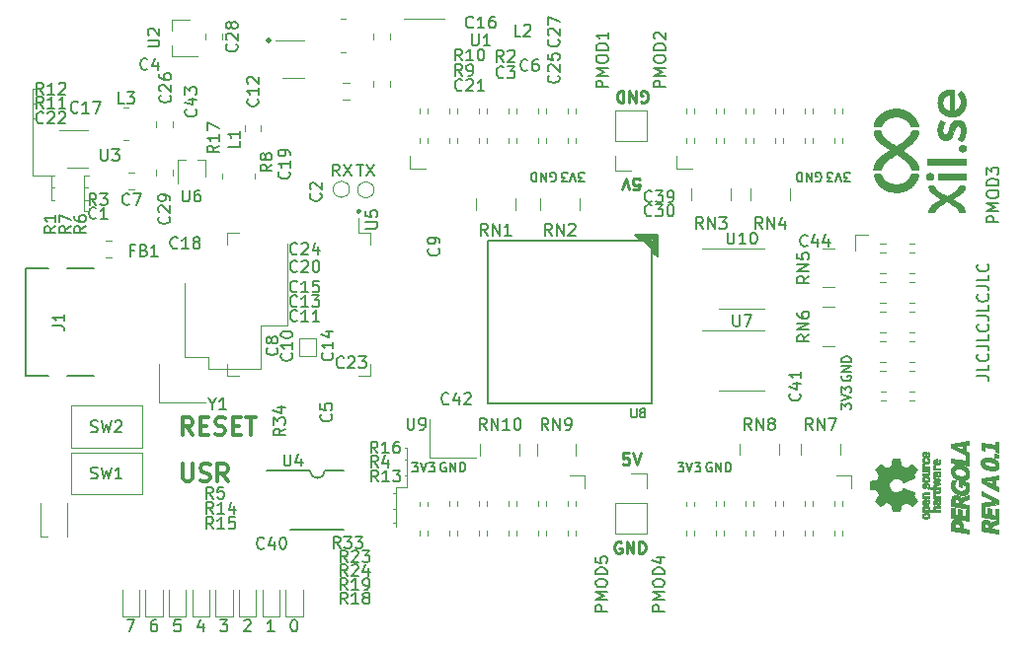
<source format=gbr>
G04 #@! TF.GenerationSoftware,KiCad,Pcbnew,5.1.4*
G04 #@! TF.CreationDate,2019-11-17T01:51:27+01:00*
G04 #@! TF.ProjectId,RevA,52657641-2e6b-4696-9361-645f70636258,rev?*
G04 #@! TF.SameCoordinates,Original*
G04 #@! TF.FileFunction,Legend,Top*
G04 #@! TF.FilePolarity,Positive*
%FSLAX46Y46*%
G04 Gerber Fmt 4.6, Leading zero omitted, Abs format (unit mm)*
G04 Created by KiCad (PCBNEW 5.1.4) date 2019-11-17 01:51:27*
%MOMM*%
%LPD*%
G04 APERTURE LIST*
%ADD10C,0.200000*%
%ADD11C,0.120000*%
%ADD12C,0.150000*%
%ADD13C,0.250000*%
%ADD14C,0.300000*%
%ADD15C,0.158749*%
%ADD16C,0.026458*%
%ADD17C,0.010000*%
%ADD18C,0.000099*%
%ADD19C,0.127000*%
G04 APERTURE END LIST*
D10*
X133209523Y-89061904D02*
X133704761Y-89061904D01*
X133438095Y-89366666D01*
X133552380Y-89366666D01*
X133628571Y-89404761D01*
X133666666Y-89442857D01*
X133704761Y-89519047D01*
X133704761Y-89709523D01*
X133666666Y-89785714D01*
X133628571Y-89823809D01*
X133552380Y-89861904D01*
X133323809Y-89861904D01*
X133247619Y-89823809D01*
X133209523Y-89785714D01*
X133933333Y-89061904D02*
X134200000Y-89861904D01*
X134466666Y-89061904D01*
X134657142Y-89061904D02*
X135152380Y-89061904D01*
X134885714Y-89366666D01*
X135000000Y-89366666D01*
X135076190Y-89404761D01*
X135114285Y-89442857D01*
X135152380Y-89519047D01*
X135152380Y-89709523D01*
X135114285Y-89785714D01*
X135076190Y-89823809D01*
X135000000Y-89861904D01*
X134771428Y-89861904D01*
X134695238Y-89823809D01*
X134657142Y-89785714D01*
X136090476Y-89100000D02*
X136014285Y-89061904D01*
X135900000Y-89061904D01*
X135785714Y-89100000D01*
X135709523Y-89176190D01*
X135671428Y-89252380D01*
X135633333Y-89404761D01*
X135633333Y-89519047D01*
X135671428Y-89671428D01*
X135709523Y-89747619D01*
X135785714Y-89823809D01*
X135900000Y-89861904D01*
X135976190Y-89861904D01*
X136090476Y-89823809D01*
X136128571Y-89785714D01*
X136128571Y-89519047D01*
X135976190Y-89519047D01*
X136471428Y-89861904D02*
X136471428Y-89061904D01*
X136928571Y-89861904D01*
X136928571Y-89061904D01*
X137309523Y-89861904D02*
X137309523Y-89061904D01*
X137500000Y-89061904D01*
X137614285Y-89100000D01*
X137690476Y-89176190D01*
X137728571Y-89252380D01*
X137766666Y-89404761D01*
X137766666Y-89519047D01*
X137728571Y-89671428D01*
X137690476Y-89747619D01*
X137614285Y-89823809D01*
X137500000Y-89861904D01*
X137309523Y-89861904D01*
X156009523Y-89061904D02*
X156504761Y-89061904D01*
X156238095Y-89366666D01*
X156352380Y-89366666D01*
X156428571Y-89404761D01*
X156466666Y-89442857D01*
X156504761Y-89519047D01*
X156504761Y-89709523D01*
X156466666Y-89785714D01*
X156428571Y-89823809D01*
X156352380Y-89861904D01*
X156123809Y-89861904D01*
X156047619Y-89823809D01*
X156009523Y-89785714D01*
X156733333Y-89061904D02*
X157000000Y-89861904D01*
X157266666Y-89061904D01*
X157457142Y-89061904D02*
X157952380Y-89061904D01*
X157685714Y-89366666D01*
X157800000Y-89366666D01*
X157876190Y-89404761D01*
X157914285Y-89442857D01*
X157952380Y-89519047D01*
X157952380Y-89709523D01*
X157914285Y-89785714D01*
X157876190Y-89823809D01*
X157800000Y-89861904D01*
X157571428Y-89861904D01*
X157495238Y-89823809D01*
X157457142Y-89785714D01*
X158890476Y-89100000D02*
X158814285Y-89061904D01*
X158700000Y-89061904D01*
X158585714Y-89100000D01*
X158509523Y-89176190D01*
X158471428Y-89252380D01*
X158433333Y-89404761D01*
X158433333Y-89519047D01*
X158471428Y-89671428D01*
X158509523Y-89747619D01*
X158585714Y-89823809D01*
X158700000Y-89861904D01*
X158776190Y-89861904D01*
X158890476Y-89823809D01*
X158928571Y-89785714D01*
X158928571Y-89519047D01*
X158776190Y-89519047D01*
X159271428Y-89861904D02*
X159271428Y-89061904D01*
X159728571Y-89861904D01*
X159728571Y-89061904D01*
X160109523Y-89861904D02*
X160109523Y-89061904D01*
X160300000Y-89061904D01*
X160414285Y-89100000D01*
X160490476Y-89176190D01*
X160528571Y-89252380D01*
X160566666Y-89404761D01*
X160566666Y-89519047D01*
X160528571Y-89671428D01*
X160490476Y-89747619D01*
X160414285Y-89823809D01*
X160300000Y-89861904D01*
X160109523Y-89861904D01*
X170061904Y-84490476D02*
X170061904Y-83995238D01*
X170366666Y-84261904D01*
X170366666Y-84147619D01*
X170404761Y-84071428D01*
X170442857Y-84033333D01*
X170519047Y-83995238D01*
X170709523Y-83995238D01*
X170785714Y-84033333D01*
X170823809Y-84071428D01*
X170861904Y-84147619D01*
X170861904Y-84376190D01*
X170823809Y-84452380D01*
X170785714Y-84490476D01*
X170061904Y-83766666D02*
X170861904Y-83500000D01*
X170061904Y-83233333D01*
X170061904Y-83042857D02*
X170061904Y-82547619D01*
X170366666Y-82814285D01*
X170366666Y-82700000D01*
X170404761Y-82623809D01*
X170442857Y-82585714D01*
X170519047Y-82547619D01*
X170709523Y-82547619D01*
X170785714Y-82585714D01*
X170823809Y-82623809D01*
X170861904Y-82700000D01*
X170861904Y-82928571D01*
X170823809Y-83004761D01*
X170785714Y-83042857D01*
X170100000Y-81609523D02*
X170061904Y-81685714D01*
X170061904Y-81800000D01*
X170100000Y-81914285D01*
X170176190Y-81990476D01*
X170252380Y-82028571D01*
X170404761Y-82066666D01*
X170519047Y-82066666D01*
X170671428Y-82028571D01*
X170747619Y-81990476D01*
X170823809Y-81914285D01*
X170861904Y-81800000D01*
X170861904Y-81723809D01*
X170823809Y-81609523D01*
X170785714Y-81571428D01*
X170519047Y-81571428D01*
X170519047Y-81723809D01*
X170861904Y-81228571D02*
X170061904Y-81228571D01*
X170861904Y-80771428D01*
X170061904Y-80771428D01*
X170861904Y-80390476D02*
X170061904Y-80390476D01*
X170061904Y-80200000D01*
X170100000Y-80085714D01*
X170176190Y-80009523D01*
X170252380Y-79971428D01*
X170404761Y-79933333D01*
X170519047Y-79933333D01*
X170671428Y-79971428D01*
X170747619Y-80009523D01*
X170823809Y-80085714D01*
X170861904Y-80200000D01*
X170861904Y-80390476D01*
X167859523Y-64900000D02*
X167935714Y-64938095D01*
X168050000Y-64938095D01*
X168164285Y-64900000D01*
X168240476Y-64823809D01*
X168278571Y-64747619D01*
X168316666Y-64595238D01*
X168316666Y-64480952D01*
X168278571Y-64328571D01*
X168240476Y-64252380D01*
X168164285Y-64176190D01*
X168050000Y-64138095D01*
X167973809Y-64138095D01*
X167859523Y-64176190D01*
X167821428Y-64214285D01*
X167821428Y-64480952D01*
X167973809Y-64480952D01*
X167478571Y-64138095D02*
X167478571Y-64938095D01*
X167021428Y-64138095D01*
X167021428Y-64938095D01*
X166640476Y-64138095D02*
X166640476Y-64938095D01*
X166450000Y-64938095D01*
X166335714Y-64900000D01*
X166259523Y-64823809D01*
X166221428Y-64747619D01*
X166183333Y-64595238D01*
X166183333Y-64480952D01*
X166221428Y-64328571D01*
X166259523Y-64252380D01*
X166335714Y-64176190D01*
X166450000Y-64138095D01*
X166640476Y-64138095D01*
X170740476Y-64938095D02*
X170245238Y-64938095D01*
X170511904Y-64633333D01*
X170397619Y-64633333D01*
X170321428Y-64595238D01*
X170283333Y-64557142D01*
X170245238Y-64480952D01*
X170245238Y-64290476D01*
X170283333Y-64214285D01*
X170321428Y-64176190D01*
X170397619Y-64138095D01*
X170626190Y-64138095D01*
X170702380Y-64176190D01*
X170740476Y-64214285D01*
X170016666Y-64938095D02*
X169750000Y-64138095D01*
X169483333Y-64938095D01*
X169292857Y-64938095D02*
X168797619Y-64938095D01*
X169064285Y-64633333D01*
X168950000Y-64633333D01*
X168873809Y-64595238D01*
X168835714Y-64557142D01*
X168797619Y-64480952D01*
X168797619Y-64290476D01*
X168835714Y-64214285D01*
X168873809Y-64176190D01*
X168950000Y-64138095D01*
X169178571Y-64138095D01*
X169254761Y-64176190D01*
X169292857Y-64214285D01*
X147990476Y-64938095D02*
X147495238Y-64938095D01*
X147761904Y-64633333D01*
X147647619Y-64633333D01*
X147571428Y-64595238D01*
X147533333Y-64557142D01*
X147495238Y-64480952D01*
X147495238Y-64290476D01*
X147533333Y-64214285D01*
X147571428Y-64176190D01*
X147647619Y-64138095D01*
X147876190Y-64138095D01*
X147952380Y-64176190D01*
X147990476Y-64214285D01*
X147266666Y-64938095D02*
X147000000Y-64138095D01*
X146733333Y-64938095D01*
X146542857Y-64938095D02*
X146047619Y-64938095D01*
X146314285Y-64633333D01*
X146200000Y-64633333D01*
X146123809Y-64595238D01*
X146085714Y-64557142D01*
X146047619Y-64480952D01*
X146047619Y-64290476D01*
X146085714Y-64214285D01*
X146123809Y-64176190D01*
X146200000Y-64138095D01*
X146428571Y-64138095D01*
X146504761Y-64176190D01*
X146542857Y-64214285D01*
X145109523Y-64900000D02*
X145185714Y-64938095D01*
X145300000Y-64938095D01*
X145414285Y-64900000D01*
X145490476Y-64823809D01*
X145528571Y-64747619D01*
X145566666Y-64595238D01*
X145566666Y-64480952D01*
X145528571Y-64328571D01*
X145490476Y-64252380D01*
X145414285Y-64176190D01*
X145300000Y-64138095D01*
X145223809Y-64138095D01*
X145109523Y-64176190D01*
X145071428Y-64214285D01*
X145071428Y-64480952D01*
X145223809Y-64480952D01*
X144728571Y-64138095D02*
X144728571Y-64938095D01*
X144271428Y-64138095D01*
X144271428Y-64938095D01*
X143890476Y-64138095D02*
X143890476Y-64938095D01*
X143700000Y-64938095D01*
X143585714Y-64900000D01*
X143509523Y-64823809D01*
X143471428Y-64747619D01*
X143433333Y-64595238D01*
X143433333Y-64480952D01*
X143471428Y-64328571D01*
X143509523Y-64252380D01*
X143585714Y-64176190D01*
X143700000Y-64138095D01*
X143890476Y-64138095D01*
D11*
X100900000Y-59500000D02*
X100700000Y-59500000D01*
X100900000Y-58200000D02*
X100700000Y-58200000D01*
X100900000Y-57000000D02*
X100700000Y-57000000D01*
X102500000Y-65400000D02*
X102300000Y-65400000D01*
X102500000Y-64400000D02*
X100700000Y-64400000D01*
X102300000Y-64400000D02*
X102300000Y-66500000D01*
X100700000Y-64400000D02*
X100700000Y-57000000D01*
X102500000Y-66500000D02*
X102300000Y-66500000D01*
X105100000Y-65400000D02*
X105400000Y-65400000D01*
X105100000Y-64400000D02*
X105500000Y-64400000D01*
X105100000Y-66500000D02*
X105400000Y-66500000D01*
X105100000Y-67500000D02*
X105400000Y-67500000D01*
X105100000Y-64400000D02*
X105100000Y-67500000D01*
X123500000Y-79900000D02*
X123500000Y-78400000D01*
X125000000Y-79900000D02*
X123500000Y-79900000D01*
X125000000Y-78400000D02*
X125000000Y-79900000D01*
X123500000Y-78400000D02*
X125000000Y-78400000D01*
D12*
X181652380Y-81619047D02*
X182366666Y-81619047D01*
X182509523Y-81666666D01*
X182604761Y-81761904D01*
X182652380Y-81904761D01*
X182652380Y-82000000D01*
X182652380Y-80666666D02*
X182652380Y-81142857D01*
X181652380Y-81142857D01*
X182557142Y-79761904D02*
X182604761Y-79809523D01*
X182652380Y-79952380D01*
X182652380Y-80047619D01*
X182604761Y-80190476D01*
X182509523Y-80285714D01*
X182414285Y-80333333D01*
X182223809Y-80380952D01*
X182080952Y-80380952D01*
X181890476Y-80333333D01*
X181795238Y-80285714D01*
X181700000Y-80190476D01*
X181652380Y-80047619D01*
X181652380Y-79952380D01*
X181700000Y-79809523D01*
X181747619Y-79761904D01*
X181652380Y-79047619D02*
X182366666Y-79047619D01*
X182509523Y-79095238D01*
X182604761Y-79190476D01*
X182652380Y-79333333D01*
X182652380Y-79428571D01*
X182652380Y-78095238D02*
X182652380Y-78571428D01*
X181652380Y-78571428D01*
X182557142Y-77190476D02*
X182604761Y-77238095D01*
X182652380Y-77380952D01*
X182652380Y-77476190D01*
X182604761Y-77619047D01*
X182509523Y-77714285D01*
X182414285Y-77761904D01*
X182223809Y-77809523D01*
X182080952Y-77809523D01*
X181890476Y-77761904D01*
X181795238Y-77714285D01*
X181700000Y-77619047D01*
X181652380Y-77476190D01*
X181652380Y-77380952D01*
X181700000Y-77238095D01*
X181747619Y-77190476D01*
X181652380Y-76476190D02*
X182366666Y-76476190D01*
X182509523Y-76523809D01*
X182604761Y-76619047D01*
X182652380Y-76761904D01*
X182652380Y-76857142D01*
X182652380Y-75523809D02*
X182652380Y-76000000D01*
X181652380Y-76000000D01*
X182557142Y-74619047D02*
X182604761Y-74666666D01*
X182652380Y-74809523D01*
X182652380Y-74904761D01*
X182604761Y-75047619D01*
X182509523Y-75142857D01*
X182414285Y-75190476D01*
X182223809Y-75238095D01*
X182080952Y-75238095D01*
X181890476Y-75190476D01*
X181795238Y-75142857D01*
X181700000Y-75047619D01*
X181652380Y-74904761D01*
X181652380Y-74809523D01*
X181700000Y-74666666D01*
X181747619Y-74619047D01*
X181652380Y-73904761D02*
X182366666Y-73904761D01*
X182509523Y-73952380D01*
X182604761Y-74047619D01*
X182652380Y-74190476D01*
X182652380Y-74285714D01*
X182652380Y-72952380D02*
X182652380Y-73428571D01*
X181652380Y-73428571D01*
X182557142Y-72047619D02*
X182604761Y-72095238D01*
X182652380Y-72238095D01*
X182652380Y-72333333D01*
X182604761Y-72476190D01*
X182509523Y-72571428D01*
X182414285Y-72619047D01*
X182223809Y-72666666D01*
X182080952Y-72666666D01*
X181890476Y-72619047D01*
X181795238Y-72571428D01*
X181700000Y-72476190D01*
X181652380Y-72333333D01*
X181652380Y-72238095D01*
X181700000Y-72095238D01*
X181747619Y-72047619D01*
D11*
X132800000Y-87800000D02*
X132600000Y-87800000D01*
X132800000Y-88800000D02*
X132600000Y-88800000D01*
X132800000Y-90200000D02*
X132600000Y-90200000D01*
X131800000Y-91700000D02*
X131600000Y-91700000D01*
X131800000Y-93000000D02*
X131600000Y-93000000D01*
X131800000Y-94200000D02*
X131600000Y-94200000D01*
X131800000Y-91200000D02*
X131800000Y-94600000D01*
X132800000Y-91200000D02*
X131800000Y-91200000D01*
X132800000Y-90800000D02*
X132800000Y-91200000D01*
X132800000Y-87800000D02*
X132800000Y-90800000D01*
D13*
X151138095Y-95900000D02*
X151042857Y-95852380D01*
X150900000Y-95852380D01*
X150757142Y-95900000D01*
X150661904Y-95995238D01*
X150614285Y-96090476D01*
X150566666Y-96280952D01*
X150566666Y-96423809D01*
X150614285Y-96614285D01*
X150661904Y-96709523D01*
X150757142Y-96804761D01*
X150900000Y-96852380D01*
X150995238Y-96852380D01*
X151138095Y-96804761D01*
X151185714Y-96757142D01*
X151185714Y-96423809D01*
X150995238Y-96423809D01*
X151614285Y-96852380D02*
X151614285Y-95852380D01*
X152185714Y-96852380D01*
X152185714Y-95852380D01*
X152661904Y-96852380D02*
X152661904Y-95852380D01*
X152900000Y-95852380D01*
X153042857Y-95900000D01*
X153138095Y-95995238D01*
X153185714Y-96090476D01*
X153233333Y-96280952D01*
X153233333Y-96423809D01*
X153185714Y-96614285D01*
X153138095Y-96709523D01*
X153042857Y-96804761D01*
X152900000Y-96852380D01*
X152661904Y-96852380D01*
X151809523Y-88252380D02*
X151333333Y-88252380D01*
X151285714Y-88728571D01*
X151333333Y-88680952D01*
X151428571Y-88633333D01*
X151666666Y-88633333D01*
X151761904Y-88680952D01*
X151809523Y-88728571D01*
X151857142Y-88823809D01*
X151857142Y-89061904D01*
X151809523Y-89157142D01*
X151761904Y-89204761D01*
X151666666Y-89252380D01*
X151428571Y-89252380D01*
X151333333Y-89204761D01*
X151285714Y-89157142D01*
X152142857Y-88252380D02*
X152476190Y-89252380D01*
X152809523Y-88252380D01*
X152861904Y-58100000D02*
X152957142Y-58147619D01*
X153100000Y-58147619D01*
X153242857Y-58100000D01*
X153338095Y-58004761D01*
X153385714Y-57909523D01*
X153433333Y-57719047D01*
X153433333Y-57576190D01*
X153385714Y-57385714D01*
X153338095Y-57290476D01*
X153242857Y-57195238D01*
X153100000Y-57147619D01*
X153004761Y-57147619D01*
X152861904Y-57195238D01*
X152814285Y-57242857D01*
X152814285Y-57576190D01*
X153004761Y-57576190D01*
X152385714Y-57147619D02*
X152385714Y-58147619D01*
X151814285Y-57147619D01*
X151814285Y-58147619D01*
X151338095Y-57147619D02*
X151338095Y-58147619D01*
X151100000Y-58147619D01*
X150957142Y-58100000D01*
X150861904Y-58004761D01*
X150814285Y-57909523D01*
X150766666Y-57719047D01*
X150766666Y-57576190D01*
X150814285Y-57385714D01*
X150861904Y-57290476D01*
X150957142Y-57195238D01*
X151100000Y-57147619D01*
X151338095Y-57147619D01*
X152190476Y-65647619D02*
X152666666Y-65647619D01*
X152714285Y-65171428D01*
X152666666Y-65219047D01*
X152571428Y-65266666D01*
X152333333Y-65266666D01*
X152238095Y-65219047D01*
X152190476Y-65171428D01*
X152142857Y-65076190D01*
X152142857Y-64838095D01*
X152190476Y-64742857D01*
X152238095Y-64695238D01*
X152333333Y-64647619D01*
X152571428Y-64647619D01*
X152666666Y-64695238D01*
X152714285Y-64742857D01*
X151857142Y-65647619D02*
X151523809Y-64647619D01*
X151190476Y-65647619D01*
D14*
X128650000Y-67435714D02*
X128721428Y-67507142D01*
X128650000Y-67578571D01*
X128578571Y-67507142D01*
X128650000Y-67435714D01*
X128650000Y-67578571D01*
D11*
X122500000Y-77250000D02*
X122500000Y-70250000D01*
X120250000Y-77250000D02*
X122500000Y-77250000D01*
X115750000Y-81000000D02*
X120250000Y-81000000D01*
X113750000Y-80000000D02*
X113750000Y-73650000D01*
X115750000Y-80000000D02*
X113750000Y-80000000D01*
X115750000Y-81000000D02*
X115750000Y-80000000D01*
X120250000Y-77250000D02*
X120250000Y-81000000D01*
X132500000Y-51000000D02*
X136000000Y-51000000D01*
D14*
X120900000Y-52735714D02*
X120971428Y-52807142D01*
X120900000Y-52878571D01*
X120828571Y-52807142D01*
X120900000Y-52735714D01*
X120900000Y-52878571D01*
D10*
X108766666Y-102552380D02*
X109433333Y-102552380D01*
X109004761Y-103552380D01*
X111290476Y-102552380D02*
X111100000Y-102552380D01*
X111004761Y-102600000D01*
X110957142Y-102647619D01*
X110861904Y-102790476D01*
X110814285Y-102980952D01*
X110814285Y-103361904D01*
X110861904Y-103457142D01*
X110909523Y-103504761D01*
X111004761Y-103552380D01*
X111195238Y-103552380D01*
X111290476Y-103504761D01*
X111338095Y-103457142D01*
X111385714Y-103361904D01*
X111385714Y-103123809D01*
X111338095Y-103028571D01*
X111290476Y-102980952D01*
X111195238Y-102933333D01*
X111004761Y-102933333D01*
X110909523Y-102980952D01*
X110861904Y-103028571D01*
X110814285Y-103123809D01*
X113338095Y-102552380D02*
X112861904Y-102552380D01*
X112814285Y-103028571D01*
X112861904Y-102980952D01*
X112957142Y-102933333D01*
X113195238Y-102933333D01*
X113290476Y-102980952D01*
X113338095Y-103028571D01*
X113385714Y-103123809D01*
X113385714Y-103361904D01*
X113338095Y-103457142D01*
X113290476Y-103504761D01*
X113195238Y-103552380D01*
X112957142Y-103552380D01*
X112861904Y-103504761D01*
X112814285Y-103457142D01*
X115290476Y-102885714D02*
X115290476Y-103552380D01*
X115052380Y-102504761D02*
X114814285Y-103219047D01*
X115433333Y-103219047D01*
X116766666Y-102552380D02*
X117385714Y-102552380D01*
X117052380Y-102933333D01*
X117195238Y-102933333D01*
X117290476Y-102980952D01*
X117338095Y-103028571D01*
X117385714Y-103123809D01*
X117385714Y-103361904D01*
X117338095Y-103457142D01*
X117290476Y-103504761D01*
X117195238Y-103552380D01*
X116909523Y-103552380D01*
X116814285Y-103504761D01*
X116766666Y-103457142D01*
X118814285Y-102647619D02*
X118861904Y-102600000D01*
X118957142Y-102552380D01*
X119195238Y-102552380D01*
X119290476Y-102600000D01*
X119338095Y-102647619D01*
X119385714Y-102742857D01*
X119385714Y-102838095D01*
X119338095Y-102980952D01*
X118766666Y-103552380D01*
X119385714Y-103552380D01*
X121385714Y-103552380D02*
X120814285Y-103552380D01*
X121100000Y-103552380D02*
X121100000Y-102552380D01*
X121004761Y-102695238D01*
X120909523Y-102790476D01*
X120814285Y-102838095D01*
X123052380Y-102552380D02*
X123147619Y-102552380D01*
X123242857Y-102600000D01*
X123290476Y-102647619D01*
X123338095Y-102742857D01*
X123385714Y-102933333D01*
X123385714Y-103171428D01*
X123338095Y-103361904D01*
X123290476Y-103457142D01*
X123242857Y-103504761D01*
X123147619Y-103552380D01*
X123052380Y-103552380D01*
X122957142Y-103504761D01*
X122909523Y-103457142D01*
X122861904Y-103361904D01*
X122814285Y-103171428D01*
X122814285Y-102933333D01*
X122861904Y-102742857D01*
X122909523Y-102647619D01*
X122957142Y-102600000D01*
X123052380Y-102552380D01*
D14*
X113552142Y-89178571D02*
X113552142Y-90392857D01*
X113623571Y-90535714D01*
X113695000Y-90607142D01*
X113837857Y-90678571D01*
X114123571Y-90678571D01*
X114266428Y-90607142D01*
X114337857Y-90535714D01*
X114409285Y-90392857D01*
X114409285Y-89178571D01*
X115052142Y-90607142D02*
X115266428Y-90678571D01*
X115623571Y-90678571D01*
X115766428Y-90607142D01*
X115837857Y-90535714D01*
X115909285Y-90392857D01*
X115909285Y-90250000D01*
X115837857Y-90107142D01*
X115766428Y-90035714D01*
X115623571Y-89964285D01*
X115337857Y-89892857D01*
X115195000Y-89821428D01*
X115123571Y-89750000D01*
X115052142Y-89607142D01*
X115052142Y-89464285D01*
X115123571Y-89321428D01*
X115195000Y-89250000D01*
X115337857Y-89178571D01*
X115695000Y-89178571D01*
X115909285Y-89250000D01*
X117409285Y-90678571D02*
X116909285Y-89964285D01*
X116552142Y-90678571D02*
X116552142Y-89178571D01*
X117123571Y-89178571D01*
X117266428Y-89250000D01*
X117337857Y-89321428D01*
X117409285Y-89464285D01*
X117409285Y-89678571D01*
X117337857Y-89821428D01*
X117266428Y-89892857D01*
X117123571Y-89964285D01*
X116552142Y-89964285D01*
X114409285Y-86678571D02*
X113909285Y-85964285D01*
X113552142Y-86678571D02*
X113552142Y-85178571D01*
X114123571Y-85178571D01*
X114266428Y-85250000D01*
X114337857Y-85321428D01*
X114409285Y-85464285D01*
X114409285Y-85678571D01*
X114337857Y-85821428D01*
X114266428Y-85892857D01*
X114123571Y-85964285D01*
X113552142Y-85964285D01*
X115052142Y-85892857D02*
X115552142Y-85892857D01*
X115766428Y-86678571D02*
X115052142Y-86678571D01*
X115052142Y-85178571D01*
X115766428Y-85178571D01*
X116337857Y-86607142D02*
X116552142Y-86678571D01*
X116909285Y-86678571D01*
X117052142Y-86607142D01*
X117123571Y-86535714D01*
X117195000Y-86392857D01*
X117195000Y-86250000D01*
X117123571Y-86107142D01*
X117052142Y-86035714D01*
X116909285Y-85964285D01*
X116623571Y-85892857D01*
X116480714Y-85821428D01*
X116409285Y-85750000D01*
X116337857Y-85607142D01*
X116337857Y-85464285D01*
X116409285Y-85321428D01*
X116480714Y-85250000D01*
X116623571Y-85178571D01*
X116980714Y-85178571D01*
X117195000Y-85250000D01*
X117837857Y-85892857D02*
X118337857Y-85892857D01*
X118552142Y-86678571D02*
X117837857Y-86678571D01*
X117837857Y-85178571D01*
X118552142Y-85178571D01*
X118980714Y-85178571D02*
X119837857Y-85178571D01*
X119409285Y-86678571D02*
X119409285Y-85178571D01*
D11*
X161500000Y-70690000D02*
X158050000Y-70690000D01*
X161500000Y-70690000D02*
X163450000Y-70690000D01*
X161500000Y-75810000D02*
X159550000Y-75810000D01*
X161500000Y-75810000D02*
X163450000Y-75810000D01*
D15*
G36*
X176060338Y-64339434D02*
G01*
X176044936Y-64393066D01*
X176027417Y-64445203D01*
X176007835Y-64495831D01*
X175986239Y-64544937D01*
X175962682Y-64592508D01*
X175937215Y-64638529D01*
X175909890Y-64682988D01*
X175880757Y-64725869D01*
X175849870Y-64767161D01*
X175817278Y-64806849D01*
X175783035Y-64844920D01*
X175747190Y-64881359D01*
X175709796Y-64916154D01*
X175670905Y-64949290D01*
X175630567Y-64980754D01*
X175588834Y-65010533D01*
X175545758Y-65038613D01*
X175501390Y-65064980D01*
X175455782Y-65089620D01*
X175408986Y-65112521D01*
X175361052Y-65133667D01*
X175312032Y-65153047D01*
X175261979Y-65170645D01*
X175210942Y-65186449D01*
X175158975Y-65200444D01*
X175106128Y-65212618D01*
X175052453Y-65222956D01*
X174998001Y-65231445D01*
X174942824Y-65238071D01*
X174886973Y-65242821D01*
X174830501Y-65245681D01*
X174773458Y-65246637D01*
X174624054Y-65241744D01*
X174483670Y-65227425D01*
X174416829Y-65216899D01*
X174352205Y-65204220D01*
X174229557Y-65172667D01*
X174115623Y-65133307D01*
X174010303Y-65086680D01*
X173913494Y-65033325D01*
X173825095Y-64973783D01*
X173745004Y-64908592D01*
X173673119Y-64838292D01*
X173609339Y-64763423D01*
X173553562Y-64684525D01*
X173505686Y-64602137D01*
X173465609Y-64516800D01*
X173433229Y-64429052D01*
X173408446Y-64339434D01*
X172884068Y-64339434D01*
X172916157Y-64483696D01*
X172959157Y-64625825D01*
X173013165Y-64764831D01*
X173044327Y-64832854D01*
X173078277Y-64899725D01*
X173115027Y-64965320D01*
X173154590Y-65029516D01*
X173196977Y-65092189D01*
X173242201Y-65153214D01*
X173290273Y-65212469D01*
X173341206Y-65269830D01*
X173395012Y-65325173D01*
X173451702Y-65378374D01*
X173511289Y-65429309D01*
X173573785Y-65477855D01*
X173639202Y-65523887D01*
X173707551Y-65567283D01*
X173778846Y-65607919D01*
X173853098Y-65645670D01*
X173930320Y-65680413D01*
X174010522Y-65712024D01*
X174093718Y-65740380D01*
X174179919Y-65765356D01*
X174269138Y-65786829D01*
X174361386Y-65804676D01*
X174456676Y-65818772D01*
X174555020Y-65828994D01*
X174656429Y-65835218D01*
X174760916Y-65837320D01*
X174849591Y-65835447D01*
X174937105Y-65829883D01*
X175023379Y-65820705D01*
X175108331Y-65807995D01*
X175191880Y-65791829D01*
X175273946Y-65772289D01*
X175354448Y-65749454D01*
X175433305Y-65723402D01*
X175510437Y-65694213D01*
X175585762Y-65661966D01*
X175659199Y-65626741D01*
X175730668Y-65588617D01*
X175800089Y-65547673D01*
X175867379Y-65503988D01*
X175932459Y-65457642D01*
X175995247Y-65408715D01*
X176055663Y-65357284D01*
X176113625Y-65303431D01*
X176169054Y-65247233D01*
X176221868Y-65188770D01*
X176271986Y-65128122D01*
X176319328Y-65065368D01*
X176363812Y-65000587D01*
X176405359Y-64933859D01*
X176443886Y-64865262D01*
X176479314Y-64794876D01*
X176511561Y-64722781D01*
X176540547Y-64649055D01*
X176566191Y-64573778D01*
X176588411Y-64497030D01*
X176607128Y-64418889D01*
X176622260Y-64339434D01*
X176060338Y-64339434D01*
X176060338Y-64339434D01*
G37*
X176060338Y-64339434D02*
X176044936Y-64393066D01*
X176027417Y-64445203D01*
X176007835Y-64495831D01*
X175986239Y-64544937D01*
X175962682Y-64592508D01*
X175937215Y-64638529D01*
X175909890Y-64682988D01*
X175880757Y-64725869D01*
X175849870Y-64767161D01*
X175817278Y-64806849D01*
X175783035Y-64844920D01*
X175747190Y-64881359D01*
X175709796Y-64916154D01*
X175670905Y-64949290D01*
X175630567Y-64980754D01*
X175588834Y-65010533D01*
X175545758Y-65038613D01*
X175501390Y-65064980D01*
X175455782Y-65089620D01*
X175408986Y-65112521D01*
X175361052Y-65133667D01*
X175312032Y-65153047D01*
X175261979Y-65170645D01*
X175210942Y-65186449D01*
X175158975Y-65200444D01*
X175106128Y-65212618D01*
X175052453Y-65222956D01*
X174998001Y-65231445D01*
X174942824Y-65238071D01*
X174886973Y-65242821D01*
X174830501Y-65245681D01*
X174773458Y-65246637D01*
X174624054Y-65241744D01*
X174483670Y-65227425D01*
X174416829Y-65216899D01*
X174352205Y-65204220D01*
X174229557Y-65172667D01*
X174115623Y-65133307D01*
X174010303Y-65086680D01*
X173913494Y-65033325D01*
X173825095Y-64973783D01*
X173745004Y-64908592D01*
X173673119Y-64838292D01*
X173609339Y-64763423D01*
X173553562Y-64684525D01*
X173505686Y-64602137D01*
X173465609Y-64516800D01*
X173433229Y-64429052D01*
X173408446Y-64339434D01*
X172884068Y-64339434D01*
X172916157Y-64483696D01*
X172959157Y-64625825D01*
X173013165Y-64764831D01*
X173044327Y-64832854D01*
X173078277Y-64899725D01*
X173115027Y-64965320D01*
X173154590Y-65029516D01*
X173196977Y-65092189D01*
X173242201Y-65153214D01*
X173290273Y-65212469D01*
X173341206Y-65269830D01*
X173395012Y-65325173D01*
X173451702Y-65378374D01*
X173511289Y-65429309D01*
X173573785Y-65477855D01*
X173639202Y-65523887D01*
X173707551Y-65567283D01*
X173778846Y-65607919D01*
X173853098Y-65645670D01*
X173930320Y-65680413D01*
X174010522Y-65712024D01*
X174093718Y-65740380D01*
X174179919Y-65765356D01*
X174269138Y-65786829D01*
X174361386Y-65804676D01*
X174456676Y-65818772D01*
X174555020Y-65828994D01*
X174656429Y-65835218D01*
X174760916Y-65837320D01*
X174849591Y-65835447D01*
X174937105Y-65829883D01*
X175023379Y-65820705D01*
X175108331Y-65807995D01*
X175191880Y-65791829D01*
X175273946Y-65772289D01*
X175354448Y-65749454D01*
X175433305Y-65723402D01*
X175510437Y-65694213D01*
X175585762Y-65661966D01*
X175659199Y-65626741D01*
X175730668Y-65588617D01*
X175800089Y-65547673D01*
X175867379Y-65503988D01*
X175932459Y-65457642D01*
X175995247Y-65408715D01*
X176055663Y-65357284D01*
X176113625Y-65303431D01*
X176169054Y-65247233D01*
X176221868Y-65188770D01*
X176271986Y-65128122D01*
X176319328Y-65065368D01*
X176363812Y-65000587D01*
X176405359Y-64933859D01*
X176443886Y-64865262D01*
X176479314Y-64794876D01*
X176511561Y-64722781D01*
X176540547Y-64649055D01*
X176566191Y-64573778D01*
X176588411Y-64497030D01*
X176607128Y-64418889D01*
X176622260Y-64339434D01*
X176060338Y-64339434D01*
D16*
G36*
X180656273Y-63473903D02*
G01*
X177358110Y-63473903D01*
X177358110Y-62962728D01*
X180656273Y-62962728D01*
X180656273Y-63473903D01*
X180656273Y-63473903D01*
G37*
X180656273Y-63473903D02*
X177358110Y-63473903D01*
X177358110Y-62962728D01*
X180656273Y-62962728D01*
X180656273Y-63473903D01*
G36*
X177615892Y-64207328D02*
G01*
X177632418Y-64207703D01*
X177648642Y-64208817D01*
X177664550Y-64210653D01*
X177680128Y-64213197D01*
X177695360Y-64216430D01*
X177710233Y-64220337D01*
X177724731Y-64224902D01*
X177738840Y-64230108D01*
X177752545Y-64235940D01*
X177765831Y-64242380D01*
X177778685Y-64249413D01*
X177791091Y-64257021D01*
X177803034Y-64265190D01*
X177814500Y-64273903D01*
X177825475Y-64283143D01*
X177835943Y-64292894D01*
X177845890Y-64303140D01*
X177855302Y-64313865D01*
X177864163Y-64325051D01*
X177872460Y-64336684D01*
X177880177Y-64348747D01*
X177887300Y-64361223D01*
X177893813Y-64374096D01*
X177899704Y-64387350D01*
X177904956Y-64400969D01*
X177909556Y-64414936D01*
X177913488Y-64429235D01*
X177916738Y-64443850D01*
X177919291Y-64458765D01*
X177921133Y-64473963D01*
X177922249Y-64489427D01*
X177922624Y-64505143D01*
X177922249Y-64520858D01*
X177921133Y-64536323D01*
X177919291Y-64551521D01*
X177916738Y-64566435D01*
X177913488Y-64581050D01*
X177909555Y-64595349D01*
X177904956Y-64609316D01*
X177899704Y-64622935D01*
X177893813Y-64636189D01*
X177887299Y-64649063D01*
X177880177Y-64661539D01*
X177872460Y-64673601D01*
X177864163Y-64685234D01*
X177855302Y-64696421D01*
X177845890Y-64707145D01*
X177835943Y-64717391D01*
X177825474Y-64727143D01*
X177814500Y-64736383D01*
X177803034Y-64745095D01*
X177791090Y-64753264D01*
X177778684Y-64760873D01*
X177765831Y-64767906D01*
X177752544Y-64774346D01*
X177738839Y-64780177D01*
X177724731Y-64785383D01*
X177710233Y-64789948D01*
X177695360Y-64793855D01*
X177680128Y-64797089D01*
X177664550Y-64799632D01*
X177648642Y-64801469D01*
X177632418Y-64802583D01*
X177615892Y-64802958D01*
X177598968Y-64802583D01*
X177582369Y-64801469D01*
X177566111Y-64799632D01*
X177550206Y-64797089D01*
X177534669Y-64793855D01*
X177519513Y-64789948D01*
X177504753Y-64785383D01*
X177490402Y-64780177D01*
X177476474Y-64774346D01*
X177462982Y-64767905D01*
X177449942Y-64760873D01*
X177437366Y-64753264D01*
X177425269Y-64745095D01*
X177413663Y-64736382D01*
X177402564Y-64727142D01*
X177391985Y-64717391D01*
X177381940Y-64707145D01*
X177372443Y-64696421D01*
X177363507Y-64685234D01*
X177355146Y-64673601D01*
X177347375Y-64661539D01*
X177340207Y-64649063D01*
X177333655Y-64636189D01*
X177327735Y-64622935D01*
X177322459Y-64609316D01*
X177317842Y-64595349D01*
X177313897Y-64581050D01*
X177310638Y-64566435D01*
X177308079Y-64551521D01*
X177306234Y-64536323D01*
X177305117Y-64520858D01*
X177304742Y-64505143D01*
X177305117Y-64489427D01*
X177306234Y-64473963D01*
X177308079Y-64458765D01*
X177310638Y-64443850D01*
X177313897Y-64429235D01*
X177317842Y-64414936D01*
X177322459Y-64400969D01*
X177327735Y-64387350D01*
X177333655Y-64374096D01*
X177340206Y-64361223D01*
X177347375Y-64348747D01*
X177355146Y-64336684D01*
X177363506Y-64325051D01*
X177372442Y-64313864D01*
X177381940Y-64303140D01*
X177391985Y-64292894D01*
X177402564Y-64283143D01*
X177413663Y-64273903D01*
X177425268Y-64265190D01*
X177437366Y-64257021D01*
X177449942Y-64249413D01*
X177462982Y-64242380D01*
X177476473Y-64235940D01*
X177490401Y-64230108D01*
X177504753Y-64224902D01*
X177519513Y-64220337D01*
X177534669Y-64216430D01*
X177550206Y-64213197D01*
X177566111Y-64210653D01*
X177582369Y-64208817D01*
X177598968Y-64207703D01*
X177615892Y-64207328D01*
X177615892Y-64207328D01*
G37*
X177615892Y-64207328D02*
X177632418Y-64207703D01*
X177648642Y-64208817D01*
X177664550Y-64210653D01*
X177680128Y-64213197D01*
X177695360Y-64216430D01*
X177710233Y-64220337D01*
X177724731Y-64224902D01*
X177738840Y-64230108D01*
X177752545Y-64235940D01*
X177765831Y-64242380D01*
X177778685Y-64249413D01*
X177791091Y-64257021D01*
X177803034Y-64265190D01*
X177814500Y-64273903D01*
X177825475Y-64283143D01*
X177835943Y-64292894D01*
X177845890Y-64303140D01*
X177855302Y-64313865D01*
X177864163Y-64325051D01*
X177872460Y-64336684D01*
X177880177Y-64348747D01*
X177887300Y-64361223D01*
X177893813Y-64374096D01*
X177899704Y-64387350D01*
X177904956Y-64400969D01*
X177909556Y-64414936D01*
X177913488Y-64429235D01*
X177916738Y-64443850D01*
X177919291Y-64458765D01*
X177921133Y-64473963D01*
X177922249Y-64489427D01*
X177922624Y-64505143D01*
X177922249Y-64520858D01*
X177921133Y-64536323D01*
X177919291Y-64551521D01*
X177916738Y-64566435D01*
X177913488Y-64581050D01*
X177909555Y-64595349D01*
X177904956Y-64609316D01*
X177899704Y-64622935D01*
X177893813Y-64636189D01*
X177887299Y-64649063D01*
X177880177Y-64661539D01*
X177872460Y-64673601D01*
X177864163Y-64685234D01*
X177855302Y-64696421D01*
X177845890Y-64707145D01*
X177835943Y-64717391D01*
X177825474Y-64727143D01*
X177814500Y-64736383D01*
X177803034Y-64745095D01*
X177791090Y-64753264D01*
X177778684Y-64760873D01*
X177765831Y-64767906D01*
X177752544Y-64774346D01*
X177738839Y-64780177D01*
X177724731Y-64785383D01*
X177710233Y-64789948D01*
X177695360Y-64793855D01*
X177680128Y-64797089D01*
X177664550Y-64799632D01*
X177648642Y-64801469D01*
X177632418Y-64802583D01*
X177615892Y-64802958D01*
X177598968Y-64802583D01*
X177582369Y-64801469D01*
X177566111Y-64799632D01*
X177550206Y-64797089D01*
X177534669Y-64793855D01*
X177519513Y-64789948D01*
X177504753Y-64785383D01*
X177490402Y-64780177D01*
X177476474Y-64774346D01*
X177462982Y-64767905D01*
X177449942Y-64760873D01*
X177437366Y-64753264D01*
X177425269Y-64745095D01*
X177413663Y-64736382D01*
X177402564Y-64727142D01*
X177391985Y-64717391D01*
X177381940Y-64707145D01*
X177372443Y-64696421D01*
X177363507Y-64685234D01*
X177355146Y-64673601D01*
X177347375Y-64661539D01*
X177340207Y-64649063D01*
X177333655Y-64636189D01*
X177327735Y-64622935D01*
X177322459Y-64609316D01*
X177317842Y-64595349D01*
X177313897Y-64581050D01*
X177310638Y-64566435D01*
X177308079Y-64551521D01*
X177306234Y-64536323D01*
X177305117Y-64520858D01*
X177304742Y-64505143D01*
X177305117Y-64489427D01*
X177306234Y-64473963D01*
X177308079Y-64458765D01*
X177310638Y-64443850D01*
X177313897Y-64429235D01*
X177317842Y-64414936D01*
X177322459Y-64400969D01*
X177327735Y-64387350D01*
X177333655Y-64374096D01*
X177340206Y-64361223D01*
X177347375Y-64348747D01*
X177355146Y-64336684D01*
X177363506Y-64325051D01*
X177372442Y-64313864D01*
X177381940Y-64303140D01*
X177391985Y-64292894D01*
X177402564Y-64283143D01*
X177413663Y-64273903D01*
X177425268Y-64265190D01*
X177437366Y-64257021D01*
X177449942Y-64249413D01*
X177462982Y-64242380D01*
X177476473Y-64235940D01*
X177490401Y-64230108D01*
X177504753Y-64224902D01*
X177519513Y-64220337D01*
X177534669Y-64216430D01*
X177550206Y-64213197D01*
X177566111Y-64210653D01*
X177582369Y-64208817D01*
X177598968Y-64207703D01*
X177615892Y-64207328D01*
G36*
X180656272Y-64758508D02*
G01*
X178291558Y-64758508D01*
X178291558Y-64251778D01*
X180656272Y-64251778D01*
X180656272Y-64758508D01*
X180656272Y-64758508D01*
G37*
X180656272Y-64758508D02*
X178291558Y-64758508D01*
X178291558Y-64251778D01*
X180656272Y-64251778D01*
X180656272Y-64758508D01*
D15*
G36*
X180169783Y-65388110D02*
G01*
X180164557Y-65417567D01*
X180157352Y-65446637D01*
X180148180Y-65475351D01*
X180137051Y-65503738D01*
X180123976Y-65531825D01*
X180108965Y-65559643D01*
X180092028Y-65587220D01*
X180073178Y-65614585D01*
X180052423Y-65641767D01*
X180029775Y-65668795D01*
X180005244Y-65695698D01*
X179978840Y-65722506D01*
X179950575Y-65749246D01*
X179920458Y-65775949D01*
X179888501Y-65802642D01*
X179854714Y-65829356D01*
X179781692Y-65882959D01*
X179701476Y-65936990D01*
X179614152Y-65991680D01*
X179519803Y-66047263D01*
X179418514Y-66103968D01*
X179310369Y-66162029D01*
X179195454Y-66221676D01*
X179073853Y-66283143D01*
X178977883Y-66231086D01*
X178883786Y-66181030D01*
X178789684Y-66132309D01*
X178693699Y-66084256D01*
X178575538Y-66016591D01*
X178516735Y-65981204D01*
X178458769Y-65944675D01*
X178402128Y-65906923D01*
X178347302Y-65867868D01*
X178294780Y-65827431D01*
X178245049Y-65785531D01*
X178198599Y-65742089D01*
X178155918Y-65697024D01*
X178117496Y-65650256D01*
X178083820Y-65601706D01*
X178068916Y-65576738D01*
X178055381Y-65551294D01*
X178043277Y-65525365D01*
X178032666Y-65498940D01*
X178023608Y-65472009D01*
X178016164Y-65444563D01*
X178010396Y-65416591D01*
X178006365Y-65388084D01*
X177588244Y-65388084D01*
X177594472Y-65431402D01*
X177603202Y-65473709D01*
X177614378Y-65515040D01*
X177627945Y-65555431D01*
X177643848Y-65594916D01*
X177662031Y-65633530D01*
X177682439Y-65671309D01*
X177705016Y-65708286D01*
X177729708Y-65744498D01*
X177756458Y-65779979D01*
X177785212Y-65814764D01*
X177815914Y-65848889D01*
X177848508Y-65882387D01*
X177882940Y-65915295D01*
X177919153Y-65947647D01*
X177957093Y-65979477D01*
X178037930Y-66041716D01*
X178125009Y-66102291D01*
X178217886Y-66161481D01*
X178316118Y-66219568D01*
X178419261Y-66276830D01*
X178526874Y-66333548D01*
X178638512Y-66390002D01*
X178753733Y-66446470D01*
X178700806Y-66475464D01*
X178647293Y-66503956D01*
X178539913Y-66560105D01*
X178434404Y-66616250D01*
X178383229Y-66644736D01*
X178333575Y-66673721D01*
X178261150Y-66715893D01*
X178190559Y-66758815D01*
X178122143Y-66802629D01*
X178056244Y-66847479D01*
X177993201Y-66893509D01*
X177933357Y-66940862D01*
X177877051Y-66989681D01*
X177824625Y-67040109D01*
X177776421Y-67092291D01*
X177732777Y-67146369D01*
X177694037Y-67202487D01*
X177676612Y-67231356D01*
X177660540Y-67260788D01*
X177645865Y-67290802D01*
X177632628Y-67321416D01*
X177620873Y-67352648D01*
X177610642Y-67384514D01*
X177601977Y-67417034D01*
X177594922Y-67450226D01*
X177589519Y-67484106D01*
X177585810Y-67518694D01*
X178018244Y-67518694D01*
X178028158Y-67485744D01*
X178040457Y-67453294D01*
X178055060Y-67421332D01*
X178071885Y-67389850D01*
X178090850Y-67358835D01*
X178111874Y-67328277D01*
X178134875Y-67298166D01*
X178159772Y-67268491D01*
X178186483Y-67239242D01*
X178214927Y-67210407D01*
X178245021Y-67181977D01*
X178276685Y-67153940D01*
X178344394Y-67099005D01*
X178417401Y-67045517D01*
X178495053Y-66993391D01*
X178576698Y-66942542D01*
X178661683Y-66892885D01*
X178749355Y-66844335D01*
X178839061Y-66796808D01*
X178930149Y-66750219D01*
X179113858Y-66659513D01*
X179433545Y-66829560D01*
X179603218Y-66924308D01*
X179686363Y-66974368D01*
X179766799Y-67026318D01*
X179843341Y-67080229D01*
X179914804Y-67136176D01*
X179980001Y-67194231D01*
X180037749Y-67254468D01*
X180063458Y-67285427D01*
X180086860Y-67316959D01*
X180107807Y-67349073D01*
X180126150Y-67381779D01*
X180141742Y-67415084D01*
X180154433Y-67448999D01*
X180164077Y-67483533D01*
X180170524Y-67518694D01*
X180598329Y-67518694D01*
X180591701Y-67475503D01*
X180582728Y-67433568D01*
X180571472Y-67392839D01*
X180557990Y-67353267D01*
X180542344Y-67314803D01*
X180524592Y-67277397D01*
X180504793Y-67241000D01*
X180483007Y-67205563D01*
X180459294Y-67171037D01*
X180433712Y-67137372D01*
X180406322Y-67104519D01*
X180377182Y-67072429D01*
X180346352Y-67041053D01*
X180313891Y-67010341D01*
X180279860Y-66980244D01*
X180244316Y-66950713D01*
X180200267Y-66916499D01*
X180154518Y-66883076D01*
X180107245Y-66850401D01*
X180058623Y-66818433D01*
X179958038Y-66756453D01*
X179854168Y-66696802D01*
X179748421Y-66639150D01*
X179642202Y-66583163D01*
X179433976Y-66474860D01*
X179681857Y-66346748D01*
X179796743Y-66283486D01*
X179905213Y-66220420D01*
X180006986Y-66157301D01*
X180101777Y-66093878D01*
X180189302Y-66029904D01*
X180269279Y-65965127D01*
X180341424Y-65899298D01*
X180405454Y-65832168D01*
X180461084Y-65763488D01*
X180508032Y-65693006D01*
X180546014Y-65620475D01*
X180561554Y-65583362D01*
X180574747Y-65545644D01*
X180585556Y-65507288D01*
X180593946Y-65468263D01*
X180599883Y-65428539D01*
X180603330Y-65388084D01*
X180169783Y-65388084D01*
X180169783Y-65388110D01*
X180169783Y-65388110D01*
G37*
X180169783Y-65388110D02*
X180164557Y-65417567D01*
X180157352Y-65446637D01*
X180148180Y-65475351D01*
X180137051Y-65503738D01*
X180123976Y-65531825D01*
X180108965Y-65559643D01*
X180092028Y-65587220D01*
X180073178Y-65614585D01*
X180052423Y-65641767D01*
X180029775Y-65668795D01*
X180005244Y-65695698D01*
X179978840Y-65722506D01*
X179950575Y-65749246D01*
X179920458Y-65775949D01*
X179888501Y-65802642D01*
X179854714Y-65829356D01*
X179781692Y-65882959D01*
X179701476Y-65936990D01*
X179614152Y-65991680D01*
X179519803Y-66047263D01*
X179418514Y-66103968D01*
X179310369Y-66162029D01*
X179195454Y-66221676D01*
X179073853Y-66283143D01*
X178977883Y-66231086D01*
X178883786Y-66181030D01*
X178789684Y-66132309D01*
X178693699Y-66084256D01*
X178575538Y-66016591D01*
X178516735Y-65981204D01*
X178458769Y-65944675D01*
X178402128Y-65906923D01*
X178347302Y-65867868D01*
X178294780Y-65827431D01*
X178245049Y-65785531D01*
X178198599Y-65742089D01*
X178155918Y-65697024D01*
X178117496Y-65650256D01*
X178083820Y-65601706D01*
X178068916Y-65576738D01*
X178055381Y-65551294D01*
X178043277Y-65525365D01*
X178032666Y-65498940D01*
X178023608Y-65472009D01*
X178016164Y-65444563D01*
X178010396Y-65416591D01*
X178006365Y-65388084D01*
X177588244Y-65388084D01*
X177594472Y-65431402D01*
X177603202Y-65473709D01*
X177614378Y-65515040D01*
X177627945Y-65555431D01*
X177643848Y-65594916D01*
X177662031Y-65633530D01*
X177682439Y-65671309D01*
X177705016Y-65708286D01*
X177729708Y-65744498D01*
X177756458Y-65779979D01*
X177785212Y-65814764D01*
X177815914Y-65848889D01*
X177848508Y-65882387D01*
X177882940Y-65915295D01*
X177919153Y-65947647D01*
X177957093Y-65979477D01*
X178037930Y-66041716D01*
X178125009Y-66102291D01*
X178217886Y-66161481D01*
X178316118Y-66219568D01*
X178419261Y-66276830D01*
X178526874Y-66333548D01*
X178638512Y-66390002D01*
X178753733Y-66446470D01*
X178700806Y-66475464D01*
X178647293Y-66503956D01*
X178539913Y-66560105D01*
X178434404Y-66616250D01*
X178383229Y-66644736D01*
X178333575Y-66673721D01*
X178261150Y-66715893D01*
X178190559Y-66758815D01*
X178122143Y-66802629D01*
X178056244Y-66847479D01*
X177993201Y-66893509D01*
X177933357Y-66940862D01*
X177877051Y-66989681D01*
X177824625Y-67040109D01*
X177776421Y-67092291D01*
X177732777Y-67146369D01*
X177694037Y-67202487D01*
X177676612Y-67231356D01*
X177660540Y-67260788D01*
X177645865Y-67290802D01*
X177632628Y-67321416D01*
X177620873Y-67352648D01*
X177610642Y-67384514D01*
X177601977Y-67417034D01*
X177594922Y-67450226D01*
X177589519Y-67484106D01*
X177585810Y-67518694D01*
X178018244Y-67518694D01*
X178028158Y-67485744D01*
X178040457Y-67453294D01*
X178055060Y-67421332D01*
X178071885Y-67389850D01*
X178090850Y-67358835D01*
X178111874Y-67328277D01*
X178134875Y-67298166D01*
X178159772Y-67268491D01*
X178186483Y-67239242D01*
X178214927Y-67210407D01*
X178245021Y-67181977D01*
X178276685Y-67153940D01*
X178344394Y-67099005D01*
X178417401Y-67045517D01*
X178495053Y-66993391D01*
X178576698Y-66942542D01*
X178661683Y-66892885D01*
X178749355Y-66844335D01*
X178839061Y-66796808D01*
X178930149Y-66750219D01*
X179113858Y-66659513D01*
X179433545Y-66829560D01*
X179603218Y-66924308D01*
X179686363Y-66974368D01*
X179766799Y-67026318D01*
X179843341Y-67080229D01*
X179914804Y-67136176D01*
X179980001Y-67194231D01*
X180037749Y-67254468D01*
X180063458Y-67285427D01*
X180086860Y-67316959D01*
X180107807Y-67349073D01*
X180126150Y-67381779D01*
X180141742Y-67415084D01*
X180154433Y-67448999D01*
X180164077Y-67483533D01*
X180170524Y-67518694D01*
X180598329Y-67518694D01*
X180591701Y-67475503D01*
X180582728Y-67433568D01*
X180571472Y-67392839D01*
X180557990Y-67353267D01*
X180542344Y-67314803D01*
X180524592Y-67277397D01*
X180504793Y-67241000D01*
X180483007Y-67205563D01*
X180459294Y-67171037D01*
X180433712Y-67137372D01*
X180406322Y-67104519D01*
X180377182Y-67072429D01*
X180346352Y-67041053D01*
X180313891Y-67010341D01*
X180279860Y-66980244D01*
X180244316Y-66950713D01*
X180200267Y-66916499D01*
X180154518Y-66883076D01*
X180107245Y-66850401D01*
X180058623Y-66818433D01*
X179958038Y-66756453D01*
X179854168Y-66696802D01*
X179748421Y-66639150D01*
X179642202Y-66583163D01*
X179433976Y-66474860D01*
X179681857Y-66346748D01*
X179796743Y-66283486D01*
X179905213Y-66220420D01*
X180006986Y-66157301D01*
X180101777Y-66093878D01*
X180189302Y-66029904D01*
X180269279Y-65965127D01*
X180341424Y-65899298D01*
X180405454Y-65832168D01*
X180461084Y-65763488D01*
X180508032Y-65693006D01*
X180546014Y-65620475D01*
X180561554Y-65583362D01*
X180574747Y-65545644D01*
X180585556Y-65507288D01*
X180593946Y-65468263D01*
X180599883Y-65428539D01*
X180603330Y-65388084D01*
X180169783Y-65388084D01*
X180169783Y-65388110D01*
D16*
G36*
X178509337Y-59682425D02*
G01*
X178887162Y-59869115D01*
X178863569Y-59908885D01*
X178841168Y-59949750D01*
X178820006Y-59991552D01*
X178800127Y-60034135D01*
X178781577Y-60077343D01*
X178764401Y-60121020D01*
X178748646Y-60165009D01*
X178734356Y-60209154D01*
X178721577Y-60253299D01*
X178710354Y-60297287D01*
X178700733Y-60340962D01*
X178692759Y-60384168D01*
X178686479Y-60426748D01*
X178681936Y-60468547D01*
X178679177Y-60509407D01*
X178678247Y-60549173D01*
X178679037Y-60586034D01*
X178681442Y-60621507D01*
X178685514Y-60655456D01*
X178691305Y-60687743D01*
X178698866Y-60718233D01*
X178708251Y-60746788D01*
X178719511Y-60773271D01*
X178725861Y-60785694D01*
X178732699Y-60797547D01*
X178740031Y-60808815D01*
X178747865Y-60819479D01*
X178756207Y-60829523D01*
X178765064Y-60838930D01*
X178774441Y-60847682D01*
X178784346Y-60855763D01*
X178794784Y-60863155D01*
X178805763Y-60869842D01*
X178817289Y-60875806D01*
X178829369Y-60881030D01*
X178842008Y-60885497D01*
X178855214Y-60889191D01*
X178868993Y-60892093D01*
X178883351Y-60894187D01*
X178898295Y-60895456D01*
X178913832Y-60895883D01*
X178952758Y-60892275D01*
X178988074Y-60881757D01*
X179020104Y-60864792D01*
X179049170Y-60841840D01*
X179075596Y-60813363D01*
X179099705Y-60779824D01*
X179121819Y-60741682D01*
X179142263Y-60699400D01*
X179179430Y-60604261D01*
X179213790Y-60498099D01*
X179284431Y-60267471D01*
X179325881Y-60150390D01*
X179349269Y-60093022D01*
X179374864Y-60037052D01*
X179402989Y-59982941D01*
X179433966Y-59931150D01*
X179468119Y-59882141D01*
X179505770Y-59836376D01*
X179547244Y-59794315D01*
X179592862Y-59756421D01*
X179642949Y-59723155D01*
X179697828Y-59694978D01*
X179757820Y-59672352D01*
X179823250Y-59655738D01*
X179894441Y-59645598D01*
X179971716Y-59642393D01*
X180016358Y-59643645D01*
X180059447Y-59647352D01*
X180100991Y-59653444D01*
X180140999Y-59661850D01*
X180179481Y-59672499D01*
X180216444Y-59685320D01*
X180251898Y-59700244D01*
X180285852Y-59717197D01*
X180318316Y-59736111D01*
X180349297Y-59756914D01*
X180378805Y-59779535D01*
X180406848Y-59803903D01*
X180433437Y-59829948D01*
X180458579Y-59857599D01*
X180482284Y-59886784D01*
X180504560Y-59917434D01*
X180525417Y-59949477D01*
X180544863Y-59982842D01*
X180562908Y-60017459D01*
X180579561Y-60053257D01*
X180594829Y-60090164D01*
X180608723Y-60128111D01*
X180621252Y-60167026D01*
X180632423Y-60206839D01*
X180642247Y-60247478D01*
X180650731Y-60288872D01*
X180663720Y-60373646D01*
X180671461Y-60460593D01*
X180674025Y-60549146D01*
X180672676Y-60614377D01*
X180668644Y-60679902D01*
X180661956Y-60745492D01*
X180652638Y-60810919D01*
X180640715Y-60875957D01*
X180626214Y-60940376D01*
X180609161Y-61003948D01*
X180589581Y-61066447D01*
X180567500Y-61127643D01*
X180542945Y-61187309D01*
X180515941Y-61245216D01*
X180486514Y-61301138D01*
X180454690Y-61354845D01*
X180420495Y-61406110D01*
X180383955Y-61454706D01*
X180345096Y-61500403D01*
X179980606Y-61318131D01*
X180013934Y-61278378D01*
X180045537Y-61235996D01*
X180075356Y-61191270D01*
X180103333Y-61144487D01*
X180129410Y-61095935D01*
X180153526Y-61045898D01*
X180175625Y-60994664D01*
X180195646Y-60942519D01*
X180213531Y-60889749D01*
X180229223Y-60836641D01*
X180242661Y-60783480D01*
X180253787Y-60730554D01*
X180262543Y-60678149D01*
X180268870Y-60626551D01*
X180272710Y-60576046D01*
X180274002Y-60526922D01*
X180273110Y-60486690D01*
X180270408Y-60447780D01*
X180265857Y-60410367D01*
X180259417Y-60374626D01*
X180251050Y-60340735D01*
X180240717Y-60308867D01*
X180228378Y-60279201D01*
X180213995Y-60251910D01*
X180206024Y-60239211D01*
X180197528Y-60227172D01*
X180188501Y-60215815D01*
X180178938Y-60205162D01*
X180168835Y-60195234D01*
X180158187Y-60186055D01*
X180146988Y-60177646D01*
X180135235Y-60170028D01*
X180122921Y-60163224D01*
X180110043Y-60157257D01*
X180096595Y-60152147D01*
X180082572Y-60147916D01*
X180067970Y-60144588D01*
X180052783Y-60142183D01*
X180037007Y-60140724D01*
X180020637Y-60140233D01*
X179977369Y-60143803D01*
X179938184Y-60154209D01*
X179902739Y-60170994D01*
X179870689Y-60193702D01*
X179841690Y-60221876D01*
X179815397Y-60255060D01*
X179791466Y-60292796D01*
X179769553Y-60334628D01*
X179730404Y-60428756D01*
X179695195Y-60533790D01*
X179625578Y-60761964D01*
X179585662Y-60877800D01*
X179538669Y-60989931D01*
X179511658Y-61043465D01*
X179481844Y-61094704D01*
X179448884Y-61143190D01*
X179412433Y-61188467D01*
X179372146Y-61230078D01*
X179327681Y-61267567D01*
X179278691Y-61300477D01*
X179224834Y-61328351D01*
X179165764Y-61350733D01*
X179101137Y-61367167D01*
X179030610Y-61377195D01*
X178953837Y-61380362D01*
X178909634Y-61379149D01*
X178867034Y-61375559D01*
X178826022Y-61369660D01*
X178786586Y-61361524D01*
X178748714Y-61351219D01*
X178712391Y-61338816D01*
X178677605Y-61324385D01*
X178644343Y-61307995D01*
X178612592Y-61289718D01*
X178582338Y-61269622D01*
X178553569Y-61247778D01*
X178526272Y-61224255D01*
X178500434Y-61199125D01*
X178476041Y-61172456D01*
X178453080Y-61144318D01*
X178431540Y-61114783D01*
X178411406Y-61083919D01*
X178392665Y-61051796D01*
X178375304Y-61018486D01*
X178359311Y-60984056D01*
X178344673Y-60948579D01*
X178331376Y-60912123D01*
X178319407Y-60874758D01*
X178308753Y-60836555D01*
X178299401Y-60797583D01*
X178291339Y-60757913D01*
X178279030Y-60676757D01*
X178271720Y-60593647D01*
X178269307Y-60509142D01*
X178270343Y-60453127D01*
X178273423Y-60396871D01*
X178278510Y-60340549D01*
X178285563Y-60284338D01*
X178294543Y-60228412D01*
X178305412Y-60172949D01*
X178318130Y-60118124D01*
X178332658Y-60064113D01*
X178348957Y-60011091D01*
X178366987Y-59959235D01*
X178386709Y-59908720D01*
X178408085Y-59859723D01*
X178431075Y-59812419D01*
X178455639Y-59766984D01*
X178481740Y-59723594D01*
X178509336Y-59682425D01*
X178509337Y-59682425D01*
X178509337Y-59682425D01*
G37*
X178509337Y-59682425D02*
X178887162Y-59869115D01*
X178863569Y-59908885D01*
X178841168Y-59949750D01*
X178820006Y-59991552D01*
X178800127Y-60034135D01*
X178781577Y-60077343D01*
X178764401Y-60121020D01*
X178748646Y-60165009D01*
X178734356Y-60209154D01*
X178721577Y-60253299D01*
X178710354Y-60297287D01*
X178700733Y-60340962D01*
X178692759Y-60384168D01*
X178686479Y-60426748D01*
X178681936Y-60468547D01*
X178679177Y-60509407D01*
X178678247Y-60549173D01*
X178679037Y-60586034D01*
X178681442Y-60621507D01*
X178685514Y-60655456D01*
X178691305Y-60687743D01*
X178698866Y-60718233D01*
X178708251Y-60746788D01*
X178719511Y-60773271D01*
X178725861Y-60785694D01*
X178732699Y-60797547D01*
X178740031Y-60808815D01*
X178747865Y-60819479D01*
X178756207Y-60829523D01*
X178765064Y-60838930D01*
X178774441Y-60847682D01*
X178784346Y-60855763D01*
X178794784Y-60863155D01*
X178805763Y-60869842D01*
X178817289Y-60875806D01*
X178829369Y-60881030D01*
X178842008Y-60885497D01*
X178855214Y-60889191D01*
X178868993Y-60892093D01*
X178883351Y-60894187D01*
X178898295Y-60895456D01*
X178913832Y-60895883D01*
X178952758Y-60892275D01*
X178988074Y-60881757D01*
X179020104Y-60864792D01*
X179049170Y-60841840D01*
X179075596Y-60813363D01*
X179099705Y-60779824D01*
X179121819Y-60741682D01*
X179142263Y-60699400D01*
X179179430Y-60604261D01*
X179213790Y-60498099D01*
X179284431Y-60267471D01*
X179325881Y-60150390D01*
X179349269Y-60093022D01*
X179374864Y-60037052D01*
X179402989Y-59982941D01*
X179433966Y-59931150D01*
X179468119Y-59882141D01*
X179505770Y-59836376D01*
X179547244Y-59794315D01*
X179592862Y-59756421D01*
X179642949Y-59723155D01*
X179697828Y-59694978D01*
X179757820Y-59672352D01*
X179823250Y-59655738D01*
X179894441Y-59645598D01*
X179971716Y-59642393D01*
X180016358Y-59643645D01*
X180059447Y-59647352D01*
X180100991Y-59653444D01*
X180140999Y-59661850D01*
X180179481Y-59672499D01*
X180216444Y-59685320D01*
X180251898Y-59700244D01*
X180285852Y-59717197D01*
X180318316Y-59736111D01*
X180349297Y-59756914D01*
X180378805Y-59779535D01*
X180406848Y-59803903D01*
X180433437Y-59829948D01*
X180458579Y-59857599D01*
X180482284Y-59886784D01*
X180504560Y-59917434D01*
X180525417Y-59949477D01*
X180544863Y-59982842D01*
X180562908Y-60017459D01*
X180579561Y-60053257D01*
X180594829Y-60090164D01*
X180608723Y-60128111D01*
X180621252Y-60167026D01*
X180632423Y-60206839D01*
X180642247Y-60247478D01*
X180650731Y-60288872D01*
X180663720Y-60373646D01*
X180671461Y-60460593D01*
X180674025Y-60549146D01*
X180672676Y-60614377D01*
X180668644Y-60679902D01*
X180661956Y-60745492D01*
X180652638Y-60810919D01*
X180640715Y-60875957D01*
X180626214Y-60940376D01*
X180609161Y-61003948D01*
X180589581Y-61066447D01*
X180567500Y-61127643D01*
X180542945Y-61187309D01*
X180515941Y-61245216D01*
X180486514Y-61301138D01*
X180454690Y-61354845D01*
X180420495Y-61406110D01*
X180383955Y-61454706D01*
X180345096Y-61500403D01*
X179980606Y-61318131D01*
X180013934Y-61278378D01*
X180045537Y-61235996D01*
X180075356Y-61191270D01*
X180103333Y-61144487D01*
X180129410Y-61095935D01*
X180153526Y-61045898D01*
X180175625Y-60994664D01*
X180195646Y-60942519D01*
X180213531Y-60889749D01*
X180229223Y-60836641D01*
X180242661Y-60783480D01*
X180253787Y-60730554D01*
X180262543Y-60678149D01*
X180268870Y-60626551D01*
X180272710Y-60576046D01*
X180274002Y-60526922D01*
X180273110Y-60486690D01*
X180270408Y-60447780D01*
X180265857Y-60410367D01*
X180259417Y-60374626D01*
X180251050Y-60340735D01*
X180240717Y-60308867D01*
X180228378Y-60279201D01*
X180213995Y-60251910D01*
X180206024Y-60239211D01*
X180197528Y-60227172D01*
X180188501Y-60215815D01*
X180178938Y-60205162D01*
X180168835Y-60195234D01*
X180158187Y-60186055D01*
X180146988Y-60177646D01*
X180135235Y-60170028D01*
X180122921Y-60163224D01*
X180110043Y-60157257D01*
X180096595Y-60152147D01*
X180082572Y-60147916D01*
X180067970Y-60144588D01*
X180052783Y-60142183D01*
X180037007Y-60140724D01*
X180020637Y-60140233D01*
X179977369Y-60143803D01*
X179938184Y-60154209D01*
X179902739Y-60170994D01*
X179870689Y-60193702D01*
X179841690Y-60221876D01*
X179815397Y-60255060D01*
X179791466Y-60292796D01*
X179769553Y-60334628D01*
X179730404Y-60428756D01*
X179695195Y-60533790D01*
X179625578Y-60761964D01*
X179585662Y-60877800D01*
X179538669Y-60989931D01*
X179511658Y-61043465D01*
X179481844Y-61094704D01*
X179448884Y-61143190D01*
X179412433Y-61188467D01*
X179372146Y-61230078D01*
X179327681Y-61267567D01*
X179278691Y-61300477D01*
X179224834Y-61328351D01*
X179165764Y-61350733D01*
X179101137Y-61367167D01*
X179030610Y-61377195D01*
X178953837Y-61380362D01*
X178909634Y-61379149D01*
X178867034Y-61375559D01*
X178826022Y-61369660D01*
X178786586Y-61361524D01*
X178748714Y-61351219D01*
X178712391Y-61338816D01*
X178677605Y-61324385D01*
X178644343Y-61307995D01*
X178612592Y-61289718D01*
X178582338Y-61269622D01*
X178553569Y-61247778D01*
X178526272Y-61224255D01*
X178500434Y-61199125D01*
X178476041Y-61172456D01*
X178453080Y-61144318D01*
X178431540Y-61114783D01*
X178411406Y-61083919D01*
X178392665Y-61051796D01*
X178375304Y-61018486D01*
X178359311Y-60984056D01*
X178344673Y-60948579D01*
X178331376Y-60912123D01*
X178319407Y-60874758D01*
X178308753Y-60836555D01*
X178299401Y-60797583D01*
X178291339Y-60757913D01*
X178279030Y-60676757D01*
X178271720Y-60593647D01*
X178269307Y-60509142D01*
X178270343Y-60453127D01*
X178273423Y-60396871D01*
X178278510Y-60340549D01*
X178285563Y-60284338D01*
X178294543Y-60228412D01*
X178305412Y-60172949D01*
X178318130Y-60118124D01*
X178332658Y-60064113D01*
X178348957Y-60011091D01*
X178366987Y-59959235D01*
X178386709Y-59908720D01*
X178408085Y-59859723D01*
X178431075Y-59812419D01*
X178455639Y-59766984D01*
X178481740Y-59723594D01*
X178509336Y-59682425D01*
X178509337Y-59682425D01*
G36*
X178274668Y-58132550D02*
G01*
X178274607Y-58135191D01*
X178274497Y-58137787D01*
X178274199Y-58142909D01*
X178273915Y-58148045D01*
X178273824Y-58150659D01*
X178273790Y-58153324D01*
X178275607Y-58218545D01*
X178280192Y-58282490D01*
X178287497Y-58345107D01*
X178297479Y-58406343D01*
X178310090Y-58466147D01*
X178325286Y-58524467D01*
X178343021Y-58581251D01*
X178363250Y-58636445D01*
X178385926Y-58689999D01*
X178411005Y-58741861D01*
X178438441Y-58791977D01*
X178468188Y-58840296D01*
X178500201Y-58886766D01*
X178534434Y-58931335D01*
X178570842Y-58973950D01*
X178609378Y-59014561D01*
X178649999Y-59053113D01*
X178692657Y-59089556D01*
X178737308Y-59123837D01*
X178783906Y-59155904D01*
X178832406Y-59185706D01*
X178882761Y-59213189D01*
X178934926Y-59238302D01*
X178988857Y-59260993D01*
X179044506Y-59281209D01*
X179101830Y-59298899D01*
X179160781Y-59314010D01*
X179221315Y-59326491D01*
X179283387Y-59336289D01*
X179346949Y-59343352D01*
X179411958Y-59347628D01*
X179478367Y-59349065D01*
X179544365Y-59347665D01*
X179608989Y-59343495D01*
X179672190Y-59336597D01*
X179733922Y-59327013D01*
X179794136Y-59314785D01*
X179852788Y-59299956D01*
X179909827Y-59282568D01*
X179965209Y-59262664D01*
X180018885Y-59240285D01*
X180070808Y-59215474D01*
X180120931Y-59188273D01*
X180169207Y-59158725D01*
X180215588Y-59126872D01*
X180260028Y-59092756D01*
X180302478Y-59056420D01*
X180342892Y-59017906D01*
X180381223Y-58977256D01*
X180417424Y-58934512D01*
X180451446Y-58889717D01*
X180483243Y-58842914D01*
X180512768Y-58794144D01*
X180539973Y-58743450D01*
X180564811Y-58690874D01*
X180587236Y-58636459D01*
X180607199Y-58580246D01*
X180624653Y-58522279D01*
X180639552Y-58462599D01*
X180651848Y-58401249D01*
X180661494Y-58338270D01*
X180668442Y-58273707D01*
X180672646Y-58207600D01*
X180674057Y-58139992D01*
X180672348Y-58064162D01*
X180667259Y-57990050D01*
X180658850Y-57917708D01*
X180647179Y-57847189D01*
X180632304Y-57778544D01*
X180614284Y-57711826D01*
X180593179Y-57647087D01*
X180569046Y-57584380D01*
X180541944Y-57523756D01*
X180511931Y-57465268D01*
X180479068Y-57408968D01*
X180443411Y-57354908D01*
X180405021Y-57303141D01*
X180363954Y-57253719D01*
X180320271Y-57206694D01*
X180274030Y-57162118D01*
X179985106Y-57433265D01*
X180017497Y-57466492D01*
X180047986Y-57501118D01*
X180076548Y-57537084D01*
X180103157Y-57574332D01*
X180127787Y-57612802D01*
X180150411Y-57652438D01*
X180171005Y-57693179D01*
X180189540Y-57734968D01*
X180205993Y-57777747D01*
X180220336Y-57821457D01*
X180232545Y-57866039D01*
X180242591Y-57911435D01*
X180250451Y-57957588D01*
X180256097Y-58004437D01*
X180259503Y-58051925D01*
X180260645Y-58099994D01*
X180259983Y-58134724D01*
X180258010Y-58168887D01*
X180254741Y-58202465D01*
X180250192Y-58235437D01*
X180244381Y-58267784D01*
X180237322Y-58299486D01*
X180229033Y-58330523D01*
X180219530Y-58360877D01*
X180208828Y-58390528D01*
X180196945Y-58419456D01*
X180183896Y-58447642D01*
X180169698Y-58475065D01*
X180154367Y-58501707D01*
X180137920Y-58527548D01*
X180120372Y-58552569D01*
X180101740Y-58576749D01*
X180082040Y-58600070D01*
X180061288Y-58622512D01*
X180039501Y-58644054D01*
X180016696Y-58664679D01*
X179992887Y-58684366D01*
X179968092Y-58703095D01*
X179942327Y-58720848D01*
X179915608Y-58737604D01*
X179887951Y-58753344D01*
X179859373Y-58768049D01*
X179829890Y-58781699D01*
X179799518Y-58794274D01*
X179768273Y-58805755D01*
X179736172Y-58816122D01*
X179703231Y-58825356D01*
X179669467Y-58833437D01*
X179669467Y-58132550D01*
X179296105Y-58132550D01*
X179296105Y-58842326D01*
X179261103Y-58836312D01*
X179226952Y-58829117D01*
X179193669Y-58820759D01*
X179161271Y-58811253D01*
X179129774Y-58800618D01*
X179099196Y-58788869D01*
X179069555Y-58776026D01*
X179040866Y-58762103D01*
X179013148Y-58747120D01*
X178986417Y-58731092D01*
X178960690Y-58714036D01*
X178935985Y-58695971D01*
X178912318Y-58676913D01*
X178889707Y-58656879D01*
X178868169Y-58635886D01*
X178847721Y-58613951D01*
X178828379Y-58591092D01*
X178810161Y-58567325D01*
X178793085Y-58542668D01*
X178777167Y-58517137D01*
X178762424Y-58490750D01*
X178748873Y-58463525D01*
X178736532Y-58435477D01*
X178725417Y-58406624D01*
X178715546Y-58376984D01*
X178706936Y-58346573D01*
X178699603Y-58315408D01*
X178693565Y-58283507D01*
X178688840Y-58250887D01*
X178685443Y-58217564D01*
X178683393Y-58183556D01*
X178682705Y-58148880D01*
X178682718Y-58147820D01*
X178682754Y-58146774D01*
X178682885Y-58144718D01*
X178683071Y-58142696D01*
X178683288Y-58140693D01*
X178683509Y-58138693D01*
X178683710Y-58136679D01*
X178683864Y-58134637D01*
X178683915Y-58133600D01*
X178683946Y-58132550D01*
X178274668Y-58132550D01*
X178274668Y-58132550D01*
G37*
X178274668Y-58132550D02*
X178274607Y-58135191D01*
X178274497Y-58137787D01*
X178274199Y-58142909D01*
X178273915Y-58148045D01*
X178273824Y-58150659D01*
X178273790Y-58153324D01*
X178275607Y-58218545D01*
X178280192Y-58282490D01*
X178287497Y-58345107D01*
X178297479Y-58406343D01*
X178310090Y-58466147D01*
X178325286Y-58524467D01*
X178343021Y-58581251D01*
X178363250Y-58636445D01*
X178385926Y-58689999D01*
X178411005Y-58741861D01*
X178438441Y-58791977D01*
X178468188Y-58840296D01*
X178500201Y-58886766D01*
X178534434Y-58931335D01*
X178570842Y-58973950D01*
X178609378Y-59014561D01*
X178649999Y-59053113D01*
X178692657Y-59089556D01*
X178737308Y-59123837D01*
X178783906Y-59155904D01*
X178832406Y-59185706D01*
X178882761Y-59213189D01*
X178934926Y-59238302D01*
X178988857Y-59260993D01*
X179044506Y-59281209D01*
X179101830Y-59298899D01*
X179160781Y-59314010D01*
X179221315Y-59326491D01*
X179283387Y-59336289D01*
X179346949Y-59343352D01*
X179411958Y-59347628D01*
X179478367Y-59349065D01*
X179544365Y-59347665D01*
X179608989Y-59343495D01*
X179672190Y-59336597D01*
X179733922Y-59327013D01*
X179794136Y-59314785D01*
X179852788Y-59299956D01*
X179909827Y-59282568D01*
X179965209Y-59262664D01*
X180018885Y-59240285D01*
X180070808Y-59215474D01*
X180120931Y-59188273D01*
X180169207Y-59158725D01*
X180215588Y-59126872D01*
X180260028Y-59092756D01*
X180302478Y-59056420D01*
X180342892Y-59017906D01*
X180381223Y-58977256D01*
X180417424Y-58934512D01*
X180451446Y-58889717D01*
X180483243Y-58842914D01*
X180512768Y-58794144D01*
X180539973Y-58743450D01*
X180564811Y-58690874D01*
X180587236Y-58636459D01*
X180607199Y-58580246D01*
X180624653Y-58522279D01*
X180639552Y-58462599D01*
X180651848Y-58401249D01*
X180661494Y-58338270D01*
X180668442Y-58273707D01*
X180672646Y-58207600D01*
X180674057Y-58139992D01*
X180672348Y-58064162D01*
X180667259Y-57990050D01*
X180658850Y-57917708D01*
X180647179Y-57847189D01*
X180632304Y-57778544D01*
X180614284Y-57711826D01*
X180593179Y-57647087D01*
X180569046Y-57584380D01*
X180541944Y-57523756D01*
X180511931Y-57465268D01*
X180479068Y-57408968D01*
X180443411Y-57354908D01*
X180405021Y-57303141D01*
X180363954Y-57253719D01*
X180320271Y-57206694D01*
X180274030Y-57162118D01*
X179985106Y-57433265D01*
X180017497Y-57466492D01*
X180047986Y-57501118D01*
X180076548Y-57537084D01*
X180103157Y-57574332D01*
X180127787Y-57612802D01*
X180150411Y-57652438D01*
X180171005Y-57693179D01*
X180189540Y-57734968D01*
X180205993Y-57777747D01*
X180220336Y-57821457D01*
X180232545Y-57866039D01*
X180242591Y-57911435D01*
X180250451Y-57957588D01*
X180256097Y-58004437D01*
X180259503Y-58051925D01*
X180260645Y-58099994D01*
X180259983Y-58134724D01*
X180258010Y-58168887D01*
X180254741Y-58202465D01*
X180250192Y-58235437D01*
X180244381Y-58267784D01*
X180237322Y-58299486D01*
X180229033Y-58330523D01*
X180219530Y-58360877D01*
X180208828Y-58390528D01*
X180196945Y-58419456D01*
X180183896Y-58447642D01*
X180169698Y-58475065D01*
X180154367Y-58501707D01*
X180137920Y-58527548D01*
X180120372Y-58552569D01*
X180101740Y-58576749D01*
X180082040Y-58600070D01*
X180061288Y-58622512D01*
X180039501Y-58644054D01*
X180016696Y-58664679D01*
X179992887Y-58684366D01*
X179968092Y-58703095D01*
X179942327Y-58720848D01*
X179915608Y-58737604D01*
X179887951Y-58753344D01*
X179859373Y-58768049D01*
X179829890Y-58781699D01*
X179799518Y-58794274D01*
X179768273Y-58805755D01*
X179736172Y-58816122D01*
X179703231Y-58825356D01*
X179669467Y-58833437D01*
X179669467Y-58132550D01*
X179296105Y-58132550D01*
X179296105Y-58842326D01*
X179261103Y-58836312D01*
X179226952Y-58829117D01*
X179193669Y-58820759D01*
X179161271Y-58811253D01*
X179129774Y-58800618D01*
X179099196Y-58788869D01*
X179069555Y-58776026D01*
X179040866Y-58762103D01*
X179013148Y-58747120D01*
X178986417Y-58731092D01*
X178960690Y-58714036D01*
X178935985Y-58695971D01*
X178912318Y-58676913D01*
X178889707Y-58656879D01*
X178868169Y-58635886D01*
X178847721Y-58613951D01*
X178828379Y-58591092D01*
X178810161Y-58567325D01*
X178793085Y-58542668D01*
X178777167Y-58517137D01*
X178762424Y-58490750D01*
X178748873Y-58463525D01*
X178736532Y-58435477D01*
X178725417Y-58406624D01*
X178715546Y-58376984D01*
X178706936Y-58346573D01*
X178699603Y-58315408D01*
X178693565Y-58283507D01*
X178688840Y-58250887D01*
X178685443Y-58217564D01*
X178683393Y-58183556D01*
X178682705Y-58148880D01*
X178682718Y-58147820D01*
X178682754Y-58146774D01*
X178682885Y-58144718D01*
X178683071Y-58142696D01*
X178683288Y-58140693D01*
X178683509Y-58138693D01*
X178683710Y-58136679D01*
X178683864Y-58134637D01*
X178683915Y-58133600D01*
X178683946Y-58132550D01*
X178274668Y-58132550D01*
D15*
G36*
X172879756Y-60172248D02*
G01*
X173436439Y-60172248D01*
X173451896Y-60128956D01*
X173469144Y-60086439D01*
X173488171Y-60044735D01*
X173508966Y-60003885D01*
X173531516Y-59963928D01*
X173555810Y-59924902D01*
X173581836Y-59886848D01*
X173609582Y-59849805D01*
X173639037Y-59813811D01*
X173670188Y-59778906D01*
X173703024Y-59745131D01*
X173737533Y-59712523D01*
X173773703Y-59681122D01*
X173811523Y-59650968D01*
X173850981Y-59622100D01*
X173892064Y-59594557D01*
X173934762Y-59568379D01*
X173979062Y-59543604D01*
X174024953Y-59520273D01*
X174072423Y-59498424D01*
X174121459Y-59478097D01*
X174172051Y-59459332D01*
X174224186Y-59442167D01*
X174277853Y-59426642D01*
X174333040Y-59412796D01*
X174389735Y-59400668D01*
X174447927Y-59390299D01*
X174507603Y-59381726D01*
X174568751Y-59374990D01*
X174631361Y-59370130D01*
X174695420Y-59367185D01*
X174760916Y-59366195D01*
X174863596Y-59369291D01*
X174966264Y-59378594D01*
X175068295Y-59394125D01*
X175169067Y-59415904D01*
X175267954Y-59443952D01*
X175364335Y-59478291D01*
X175457584Y-59518940D01*
X175547079Y-59565922D01*
X175632195Y-59619258D01*
X175712308Y-59678967D01*
X175786796Y-59745071D01*
X175821735Y-59780528D01*
X175855033Y-59817591D01*
X175886613Y-59856263D01*
X175916397Y-59896548D01*
X175944306Y-59938446D01*
X175970263Y-59981962D01*
X175994190Y-60027098D01*
X176016008Y-60073855D01*
X176035640Y-60122238D01*
X176053008Y-60172248D01*
X176601198Y-60172248D01*
X176583050Y-60099150D01*
X176561896Y-60027151D01*
X176537773Y-59956331D01*
X176510723Y-59886769D01*
X176480782Y-59818546D01*
X176447992Y-59751742D01*
X176412391Y-59686438D01*
X176374017Y-59622713D01*
X176332911Y-59560647D01*
X176289111Y-59500321D01*
X176242656Y-59441815D01*
X176193586Y-59385209D01*
X176141940Y-59330582D01*
X176087756Y-59278016D01*
X176031074Y-59227591D01*
X175971933Y-59179386D01*
X175910373Y-59133481D01*
X175846431Y-59089958D01*
X175780148Y-59048895D01*
X175711563Y-59010373D01*
X175640714Y-58974472D01*
X175567641Y-58941273D01*
X175492383Y-58910856D01*
X175414979Y-58883299D01*
X175335468Y-58858685D01*
X175253889Y-58837093D01*
X175170282Y-58818602D01*
X175084685Y-58803294D01*
X174997138Y-58791248D01*
X174907680Y-58782545D01*
X174816349Y-58777264D01*
X174723186Y-58775486D01*
X174710617Y-58775486D01*
X174621349Y-58777216D01*
X174533539Y-58782361D01*
X174447247Y-58790849D01*
X174362535Y-58802608D01*
X174279463Y-58817569D01*
X174198093Y-58835660D01*
X174118486Y-58856810D01*
X174040703Y-58880948D01*
X173890852Y-58937905D01*
X173749028Y-59005964D01*
X173615721Y-59084556D01*
X173491418Y-59173115D01*
X173376608Y-59271072D01*
X173271779Y-59377860D01*
X173177419Y-59492911D01*
X173094017Y-59615658D01*
X173056578Y-59679740D01*
X173022062Y-59745533D01*
X172990529Y-59812966D01*
X172962040Y-59881968D01*
X172936658Y-59952468D01*
X172914442Y-60024395D01*
X172895454Y-60097679D01*
X172879755Y-60172248D01*
X172879756Y-60172248D01*
X172879756Y-60172248D01*
G37*
X172879756Y-60172248D02*
X173436439Y-60172248D01*
X173451896Y-60128956D01*
X173469144Y-60086439D01*
X173488171Y-60044735D01*
X173508966Y-60003885D01*
X173531516Y-59963928D01*
X173555810Y-59924902D01*
X173581836Y-59886848D01*
X173609582Y-59849805D01*
X173639037Y-59813811D01*
X173670188Y-59778906D01*
X173703024Y-59745131D01*
X173737533Y-59712523D01*
X173773703Y-59681122D01*
X173811523Y-59650968D01*
X173850981Y-59622100D01*
X173892064Y-59594557D01*
X173934762Y-59568379D01*
X173979062Y-59543604D01*
X174024953Y-59520273D01*
X174072423Y-59498424D01*
X174121459Y-59478097D01*
X174172051Y-59459332D01*
X174224186Y-59442167D01*
X174277853Y-59426642D01*
X174333040Y-59412796D01*
X174389735Y-59400668D01*
X174447927Y-59390299D01*
X174507603Y-59381726D01*
X174568751Y-59374990D01*
X174631361Y-59370130D01*
X174695420Y-59367185D01*
X174760916Y-59366195D01*
X174863596Y-59369291D01*
X174966264Y-59378594D01*
X175068295Y-59394125D01*
X175169067Y-59415904D01*
X175267954Y-59443952D01*
X175364335Y-59478291D01*
X175457584Y-59518940D01*
X175547079Y-59565922D01*
X175632195Y-59619258D01*
X175712308Y-59678967D01*
X175786796Y-59745071D01*
X175821735Y-59780528D01*
X175855033Y-59817591D01*
X175886613Y-59856263D01*
X175916397Y-59896548D01*
X175944306Y-59938446D01*
X175970263Y-59981962D01*
X175994190Y-60027098D01*
X176016008Y-60073855D01*
X176035640Y-60122238D01*
X176053008Y-60172248D01*
X176601198Y-60172248D01*
X176583050Y-60099150D01*
X176561896Y-60027151D01*
X176537773Y-59956331D01*
X176510723Y-59886769D01*
X176480782Y-59818546D01*
X176447992Y-59751742D01*
X176412391Y-59686438D01*
X176374017Y-59622713D01*
X176332911Y-59560647D01*
X176289111Y-59500321D01*
X176242656Y-59441815D01*
X176193586Y-59385209D01*
X176141940Y-59330582D01*
X176087756Y-59278016D01*
X176031074Y-59227591D01*
X175971933Y-59179386D01*
X175910373Y-59133481D01*
X175846431Y-59089958D01*
X175780148Y-59048895D01*
X175711563Y-59010373D01*
X175640714Y-58974472D01*
X175567641Y-58941273D01*
X175492383Y-58910856D01*
X175414979Y-58883299D01*
X175335468Y-58858685D01*
X175253889Y-58837093D01*
X175170282Y-58818602D01*
X175084685Y-58803294D01*
X174997138Y-58791248D01*
X174907680Y-58782545D01*
X174816349Y-58777264D01*
X174723186Y-58775486D01*
X174710617Y-58775486D01*
X174621349Y-58777216D01*
X174533539Y-58782361D01*
X174447247Y-58790849D01*
X174362535Y-58802608D01*
X174279463Y-58817569D01*
X174198093Y-58835660D01*
X174118486Y-58856810D01*
X174040703Y-58880948D01*
X173890852Y-58937905D01*
X173749028Y-59005964D01*
X173615721Y-59084556D01*
X173491418Y-59173115D01*
X173376608Y-59271072D01*
X173271779Y-59377860D01*
X173177419Y-59492911D01*
X173094017Y-59615658D01*
X173056578Y-59679740D01*
X173022062Y-59745533D01*
X172990529Y-59812966D01*
X172962040Y-59881968D01*
X172936658Y-59952468D01*
X172914442Y-60024395D01*
X172895454Y-60097679D01*
X172879755Y-60172248D01*
X172879756Y-60172248D01*
D16*
G36*
X178274668Y-58132550D02*
G01*
X178683946Y-58132550D01*
X178685222Y-58097581D01*
X178687786Y-58063394D01*
X178691625Y-58030007D01*
X178696724Y-57997437D01*
X178703071Y-57965703D01*
X178710651Y-57934823D01*
X178719452Y-57904814D01*
X178729458Y-57875697D01*
X178740658Y-57847487D01*
X178753036Y-57820204D01*
X178766580Y-57793865D01*
X178781276Y-57768490D01*
X178797110Y-57744095D01*
X178814069Y-57720699D01*
X178832139Y-57698321D01*
X178851306Y-57676977D01*
X178871557Y-57656688D01*
X178892877Y-57637469D01*
X178915255Y-57619341D01*
X178938675Y-57602320D01*
X178963125Y-57586426D01*
X178988590Y-57571675D01*
X179015057Y-57558087D01*
X179042513Y-57545679D01*
X179070943Y-57534470D01*
X179100335Y-57524478D01*
X179130674Y-57515720D01*
X179161947Y-57508216D01*
X179194140Y-57501983D01*
X179227240Y-57497038D01*
X179261232Y-57493402D01*
X179296105Y-57491091D01*
X179296105Y-58132550D01*
X179669467Y-58132550D01*
X179669467Y-57046570D01*
X179514478Y-57039640D01*
X179367003Y-57042072D01*
X179227368Y-57053997D01*
X179095902Y-57075546D01*
X179033334Y-57089971D01*
X178972931Y-57106851D01*
X178914734Y-57126202D01*
X178858783Y-57148042D01*
X178805121Y-57172386D01*
X178753787Y-57199250D01*
X178704822Y-57228652D01*
X178658269Y-57260607D01*
X178614167Y-57295133D01*
X178572557Y-57332244D01*
X178533481Y-57371959D01*
X178496979Y-57414292D01*
X178463093Y-57459261D01*
X178431863Y-57506882D01*
X178403330Y-57557171D01*
X178377535Y-57610145D01*
X178354520Y-57665819D01*
X178334325Y-57724212D01*
X178316990Y-57785338D01*
X178302558Y-57849214D01*
X178291069Y-57915857D01*
X178282564Y-57985283D01*
X178277083Y-58057509D01*
X178274668Y-58132550D01*
X178274668Y-58132550D01*
G37*
X178274668Y-58132550D02*
X178683946Y-58132550D01*
X178685222Y-58097581D01*
X178687786Y-58063394D01*
X178691625Y-58030007D01*
X178696724Y-57997437D01*
X178703071Y-57965703D01*
X178710651Y-57934823D01*
X178719452Y-57904814D01*
X178729458Y-57875697D01*
X178740658Y-57847487D01*
X178753036Y-57820204D01*
X178766580Y-57793865D01*
X178781276Y-57768490D01*
X178797110Y-57744095D01*
X178814069Y-57720699D01*
X178832139Y-57698321D01*
X178851306Y-57676977D01*
X178871557Y-57656688D01*
X178892877Y-57637469D01*
X178915255Y-57619341D01*
X178938675Y-57602320D01*
X178963125Y-57586426D01*
X178988590Y-57571675D01*
X179015057Y-57558087D01*
X179042513Y-57545679D01*
X179070943Y-57534470D01*
X179100335Y-57524478D01*
X179130674Y-57515720D01*
X179161947Y-57508216D01*
X179194140Y-57501983D01*
X179227240Y-57497038D01*
X179261232Y-57493402D01*
X179296105Y-57491091D01*
X179296105Y-58132550D01*
X179669467Y-58132550D01*
X179669467Y-57046570D01*
X179514478Y-57039640D01*
X179367003Y-57042072D01*
X179227368Y-57053997D01*
X179095902Y-57075546D01*
X179033334Y-57089971D01*
X178972931Y-57106851D01*
X178914734Y-57126202D01*
X178858783Y-57148042D01*
X178805121Y-57172386D01*
X178753787Y-57199250D01*
X178704822Y-57228652D01*
X178658269Y-57260607D01*
X178614167Y-57295133D01*
X178572557Y-57332244D01*
X178533481Y-57371959D01*
X178496979Y-57414292D01*
X178463093Y-57459261D01*
X178431863Y-57506882D01*
X178403330Y-57557171D01*
X178377535Y-57610145D01*
X178354520Y-57665819D01*
X178334325Y-57724212D01*
X178316990Y-57785338D01*
X178302558Y-57849214D01*
X178291069Y-57915857D01*
X178282564Y-57985283D01*
X178277083Y-58057509D01*
X178274668Y-58132550D01*
G36*
X180398462Y-61798165D02*
G01*
X180414571Y-61798515D01*
X180430379Y-61799552D01*
X180445873Y-61801263D01*
X180461038Y-61803634D01*
X180475862Y-61806649D01*
X180490329Y-61810294D01*
X180504427Y-61814554D01*
X180518141Y-61819414D01*
X180531458Y-61824861D01*
X180544363Y-61830879D01*
X180556844Y-61837454D01*
X180568886Y-61844570D01*
X180580475Y-61852215D01*
X180591597Y-61860372D01*
X180602239Y-61869027D01*
X180612388Y-61878165D01*
X180622028Y-61887773D01*
X180631146Y-61897835D01*
X180639729Y-61908336D01*
X180647762Y-61919263D01*
X180655232Y-61930599D01*
X180662126Y-61942332D01*
X180668428Y-61954445D01*
X180674125Y-61966925D01*
X180679204Y-61979757D01*
X180683651Y-61992926D01*
X180687451Y-62006417D01*
X180690592Y-62020217D01*
X180693058Y-62034309D01*
X180694837Y-62048681D01*
X180695915Y-62063316D01*
X180696277Y-62078200D01*
X180695915Y-62093080D01*
X180694837Y-62107711D01*
X180693058Y-62122079D01*
X180690592Y-62136169D01*
X180687451Y-62149966D01*
X180683651Y-62163455D01*
X180679204Y-62176622D01*
X180674125Y-62189453D01*
X180668428Y-62201932D01*
X180662126Y-62214045D01*
X180655232Y-62225778D01*
X180647762Y-62237115D01*
X180639729Y-62248042D01*
X180631146Y-62258544D01*
X180622028Y-62268607D01*
X180612388Y-62278215D01*
X180602239Y-62287355D01*
X180591597Y-62296012D01*
X180580475Y-62304171D01*
X180568886Y-62311815D01*
X180556844Y-62318934D01*
X180544363Y-62325510D01*
X180531458Y-62331530D01*
X180518141Y-62336978D01*
X180504427Y-62341840D01*
X180490329Y-62346102D01*
X180475862Y-62349748D01*
X180461038Y-62352764D01*
X180445873Y-62355135D01*
X180430379Y-62356847D01*
X180414571Y-62357885D01*
X180398462Y-62358234D01*
X180382772Y-62357885D01*
X180367382Y-62356847D01*
X180352304Y-62355135D01*
X180337552Y-62352764D01*
X180323138Y-62349748D01*
X180309076Y-62346102D01*
X180295378Y-62341840D01*
X180282059Y-62336978D01*
X180269130Y-62331530D01*
X180256604Y-62325510D01*
X180244495Y-62318934D01*
X180232816Y-62311815D01*
X180221580Y-62304171D01*
X180210800Y-62296012D01*
X180200488Y-62287355D01*
X180190658Y-62278215D01*
X180181323Y-62268607D01*
X180172496Y-62258544D01*
X180164190Y-62248042D01*
X180156418Y-62237115D01*
X180149193Y-62225778D01*
X180142527Y-62214045D01*
X180136435Y-62201932D01*
X180130929Y-62189453D01*
X180126021Y-62176622D01*
X180121726Y-62163455D01*
X180118056Y-62149966D01*
X180115024Y-62136169D01*
X180112643Y-62122079D01*
X180110926Y-62107711D01*
X180109886Y-62093080D01*
X180109537Y-62078200D01*
X180109886Y-62063318D01*
X180110926Y-62048685D01*
X180112643Y-62034316D01*
X180115024Y-62020224D01*
X180118056Y-62006426D01*
X180121726Y-61992936D01*
X180126021Y-61979768D01*
X180130929Y-61966936D01*
X180136435Y-61954457D01*
X180142527Y-61942344D01*
X180149193Y-61930611D01*
X180156418Y-61919274D01*
X180164190Y-61908348D01*
X180172496Y-61897846D01*
X180181323Y-61887784D01*
X180190658Y-61878175D01*
X180200488Y-61869036D01*
X180210800Y-61860380D01*
X180221580Y-61852222D01*
X180232816Y-61844577D01*
X180244495Y-61837460D01*
X180256604Y-61830884D01*
X180269130Y-61824866D01*
X180282059Y-61819418D01*
X180295378Y-61814557D01*
X180309076Y-61810296D01*
X180323138Y-61806650D01*
X180337552Y-61803635D01*
X180352304Y-61801264D01*
X180367382Y-61799552D01*
X180382772Y-61798515D01*
X180398462Y-61798165D01*
X180398462Y-61798165D01*
G37*
X180398462Y-61798165D02*
X180414571Y-61798515D01*
X180430379Y-61799552D01*
X180445873Y-61801263D01*
X180461038Y-61803634D01*
X180475862Y-61806649D01*
X180490329Y-61810294D01*
X180504427Y-61814554D01*
X180518141Y-61819414D01*
X180531458Y-61824861D01*
X180544363Y-61830879D01*
X180556844Y-61837454D01*
X180568886Y-61844570D01*
X180580475Y-61852215D01*
X180591597Y-61860372D01*
X180602239Y-61869027D01*
X180612388Y-61878165D01*
X180622028Y-61887773D01*
X180631146Y-61897835D01*
X180639729Y-61908336D01*
X180647762Y-61919263D01*
X180655232Y-61930599D01*
X180662126Y-61942332D01*
X180668428Y-61954445D01*
X180674125Y-61966925D01*
X180679204Y-61979757D01*
X180683651Y-61992926D01*
X180687451Y-62006417D01*
X180690592Y-62020217D01*
X180693058Y-62034309D01*
X180694837Y-62048681D01*
X180695915Y-62063316D01*
X180696277Y-62078200D01*
X180695915Y-62093080D01*
X180694837Y-62107711D01*
X180693058Y-62122079D01*
X180690592Y-62136169D01*
X180687451Y-62149966D01*
X180683651Y-62163455D01*
X180679204Y-62176622D01*
X180674125Y-62189453D01*
X180668428Y-62201932D01*
X180662126Y-62214045D01*
X180655232Y-62225778D01*
X180647762Y-62237115D01*
X180639729Y-62248042D01*
X180631146Y-62258544D01*
X180622028Y-62268607D01*
X180612388Y-62278215D01*
X180602239Y-62287355D01*
X180591597Y-62296012D01*
X180580475Y-62304171D01*
X180568886Y-62311815D01*
X180556844Y-62318934D01*
X180544363Y-62325510D01*
X180531458Y-62331530D01*
X180518141Y-62336978D01*
X180504427Y-62341840D01*
X180490329Y-62346102D01*
X180475862Y-62349748D01*
X180461038Y-62352764D01*
X180445873Y-62355135D01*
X180430379Y-62356847D01*
X180414571Y-62357885D01*
X180398462Y-62358234D01*
X180382772Y-62357885D01*
X180367382Y-62356847D01*
X180352304Y-62355135D01*
X180337552Y-62352764D01*
X180323138Y-62349748D01*
X180309076Y-62346102D01*
X180295378Y-62341840D01*
X180282059Y-62336978D01*
X180269130Y-62331530D01*
X180256604Y-62325510D01*
X180244495Y-62318934D01*
X180232816Y-62311815D01*
X180221580Y-62304171D01*
X180210800Y-62296012D01*
X180200488Y-62287355D01*
X180190658Y-62278215D01*
X180181323Y-62268607D01*
X180172496Y-62258544D01*
X180164190Y-62248042D01*
X180156418Y-62237115D01*
X180149193Y-62225778D01*
X180142527Y-62214045D01*
X180136435Y-62201932D01*
X180130929Y-62189453D01*
X180126021Y-62176622D01*
X180121726Y-62163455D01*
X180118056Y-62149966D01*
X180115024Y-62136169D01*
X180112643Y-62122079D01*
X180110926Y-62107711D01*
X180109886Y-62093080D01*
X180109537Y-62078200D01*
X180109886Y-62063318D01*
X180110926Y-62048685D01*
X180112643Y-62034316D01*
X180115024Y-62020224D01*
X180118056Y-62006426D01*
X180121726Y-61992936D01*
X180126021Y-61979768D01*
X180130929Y-61966936D01*
X180136435Y-61954457D01*
X180142527Y-61942344D01*
X180149193Y-61930611D01*
X180156418Y-61919274D01*
X180164190Y-61908348D01*
X180172496Y-61897846D01*
X180181323Y-61887784D01*
X180190658Y-61878175D01*
X180200488Y-61869036D01*
X180210800Y-61860380D01*
X180221580Y-61852222D01*
X180232816Y-61844577D01*
X180244495Y-61837460D01*
X180256604Y-61830884D01*
X180269130Y-61824866D01*
X180282059Y-61819418D01*
X180295378Y-61814557D01*
X180309076Y-61810296D01*
X180323138Y-61806650D01*
X180337552Y-61803635D01*
X180352304Y-61801264D01*
X180367382Y-61799552D01*
X180382772Y-61798515D01*
X180398462Y-61798165D01*
D15*
G36*
X176100000Y-60600000D02*
G01*
X176093432Y-60645785D01*
X176084380Y-60690970D01*
X176072856Y-60735601D01*
X176058873Y-60779722D01*
X176042446Y-60823380D01*
X176023587Y-60866618D01*
X176002310Y-60909482D01*
X175978627Y-60952016D01*
X175952552Y-60994267D01*
X175924099Y-61036278D01*
X175893280Y-61078095D01*
X175860109Y-61119763D01*
X175824599Y-61161327D01*
X175786764Y-61202833D01*
X175704170Y-61285846D01*
X175612432Y-61369164D01*
X175511658Y-61453147D01*
X175401953Y-61538154D01*
X175283424Y-61624548D01*
X175156177Y-61712686D01*
X175020317Y-61802931D01*
X174875952Y-61895642D01*
X174723187Y-61991179D01*
X174602615Y-61910272D01*
X174484400Y-61832472D01*
X174366185Y-61756742D01*
X174245613Y-61682040D01*
X174097156Y-61576864D01*
X174023279Y-61521861D01*
X173950453Y-61465082D01*
X173879294Y-61406404D01*
X173810416Y-61345701D01*
X173744432Y-61282850D01*
X173681956Y-61217726D01*
X173623602Y-61150205D01*
X173569984Y-61080163D01*
X173521717Y-61007475D01*
X173499781Y-60970100D01*
X173479414Y-60932017D01*
X173460690Y-60893211D01*
X173443688Y-60853665D01*
X173428484Y-60813365D01*
X173415155Y-60772295D01*
X173403777Y-60730438D01*
X173394427Y-60687781D01*
X173387183Y-60644307D01*
X173382120Y-60600001D01*
X172856843Y-60600001D01*
X172864666Y-60667330D01*
X172875632Y-60733089D01*
X172889672Y-60797332D01*
X172906716Y-60860112D01*
X172926694Y-60921484D01*
X172949537Y-60981503D01*
X172975175Y-61040223D01*
X173003538Y-61097698D01*
X173034558Y-61153983D01*
X173068164Y-61209132D01*
X173104287Y-61263199D01*
X173142857Y-61316239D01*
X173183804Y-61368307D01*
X173227060Y-61419456D01*
X173320218Y-61519216D01*
X173421772Y-61615955D01*
X173531168Y-61710107D01*
X173647847Y-61802109D01*
X173771254Y-61892394D01*
X173900832Y-61981398D01*
X174036023Y-62069556D01*
X174321021Y-62245074D01*
X174254525Y-62290140D01*
X174187292Y-62334427D01*
X174052386Y-62421705D01*
X173985595Y-62465213D01*
X173919836Y-62508978D01*
X173855549Y-62553260D01*
X173793177Y-62598318D01*
X173702191Y-62663864D01*
X173613508Y-62730575D01*
X173527559Y-62798673D01*
X173444770Y-62868383D01*
X173365571Y-62939926D01*
X173290389Y-63013526D01*
X173219653Y-63089405D01*
X173153791Y-63167787D01*
X173093232Y-63248894D01*
X173038404Y-63332950D01*
X172989735Y-63420177D01*
X172967845Y-63465049D01*
X172947654Y-63510798D01*
X172929218Y-63557451D01*
X172912589Y-63605036D01*
X172897822Y-63653581D01*
X172884969Y-63703114D01*
X172874084Y-63753663D01*
X172865221Y-63805256D01*
X172858433Y-63857920D01*
X172853774Y-63911683D01*
X173397043Y-63911683D01*
X173409499Y-63860468D01*
X173424952Y-63810030D01*
X173443298Y-63760352D01*
X173464436Y-63711418D01*
X173488263Y-63663212D01*
X173514677Y-63615716D01*
X173543574Y-63568914D01*
X173574852Y-63522790D01*
X173608410Y-63477328D01*
X173644144Y-63432510D01*
X173721730Y-63344742D01*
X173806793Y-63259355D01*
X173898511Y-63176217D01*
X173996064Y-63095196D01*
X174098634Y-63016159D01*
X174205399Y-62938976D01*
X174315539Y-62863512D01*
X174428235Y-62789638D01*
X174542667Y-62717220D01*
X174773458Y-62576225D01*
X175175080Y-62840541D01*
X175388237Y-62987812D01*
X175492690Y-63065624D01*
X175593739Y-63146372D01*
X175689896Y-63230169D01*
X175779672Y-63317130D01*
X175861578Y-63407367D01*
X175934124Y-63500994D01*
X175966421Y-63549115D01*
X175995821Y-63598126D01*
X176022135Y-63648042D01*
X176045179Y-63698876D01*
X176064766Y-63750643D01*
X176080710Y-63803357D01*
X176092825Y-63857032D01*
X176100925Y-63911683D01*
X176638374Y-63911683D01*
X176630050Y-63844551D01*
X176618781Y-63779370D01*
X176604642Y-63716065D01*
X176587707Y-63654558D01*
X176568051Y-63594773D01*
X176545749Y-63536633D01*
X176520875Y-63480062D01*
X176493505Y-63424982D01*
X176463713Y-63371317D01*
X176431574Y-63318991D01*
X176397162Y-63267926D01*
X176360553Y-63218047D01*
X176321821Y-63169276D01*
X176281041Y-63121537D01*
X176238288Y-63074753D01*
X176193636Y-63028847D01*
X176138296Y-62975667D01*
X176080821Y-62923716D01*
X176021431Y-62872929D01*
X175960347Y-62823241D01*
X175897790Y-62774588D01*
X175833982Y-62726906D01*
X175703491Y-62634192D01*
X175570644Y-62544582D01*
X175437205Y-62457560D01*
X175175624Y-62289206D01*
X175334998Y-62189099D01*
X175487027Y-62090074D01*
X175631355Y-61991741D01*
X175767626Y-61893714D01*
X175895483Y-61795605D01*
X176014569Y-61697025D01*
X176124529Y-61597586D01*
X176225005Y-61496901D01*
X176315642Y-61394582D01*
X176396082Y-61290240D01*
X176465970Y-61183488D01*
X176524949Y-61073939D01*
X176550236Y-61017993D01*
X176572662Y-60961203D01*
X176592183Y-60903519D01*
X176608753Y-60844893D01*
X176622329Y-60785277D01*
X176632866Y-60724621D01*
X176640320Y-60662878D01*
X176644644Y-60600000D01*
X176100000Y-60600000D01*
X176100000Y-60600000D01*
G37*
X176100000Y-60600000D02*
X176093432Y-60645785D01*
X176084380Y-60690970D01*
X176072856Y-60735601D01*
X176058873Y-60779722D01*
X176042446Y-60823380D01*
X176023587Y-60866618D01*
X176002310Y-60909482D01*
X175978627Y-60952016D01*
X175952552Y-60994267D01*
X175924099Y-61036278D01*
X175893280Y-61078095D01*
X175860109Y-61119763D01*
X175824599Y-61161327D01*
X175786764Y-61202833D01*
X175704170Y-61285846D01*
X175612432Y-61369164D01*
X175511658Y-61453147D01*
X175401953Y-61538154D01*
X175283424Y-61624548D01*
X175156177Y-61712686D01*
X175020317Y-61802931D01*
X174875952Y-61895642D01*
X174723187Y-61991179D01*
X174602615Y-61910272D01*
X174484400Y-61832472D01*
X174366185Y-61756742D01*
X174245613Y-61682040D01*
X174097156Y-61576864D01*
X174023279Y-61521861D01*
X173950453Y-61465082D01*
X173879294Y-61406404D01*
X173810416Y-61345701D01*
X173744432Y-61282850D01*
X173681956Y-61217726D01*
X173623602Y-61150205D01*
X173569984Y-61080163D01*
X173521717Y-61007475D01*
X173499781Y-60970100D01*
X173479414Y-60932017D01*
X173460690Y-60893211D01*
X173443688Y-60853665D01*
X173428484Y-60813365D01*
X173415155Y-60772295D01*
X173403777Y-60730438D01*
X173394427Y-60687781D01*
X173387183Y-60644307D01*
X173382120Y-60600001D01*
X172856843Y-60600001D01*
X172864666Y-60667330D01*
X172875632Y-60733089D01*
X172889672Y-60797332D01*
X172906716Y-60860112D01*
X172926694Y-60921484D01*
X172949537Y-60981503D01*
X172975175Y-61040223D01*
X173003538Y-61097698D01*
X173034558Y-61153983D01*
X173068164Y-61209132D01*
X173104287Y-61263199D01*
X173142857Y-61316239D01*
X173183804Y-61368307D01*
X173227060Y-61419456D01*
X173320218Y-61519216D01*
X173421772Y-61615955D01*
X173531168Y-61710107D01*
X173647847Y-61802109D01*
X173771254Y-61892394D01*
X173900832Y-61981398D01*
X174036023Y-62069556D01*
X174321021Y-62245074D01*
X174254525Y-62290140D01*
X174187292Y-62334427D01*
X174052386Y-62421705D01*
X173985595Y-62465213D01*
X173919836Y-62508978D01*
X173855549Y-62553260D01*
X173793177Y-62598318D01*
X173702191Y-62663864D01*
X173613508Y-62730575D01*
X173527559Y-62798673D01*
X173444770Y-62868383D01*
X173365571Y-62939926D01*
X173290389Y-63013526D01*
X173219653Y-63089405D01*
X173153791Y-63167787D01*
X173093232Y-63248894D01*
X173038404Y-63332950D01*
X172989735Y-63420177D01*
X172967845Y-63465049D01*
X172947654Y-63510798D01*
X172929218Y-63557451D01*
X172912589Y-63605036D01*
X172897822Y-63653581D01*
X172884969Y-63703114D01*
X172874084Y-63753663D01*
X172865221Y-63805256D01*
X172858433Y-63857920D01*
X172853774Y-63911683D01*
X173397043Y-63911683D01*
X173409499Y-63860468D01*
X173424952Y-63810030D01*
X173443298Y-63760352D01*
X173464436Y-63711418D01*
X173488263Y-63663212D01*
X173514677Y-63615716D01*
X173543574Y-63568914D01*
X173574852Y-63522790D01*
X173608410Y-63477328D01*
X173644144Y-63432510D01*
X173721730Y-63344742D01*
X173806793Y-63259355D01*
X173898511Y-63176217D01*
X173996064Y-63095196D01*
X174098634Y-63016159D01*
X174205399Y-62938976D01*
X174315539Y-62863512D01*
X174428235Y-62789638D01*
X174542667Y-62717220D01*
X174773458Y-62576225D01*
X175175080Y-62840541D01*
X175388237Y-62987812D01*
X175492690Y-63065624D01*
X175593739Y-63146372D01*
X175689896Y-63230169D01*
X175779672Y-63317130D01*
X175861578Y-63407367D01*
X175934124Y-63500994D01*
X175966421Y-63549115D01*
X175995821Y-63598126D01*
X176022135Y-63648042D01*
X176045179Y-63698876D01*
X176064766Y-63750643D01*
X176080710Y-63803357D01*
X176092825Y-63857032D01*
X176100925Y-63911683D01*
X176638374Y-63911683D01*
X176630050Y-63844551D01*
X176618781Y-63779370D01*
X176604642Y-63716065D01*
X176587707Y-63654558D01*
X176568051Y-63594773D01*
X176545749Y-63536633D01*
X176520875Y-63480062D01*
X176493505Y-63424982D01*
X176463713Y-63371317D01*
X176431574Y-63318991D01*
X176397162Y-63267926D01*
X176360553Y-63218047D01*
X176321821Y-63169276D01*
X176281041Y-63121537D01*
X176238288Y-63074753D01*
X176193636Y-63028847D01*
X176138296Y-62975667D01*
X176080821Y-62923716D01*
X176021431Y-62872929D01*
X175960347Y-62823241D01*
X175897790Y-62774588D01*
X175833982Y-62726906D01*
X175703491Y-62634192D01*
X175570644Y-62544582D01*
X175437205Y-62457560D01*
X175175624Y-62289206D01*
X175334998Y-62189099D01*
X175487027Y-62090074D01*
X175631355Y-61991741D01*
X175767626Y-61893714D01*
X175895483Y-61795605D01*
X176014569Y-61697025D01*
X176124529Y-61597586D01*
X176225005Y-61496901D01*
X176315642Y-61394582D01*
X176396082Y-61290240D01*
X176465970Y-61183488D01*
X176524949Y-61073939D01*
X176550236Y-61017993D01*
X176572662Y-60961203D01*
X176592183Y-60903519D01*
X176608753Y-60844893D01*
X176622329Y-60785277D01*
X176632866Y-60724621D01*
X176640320Y-60662878D01*
X176644644Y-60600000D01*
X176100000Y-60600000D01*
D17*
G36*
X172790018Y-90623036D02*
G01*
X173091570Y-90566188D01*
X173264512Y-90146662D01*
X173093395Y-89895016D01*
X173045750Y-89824542D01*
X173003210Y-89760837D01*
X172967715Y-89706874D01*
X172941210Y-89665627D01*
X172925636Y-89640066D01*
X172922278Y-89633105D01*
X172930914Y-89620565D01*
X172954792Y-89593769D01*
X172990859Y-89555720D01*
X173036067Y-89509421D01*
X173087364Y-89457877D01*
X173141701Y-89404091D01*
X173196028Y-89351065D01*
X173247295Y-89301805D01*
X173292451Y-89259313D01*
X173328446Y-89226593D01*
X173352230Y-89206649D01*
X173360190Y-89201881D01*
X173374865Y-89208743D01*
X173407014Y-89227980D01*
X173453492Y-89257570D01*
X173511156Y-89295490D01*
X173576860Y-89339718D01*
X173614336Y-89365346D01*
X173682768Y-89412059D01*
X173744520Y-89453568D01*
X173796519Y-89487860D01*
X173835692Y-89512920D01*
X173858965Y-89526736D01*
X173863855Y-89528812D01*
X173877755Y-89524105D01*
X173910150Y-89511277D01*
X173956485Y-89492262D01*
X174012206Y-89468997D01*
X174072758Y-89443416D01*
X174133586Y-89417455D01*
X174190136Y-89393050D01*
X174237852Y-89372137D01*
X174272181Y-89356651D01*
X174288568Y-89348528D01*
X174289212Y-89348048D01*
X174292341Y-89335293D01*
X174299321Y-89301323D01*
X174309467Y-89249660D01*
X174322092Y-89183824D01*
X174336509Y-89107336D01*
X174344823Y-89062710D01*
X174360384Y-88980979D01*
X174375192Y-88907157D01*
X174388436Y-88844979D01*
X174399305Y-88798178D01*
X174406989Y-88770491D01*
X174409427Y-88764926D01*
X174425930Y-88759474D01*
X174463200Y-88755076D01*
X174516880Y-88751728D01*
X174582612Y-88749426D01*
X174656037Y-88748168D01*
X174732796Y-88747952D01*
X174808532Y-88748773D01*
X174878886Y-88750629D01*
X174939500Y-88753518D01*
X174986016Y-88757435D01*
X175014075Y-88762378D01*
X175019916Y-88765343D01*
X175026917Y-88783066D01*
X175036927Y-88820619D01*
X175048769Y-88873036D01*
X175061267Y-88935348D01*
X175065310Y-88957100D01*
X175084520Y-89061976D01*
X175099991Y-89144820D01*
X175112337Y-89208370D01*
X175122173Y-89255363D01*
X175130114Y-89288537D01*
X175136776Y-89310629D01*
X175142773Y-89324376D01*
X175148719Y-89332516D01*
X175149894Y-89333655D01*
X175168826Y-89345023D01*
X175205669Y-89362365D01*
X175255913Y-89383950D01*
X175315046Y-89408046D01*
X175378556Y-89432921D01*
X175441932Y-89456843D01*
X175500662Y-89478081D01*
X175550235Y-89494903D01*
X175586139Y-89505578D01*
X175603862Y-89508373D01*
X175604483Y-89508140D01*
X175618970Y-89498669D01*
X175650844Y-89477182D01*
X175696789Y-89445937D01*
X175753485Y-89407193D01*
X175817617Y-89363207D01*
X175835842Y-89350681D01*
X175901914Y-89306016D01*
X175962200Y-89266712D01*
X176013235Y-89234912D01*
X176051560Y-89212755D01*
X176073711Y-89202383D01*
X176076432Y-89201881D01*
X176090736Y-89210595D01*
X176119072Y-89234675D01*
X176158396Y-89271024D01*
X176205661Y-89316547D01*
X176257823Y-89368148D01*
X176311835Y-89422733D01*
X176364653Y-89477206D01*
X176413231Y-89528471D01*
X176454523Y-89573433D01*
X176485485Y-89608996D01*
X176503070Y-89632065D01*
X176505941Y-89638446D01*
X176499178Y-89653301D01*
X176480939Y-89683714D01*
X176454297Y-89724732D01*
X176432852Y-89756291D01*
X176393503Y-89813475D01*
X176347171Y-89881194D01*
X176300913Y-89949120D01*
X176276155Y-89985639D01*
X176192547Y-90109248D01*
X176248650Y-90213009D01*
X176273228Y-90260280D01*
X176292331Y-90300477D01*
X176303227Y-90327674D01*
X176304743Y-90334598D01*
X176293549Y-90342923D01*
X176261917Y-90359346D01*
X176212765Y-90382643D01*
X176149010Y-90411586D01*
X176073571Y-90444950D01*
X175989364Y-90481509D01*
X175899308Y-90520036D01*
X175806321Y-90559306D01*
X175713320Y-90598092D01*
X175623223Y-90635170D01*
X175538948Y-90669311D01*
X175463413Y-90699292D01*
X175399534Y-90723884D01*
X175350231Y-90741864D01*
X175318421Y-90752003D01*
X175307496Y-90753634D01*
X175293561Y-90740709D01*
X175270940Y-90712411D01*
X175244333Y-90674654D01*
X175242228Y-90671485D01*
X175164114Y-90573900D01*
X175072982Y-90495214D01*
X174971745Y-90436109D01*
X174863318Y-90397268D01*
X174750614Y-90379372D01*
X174636548Y-90383103D01*
X174524034Y-90409143D01*
X174415985Y-90458175D01*
X174392345Y-90472600D01*
X174296887Y-90547631D01*
X174220232Y-90636270D01*
X174162780Y-90735451D01*
X174124929Y-90842105D01*
X174107078Y-90953164D01*
X174109625Y-91065561D01*
X174132970Y-91176227D01*
X174177510Y-91282094D01*
X174243645Y-91380095D01*
X174270487Y-91410410D01*
X174354512Y-91487562D01*
X174442966Y-91543782D01*
X174542115Y-91582347D01*
X174640303Y-91603826D01*
X174750697Y-91609128D01*
X174861640Y-91591448D01*
X174969381Y-91552581D01*
X175070169Y-91494323D01*
X175160256Y-91418469D01*
X175235892Y-91326817D01*
X175243864Y-91314772D01*
X175269974Y-91276611D01*
X175292595Y-91247601D01*
X175307039Y-91233732D01*
X175307496Y-91233531D01*
X175323121Y-91236508D01*
X175358582Y-91248311D01*
X175410962Y-91267714D01*
X175477345Y-91293488D01*
X175554814Y-91324409D01*
X175640450Y-91359249D01*
X175731337Y-91396783D01*
X175824559Y-91435783D01*
X175917197Y-91475023D01*
X176006335Y-91513276D01*
X176089055Y-91549317D01*
X176162441Y-91581917D01*
X176223575Y-91609852D01*
X176269541Y-91631895D01*
X176297421Y-91646818D01*
X176304743Y-91652828D01*
X176299041Y-91671191D01*
X176283749Y-91705552D01*
X176261599Y-91749984D01*
X176248650Y-91774417D01*
X176192547Y-91878178D01*
X176276155Y-92001787D01*
X176318987Y-92064886D01*
X176366122Y-92133970D01*
X176410503Y-92198707D01*
X176432852Y-92231134D01*
X176463477Y-92276741D01*
X176487747Y-92315360D01*
X176502587Y-92341952D01*
X176505724Y-92350590D01*
X176497261Y-92363161D01*
X176473636Y-92390984D01*
X176437302Y-92431361D01*
X176390711Y-92481595D01*
X176336317Y-92538988D01*
X176301392Y-92575286D01*
X176238996Y-92638790D01*
X176183188Y-92693673D01*
X176136354Y-92737714D01*
X176100882Y-92768695D01*
X176079161Y-92784398D01*
X176074752Y-92785905D01*
X176057985Y-92778914D01*
X176024082Y-92759594D01*
X175976476Y-92730091D01*
X175918599Y-92692545D01*
X175853884Y-92649100D01*
X175835842Y-92636745D01*
X175770267Y-92591727D01*
X175711228Y-92551340D01*
X175662042Y-92517840D01*
X175626028Y-92493486D01*
X175606502Y-92480536D01*
X175604483Y-92479285D01*
X175588922Y-92481156D01*
X175554709Y-92491087D01*
X175506355Y-92507347D01*
X175448371Y-92528205D01*
X175385270Y-92551927D01*
X175321563Y-92576784D01*
X175261761Y-92601042D01*
X175210376Y-92622971D01*
X175171919Y-92640838D01*
X175150902Y-92652913D01*
X175149894Y-92653771D01*
X175143888Y-92661154D01*
X175137948Y-92673625D01*
X175131460Y-92693920D01*
X175123809Y-92724778D01*
X175114380Y-92768934D01*
X175102559Y-92829126D01*
X175087729Y-92908093D01*
X175069277Y-93008570D01*
X175065310Y-93030325D01*
X175052853Y-93094802D01*
X175040666Y-93151011D01*
X175029926Y-93193987D01*
X175021809Y-93218760D01*
X175019916Y-93222082D01*
X175003138Y-93227556D01*
X174965645Y-93232006D01*
X174911794Y-93235428D01*
X174845944Y-93237819D01*
X174772453Y-93239177D01*
X174695680Y-93239499D01*
X174619983Y-93238781D01*
X174549720Y-93237021D01*
X174489250Y-93234216D01*
X174442930Y-93230362D01*
X174415119Y-93225457D01*
X174409427Y-93222500D01*
X174403686Y-93206037D01*
X174394345Y-93168551D01*
X174382215Y-93113775D01*
X174368107Y-93045445D01*
X174352830Y-92967294D01*
X174344823Y-92924716D01*
X174329721Y-92843929D01*
X174316040Y-92771887D01*
X174304467Y-92712111D01*
X174295687Y-92668121D01*
X174290387Y-92643439D01*
X174289212Y-92639377D01*
X174275965Y-92632511D01*
X174244057Y-92617998D01*
X174198047Y-92597771D01*
X174142492Y-92573766D01*
X174081953Y-92547918D01*
X174020986Y-92522160D01*
X173964151Y-92498427D01*
X173916006Y-92478654D01*
X173881110Y-92464776D01*
X173864021Y-92458726D01*
X173863274Y-92458614D01*
X173849793Y-92465472D01*
X173818770Y-92484698D01*
X173773289Y-92514272D01*
X173716432Y-92552173D01*
X173651283Y-92596380D01*
X173613862Y-92622079D01*
X173545247Y-92668907D01*
X173482952Y-92710499D01*
X173430129Y-92744825D01*
X173389927Y-92769857D01*
X173365500Y-92783565D01*
X173360024Y-92785544D01*
X173347278Y-92777034D01*
X173320063Y-92753507D01*
X173281428Y-92717968D01*
X173234423Y-92673423D01*
X173182095Y-92622877D01*
X173127495Y-92569336D01*
X173073670Y-92515805D01*
X173023670Y-92465289D01*
X172980543Y-92420794D01*
X172947339Y-92385325D01*
X172927106Y-92361887D01*
X172922278Y-92354046D01*
X172929067Y-92341280D01*
X172948142Y-92310744D01*
X172977561Y-92265410D01*
X173015381Y-92208244D01*
X173059661Y-92142216D01*
X173093395Y-92092410D01*
X173264512Y-91840764D01*
X173178041Y-91631001D01*
X173091570Y-91421237D01*
X172790018Y-91364389D01*
X172488466Y-91307540D01*
X172488466Y-90679885D01*
X172790018Y-90623036D01*
X172790018Y-90623036D01*
G37*
X172790018Y-90623036D02*
X173091570Y-90566188D01*
X173264512Y-90146662D01*
X173093395Y-89895016D01*
X173045750Y-89824542D01*
X173003210Y-89760837D01*
X172967715Y-89706874D01*
X172941210Y-89665627D01*
X172925636Y-89640066D01*
X172922278Y-89633105D01*
X172930914Y-89620565D01*
X172954792Y-89593769D01*
X172990859Y-89555720D01*
X173036067Y-89509421D01*
X173087364Y-89457877D01*
X173141701Y-89404091D01*
X173196028Y-89351065D01*
X173247295Y-89301805D01*
X173292451Y-89259313D01*
X173328446Y-89226593D01*
X173352230Y-89206649D01*
X173360190Y-89201881D01*
X173374865Y-89208743D01*
X173407014Y-89227980D01*
X173453492Y-89257570D01*
X173511156Y-89295490D01*
X173576860Y-89339718D01*
X173614336Y-89365346D01*
X173682768Y-89412059D01*
X173744520Y-89453568D01*
X173796519Y-89487860D01*
X173835692Y-89512920D01*
X173858965Y-89526736D01*
X173863855Y-89528812D01*
X173877755Y-89524105D01*
X173910150Y-89511277D01*
X173956485Y-89492262D01*
X174012206Y-89468997D01*
X174072758Y-89443416D01*
X174133586Y-89417455D01*
X174190136Y-89393050D01*
X174237852Y-89372137D01*
X174272181Y-89356651D01*
X174288568Y-89348528D01*
X174289212Y-89348048D01*
X174292341Y-89335293D01*
X174299321Y-89301323D01*
X174309467Y-89249660D01*
X174322092Y-89183824D01*
X174336509Y-89107336D01*
X174344823Y-89062710D01*
X174360384Y-88980979D01*
X174375192Y-88907157D01*
X174388436Y-88844979D01*
X174399305Y-88798178D01*
X174406989Y-88770491D01*
X174409427Y-88764926D01*
X174425930Y-88759474D01*
X174463200Y-88755076D01*
X174516880Y-88751728D01*
X174582612Y-88749426D01*
X174656037Y-88748168D01*
X174732796Y-88747952D01*
X174808532Y-88748773D01*
X174878886Y-88750629D01*
X174939500Y-88753518D01*
X174986016Y-88757435D01*
X175014075Y-88762378D01*
X175019916Y-88765343D01*
X175026917Y-88783066D01*
X175036927Y-88820619D01*
X175048769Y-88873036D01*
X175061267Y-88935348D01*
X175065310Y-88957100D01*
X175084520Y-89061976D01*
X175099991Y-89144820D01*
X175112337Y-89208370D01*
X175122173Y-89255363D01*
X175130114Y-89288537D01*
X175136776Y-89310629D01*
X175142773Y-89324376D01*
X175148719Y-89332516D01*
X175149894Y-89333655D01*
X175168826Y-89345023D01*
X175205669Y-89362365D01*
X175255913Y-89383950D01*
X175315046Y-89408046D01*
X175378556Y-89432921D01*
X175441932Y-89456843D01*
X175500662Y-89478081D01*
X175550235Y-89494903D01*
X175586139Y-89505578D01*
X175603862Y-89508373D01*
X175604483Y-89508140D01*
X175618970Y-89498669D01*
X175650844Y-89477182D01*
X175696789Y-89445937D01*
X175753485Y-89407193D01*
X175817617Y-89363207D01*
X175835842Y-89350681D01*
X175901914Y-89306016D01*
X175962200Y-89266712D01*
X176013235Y-89234912D01*
X176051560Y-89212755D01*
X176073711Y-89202383D01*
X176076432Y-89201881D01*
X176090736Y-89210595D01*
X176119072Y-89234675D01*
X176158396Y-89271024D01*
X176205661Y-89316547D01*
X176257823Y-89368148D01*
X176311835Y-89422733D01*
X176364653Y-89477206D01*
X176413231Y-89528471D01*
X176454523Y-89573433D01*
X176485485Y-89608996D01*
X176503070Y-89632065D01*
X176505941Y-89638446D01*
X176499178Y-89653301D01*
X176480939Y-89683714D01*
X176454297Y-89724732D01*
X176432852Y-89756291D01*
X176393503Y-89813475D01*
X176347171Y-89881194D01*
X176300913Y-89949120D01*
X176276155Y-89985639D01*
X176192547Y-90109248D01*
X176248650Y-90213009D01*
X176273228Y-90260280D01*
X176292331Y-90300477D01*
X176303227Y-90327674D01*
X176304743Y-90334598D01*
X176293549Y-90342923D01*
X176261917Y-90359346D01*
X176212765Y-90382643D01*
X176149010Y-90411586D01*
X176073571Y-90444950D01*
X175989364Y-90481509D01*
X175899308Y-90520036D01*
X175806321Y-90559306D01*
X175713320Y-90598092D01*
X175623223Y-90635170D01*
X175538948Y-90669311D01*
X175463413Y-90699292D01*
X175399534Y-90723884D01*
X175350231Y-90741864D01*
X175318421Y-90752003D01*
X175307496Y-90753634D01*
X175293561Y-90740709D01*
X175270940Y-90712411D01*
X175244333Y-90674654D01*
X175242228Y-90671485D01*
X175164114Y-90573900D01*
X175072982Y-90495214D01*
X174971745Y-90436109D01*
X174863318Y-90397268D01*
X174750614Y-90379372D01*
X174636548Y-90383103D01*
X174524034Y-90409143D01*
X174415985Y-90458175D01*
X174392345Y-90472600D01*
X174296887Y-90547631D01*
X174220232Y-90636270D01*
X174162780Y-90735451D01*
X174124929Y-90842105D01*
X174107078Y-90953164D01*
X174109625Y-91065561D01*
X174132970Y-91176227D01*
X174177510Y-91282094D01*
X174243645Y-91380095D01*
X174270487Y-91410410D01*
X174354512Y-91487562D01*
X174442966Y-91543782D01*
X174542115Y-91582347D01*
X174640303Y-91603826D01*
X174750697Y-91609128D01*
X174861640Y-91591448D01*
X174969381Y-91552581D01*
X175070169Y-91494323D01*
X175160256Y-91418469D01*
X175235892Y-91326817D01*
X175243864Y-91314772D01*
X175269974Y-91276611D01*
X175292595Y-91247601D01*
X175307039Y-91233732D01*
X175307496Y-91233531D01*
X175323121Y-91236508D01*
X175358582Y-91248311D01*
X175410962Y-91267714D01*
X175477345Y-91293488D01*
X175554814Y-91324409D01*
X175640450Y-91359249D01*
X175731337Y-91396783D01*
X175824559Y-91435783D01*
X175917197Y-91475023D01*
X176006335Y-91513276D01*
X176089055Y-91549317D01*
X176162441Y-91581917D01*
X176223575Y-91609852D01*
X176269541Y-91631895D01*
X176297421Y-91646818D01*
X176304743Y-91652828D01*
X176299041Y-91671191D01*
X176283749Y-91705552D01*
X176261599Y-91749984D01*
X176248650Y-91774417D01*
X176192547Y-91878178D01*
X176276155Y-92001787D01*
X176318987Y-92064886D01*
X176366122Y-92133970D01*
X176410503Y-92198707D01*
X176432852Y-92231134D01*
X176463477Y-92276741D01*
X176487747Y-92315360D01*
X176502587Y-92341952D01*
X176505724Y-92350590D01*
X176497261Y-92363161D01*
X176473636Y-92390984D01*
X176437302Y-92431361D01*
X176390711Y-92481595D01*
X176336317Y-92538988D01*
X176301392Y-92575286D01*
X176238996Y-92638790D01*
X176183188Y-92693673D01*
X176136354Y-92737714D01*
X176100882Y-92768695D01*
X176079161Y-92784398D01*
X176074752Y-92785905D01*
X176057985Y-92778914D01*
X176024082Y-92759594D01*
X175976476Y-92730091D01*
X175918599Y-92692545D01*
X175853884Y-92649100D01*
X175835842Y-92636745D01*
X175770267Y-92591727D01*
X175711228Y-92551340D01*
X175662042Y-92517840D01*
X175626028Y-92493486D01*
X175606502Y-92480536D01*
X175604483Y-92479285D01*
X175588922Y-92481156D01*
X175554709Y-92491087D01*
X175506355Y-92507347D01*
X175448371Y-92528205D01*
X175385270Y-92551927D01*
X175321563Y-92576784D01*
X175261761Y-92601042D01*
X175210376Y-92622971D01*
X175171919Y-92640838D01*
X175150902Y-92652913D01*
X175149894Y-92653771D01*
X175143888Y-92661154D01*
X175137948Y-92673625D01*
X175131460Y-92693920D01*
X175123809Y-92724778D01*
X175114380Y-92768934D01*
X175102559Y-92829126D01*
X175087729Y-92908093D01*
X175069277Y-93008570D01*
X175065310Y-93030325D01*
X175052853Y-93094802D01*
X175040666Y-93151011D01*
X175029926Y-93193987D01*
X175021809Y-93218760D01*
X175019916Y-93222082D01*
X175003138Y-93227556D01*
X174965645Y-93232006D01*
X174911794Y-93235428D01*
X174845944Y-93237819D01*
X174772453Y-93239177D01*
X174695680Y-93239499D01*
X174619983Y-93238781D01*
X174549720Y-93237021D01*
X174489250Y-93234216D01*
X174442930Y-93230362D01*
X174415119Y-93225457D01*
X174409427Y-93222500D01*
X174403686Y-93206037D01*
X174394345Y-93168551D01*
X174382215Y-93113775D01*
X174368107Y-93045445D01*
X174352830Y-92967294D01*
X174344823Y-92924716D01*
X174329721Y-92843929D01*
X174316040Y-92771887D01*
X174304467Y-92712111D01*
X174295687Y-92668121D01*
X174290387Y-92643439D01*
X174289212Y-92639377D01*
X174275965Y-92632511D01*
X174244057Y-92617998D01*
X174198047Y-92597771D01*
X174142492Y-92573766D01*
X174081953Y-92547918D01*
X174020986Y-92522160D01*
X173964151Y-92498427D01*
X173916006Y-92478654D01*
X173881110Y-92464776D01*
X173864021Y-92458726D01*
X173863274Y-92458614D01*
X173849793Y-92465472D01*
X173818770Y-92484698D01*
X173773289Y-92514272D01*
X173716432Y-92552173D01*
X173651283Y-92596380D01*
X173613862Y-92622079D01*
X173545247Y-92668907D01*
X173482952Y-92710499D01*
X173430129Y-92744825D01*
X173389927Y-92769857D01*
X173365500Y-92783565D01*
X173360024Y-92785544D01*
X173347278Y-92777034D01*
X173320063Y-92753507D01*
X173281428Y-92717968D01*
X173234423Y-92673423D01*
X173182095Y-92622877D01*
X173127495Y-92569336D01*
X173073670Y-92515805D01*
X173023670Y-92465289D01*
X172980543Y-92420794D01*
X172947339Y-92385325D01*
X172927106Y-92361887D01*
X172922278Y-92354046D01*
X172929067Y-92341280D01*
X172948142Y-92310744D01*
X172977561Y-92265410D01*
X173015381Y-92208244D01*
X173059661Y-92142216D01*
X173093395Y-92092410D01*
X173264512Y-91840764D01*
X173178041Y-91631001D01*
X173091570Y-91421237D01*
X172790018Y-91364389D01*
X172488466Y-91307540D01*
X172488466Y-90679885D01*
X172790018Y-90623036D01*
G36*
X176958030Y-89200540D02*
G01*
X176971245Y-89157289D01*
X176987941Y-89129442D01*
X177001145Y-89120371D01*
X177016797Y-89122868D01*
X177041385Y-89139069D01*
X177058800Y-89152768D01*
X177090283Y-89181008D01*
X177103529Y-89202225D01*
X177102664Y-89220312D01*
X177089010Y-89273965D01*
X177089630Y-89313370D01*
X177105104Y-89345368D01*
X177114161Y-89356110D01*
X177146027Y-89390495D01*
X177562179Y-89390495D01*
X177562179Y-89528812D01*
X176958614Y-89528812D01*
X176958614Y-89459653D01*
X176960256Y-89418131D01*
X176966087Y-89396709D01*
X176977461Y-89390498D01*
X176977798Y-89390495D01*
X176989713Y-89387561D01*
X176988159Y-89374296D01*
X176979563Y-89355916D01*
X176963568Y-89317954D01*
X176953945Y-89287128D01*
X176951478Y-89247464D01*
X176958030Y-89200540D01*
X176958030Y-89200540D01*
G37*
X176958030Y-89200540D02*
X176971245Y-89157289D01*
X176987941Y-89129442D01*
X177001145Y-89120371D01*
X177016797Y-89122868D01*
X177041385Y-89139069D01*
X177058800Y-89152768D01*
X177090283Y-89181008D01*
X177103529Y-89202225D01*
X177102664Y-89220312D01*
X177089010Y-89273965D01*
X177089630Y-89313370D01*
X177105104Y-89345368D01*
X177114161Y-89356110D01*
X177146027Y-89390495D01*
X177562179Y-89390495D01*
X177562179Y-89528812D01*
X176958614Y-89528812D01*
X176958614Y-89459653D01*
X176960256Y-89418131D01*
X176966087Y-89396709D01*
X176977461Y-89390498D01*
X176977798Y-89390495D01*
X176989713Y-89387561D01*
X176988159Y-89374296D01*
X176979563Y-89355916D01*
X176963568Y-89317954D01*
X176953945Y-89287128D01*
X176951478Y-89247464D01*
X176958030Y-89200540D01*
G36*
X176969002Y-91754012D02*
G01*
X176983950Y-91722717D01*
X177005541Y-91692409D01*
X177030391Y-91669318D01*
X177062087Y-91652500D01*
X177104214Y-91641006D01*
X177160358Y-91633891D01*
X177234106Y-91630207D01*
X177329044Y-91629008D01*
X177338985Y-91628989D01*
X177562179Y-91628713D01*
X177562179Y-91767030D01*
X177356418Y-91767030D01*
X177280189Y-91767128D01*
X177224939Y-91767809D01*
X177186501Y-91769651D01*
X177160706Y-91773233D01*
X177143384Y-91779132D01*
X177130368Y-91787927D01*
X177117507Y-91800180D01*
X177089873Y-91843047D01*
X177084745Y-91889843D01*
X177102217Y-91934424D01*
X177115221Y-91949928D01*
X177127447Y-91961310D01*
X177140540Y-91969481D01*
X177158615Y-91974974D01*
X177185787Y-91978320D01*
X177226170Y-91980051D01*
X177283879Y-91980697D01*
X177354132Y-91980792D01*
X177562179Y-91980792D01*
X177562179Y-92119109D01*
X176958614Y-92119109D01*
X176958614Y-92049950D01*
X176960256Y-92008428D01*
X176966087Y-91987006D01*
X176977461Y-91980795D01*
X176977798Y-91980792D01*
X176988938Y-91977910D01*
X176987674Y-91965199D01*
X176975434Y-91939926D01*
X176957424Y-91882605D01*
X176955421Y-91817037D01*
X176969002Y-91754012D01*
X176969002Y-91754012D01*
G37*
X176969002Y-91754012D02*
X176983950Y-91722717D01*
X177005541Y-91692409D01*
X177030391Y-91669318D01*
X177062087Y-91652500D01*
X177104214Y-91641006D01*
X177160358Y-91633891D01*
X177234106Y-91630207D01*
X177329044Y-91629008D01*
X177338985Y-91628989D01*
X177562179Y-91628713D01*
X177562179Y-91767030D01*
X177356418Y-91767030D01*
X177280189Y-91767128D01*
X177224939Y-91767809D01*
X177186501Y-91769651D01*
X177160706Y-91773233D01*
X177143384Y-91779132D01*
X177130368Y-91787927D01*
X177117507Y-91800180D01*
X177089873Y-91843047D01*
X177084745Y-91889843D01*
X177102217Y-91934424D01*
X177115221Y-91949928D01*
X177127447Y-91961310D01*
X177140540Y-91969481D01*
X177158615Y-91974974D01*
X177185787Y-91978320D01*
X177226170Y-91980051D01*
X177283879Y-91980697D01*
X177354132Y-91980792D01*
X177562179Y-91980792D01*
X177562179Y-92119109D01*
X176958614Y-92119109D01*
X176958614Y-92049950D01*
X176960256Y-92008428D01*
X176966087Y-91987006D01*
X176977461Y-91980795D01*
X176977798Y-91980792D01*
X176988938Y-91977910D01*
X176987674Y-91965199D01*
X176975434Y-91939926D01*
X176957424Y-91882605D01*
X176955421Y-91817037D01*
X176969002Y-91754012D01*
G36*
X176956457Y-88322102D02*
G01*
X176964279Y-88289904D01*
X176992921Y-88228175D01*
X177036667Y-88175390D01*
X177089117Y-88138859D01*
X177100893Y-88133840D01*
X177131740Y-88126955D01*
X177177371Y-88122136D01*
X177223492Y-88120495D01*
X177310693Y-88120495D01*
X177310693Y-88302822D01*
X177310978Y-88378021D01*
X177312704Y-88430997D01*
X177317181Y-88464675D01*
X177325720Y-88481980D01*
X177339630Y-88485837D01*
X177360222Y-88479171D01*
X177384315Y-88467230D01*
X177424525Y-88433920D01*
X177444558Y-88387632D01*
X177443905Y-88331056D01*
X177422101Y-88266969D01*
X177395193Y-88211583D01*
X177431532Y-88165625D01*
X177467872Y-88119667D01*
X177507819Y-88162904D01*
X177545563Y-88220626D01*
X177568320Y-88291614D01*
X177574688Y-88367971D01*
X177563268Y-88441801D01*
X177559393Y-88453713D01*
X177525506Y-88518601D01*
X177474986Y-88566870D01*
X177406325Y-88599535D01*
X177318014Y-88617615D01*
X177316121Y-88617825D01*
X177219878Y-88619444D01*
X177185542Y-88612900D01*
X177185542Y-88485148D01*
X177190822Y-88473416D01*
X177194867Y-88441562D01*
X177197176Y-88394603D01*
X177197525Y-88364846D01*
X177197306Y-88309352D01*
X177195916Y-88274654D01*
X177192251Y-88256399D01*
X177185210Y-88250234D01*
X177173690Y-88251805D01*
X177169233Y-88253122D01*
X177127355Y-88275618D01*
X177093604Y-88310997D01*
X177078773Y-88342220D01*
X177079668Y-88383699D01*
X177098164Y-88425731D01*
X177128786Y-88460988D01*
X177166062Y-88482146D01*
X177185542Y-88485148D01*
X177185542Y-88612900D01*
X177135229Y-88603310D01*
X177064191Y-88571302D01*
X177008779Y-88525299D01*
X176971009Y-88467179D01*
X176952896Y-88398820D01*
X176956457Y-88322102D01*
X176956457Y-88322102D01*
G37*
X176956457Y-88322102D02*
X176964279Y-88289904D01*
X176992921Y-88228175D01*
X177036667Y-88175390D01*
X177089117Y-88138859D01*
X177100893Y-88133840D01*
X177131740Y-88126955D01*
X177177371Y-88122136D01*
X177223492Y-88120495D01*
X177310693Y-88120495D01*
X177310693Y-88302822D01*
X177310978Y-88378021D01*
X177312704Y-88430997D01*
X177317181Y-88464675D01*
X177325720Y-88481980D01*
X177339630Y-88485837D01*
X177360222Y-88479171D01*
X177384315Y-88467230D01*
X177424525Y-88433920D01*
X177444558Y-88387632D01*
X177443905Y-88331056D01*
X177422101Y-88266969D01*
X177395193Y-88211583D01*
X177431532Y-88165625D01*
X177467872Y-88119667D01*
X177507819Y-88162904D01*
X177545563Y-88220626D01*
X177568320Y-88291614D01*
X177574688Y-88367971D01*
X177563268Y-88441801D01*
X177559393Y-88453713D01*
X177525506Y-88518601D01*
X177474986Y-88566870D01*
X177406325Y-88599535D01*
X177318014Y-88617615D01*
X177316121Y-88617825D01*
X177219878Y-88619444D01*
X177185542Y-88612900D01*
X177185542Y-88485148D01*
X177190822Y-88473416D01*
X177194867Y-88441562D01*
X177197176Y-88394603D01*
X177197525Y-88364846D01*
X177197306Y-88309352D01*
X177195916Y-88274654D01*
X177192251Y-88256399D01*
X177185210Y-88250234D01*
X177173690Y-88251805D01*
X177169233Y-88253122D01*
X177127355Y-88275618D01*
X177093604Y-88310997D01*
X177078773Y-88342220D01*
X177079668Y-88383699D01*
X177098164Y-88425731D01*
X177128786Y-88460988D01*
X177166062Y-88482146D01*
X177185542Y-88485148D01*
X177185542Y-88612900D01*
X177135229Y-88603310D01*
X177064191Y-88571302D01*
X177008779Y-88525299D01*
X176971009Y-88467179D01*
X176952896Y-88398820D01*
X176956457Y-88322102D01*
G36*
X176963880Y-88782774D02*
G01*
X176994830Y-88709920D01*
X177009895Y-88686973D01*
X177033048Y-88657646D01*
X177051253Y-88639236D01*
X177057183Y-88636039D01*
X177070340Y-88645065D01*
X177092667Y-88668163D01*
X177108250Y-88686656D01*
X177148926Y-88737272D01*
X177115295Y-88777240D01*
X177093584Y-88808126D01*
X177086090Y-88838241D01*
X177087920Y-88872708D01*
X177101528Y-88927439D01*
X177129772Y-88965114D01*
X177175433Y-88988009D01*
X177241289Y-88998403D01*
X177241331Y-88998405D01*
X177314939Y-88997506D01*
X177368946Y-88983537D01*
X177405716Y-88955672D01*
X177418168Y-88936675D01*
X177433673Y-88886224D01*
X177433683Y-88832337D01*
X177418638Y-88785454D01*
X177411287Y-88774356D01*
X177392511Y-88746524D01*
X177389434Y-88724764D01*
X177403409Y-88701296D01*
X177428510Y-88675351D01*
X177470880Y-88634284D01*
X177508464Y-88679879D01*
X177550882Y-88750326D01*
X177571785Y-88829767D01*
X177570272Y-88912785D01*
X177556411Y-88967306D01*
X177522135Y-89031030D01*
X177468212Y-89081995D01*
X177430149Y-89105149D01*
X177375536Y-89123901D01*
X177306369Y-89133285D01*
X177231407Y-89133357D01*
X177159409Y-89124176D01*
X177099137Y-89105801D01*
X177092958Y-89102907D01*
X177032351Y-89060048D01*
X176988224Y-89002021D01*
X176961493Y-88933409D01*
X176953073Y-88858799D01*
X176963880Y-88782774D01*
X176963880Y-88782774D01*
G37*
X176963880Y-88782774D02*
X176994830Y-88709920D01*
X177009895Y-88686973D01*
X177033048Y-88657646D01*
X177051253Y-88639236D01*
X177057183Y-88636039D01*
X177070340Y-88645065D01*
X177092667Y-88668163D01*
X177108250Y-88686656D01*
X177148926Y-88737272D01*
X177115295Y-88777240D01*
X177093584Y-88808126D01*
X177086090Y-88838241D01*
X177087920Y-88872708D01*
X177101528Y-88927439D01*
X177129772Y-88965114D01*
X177175433Y-88988009D01*
X177241289Y-88998403D01*
X177241331Y-88998405D01*
X177314939Y-88997506D01*
X177368946Y-88983537D01*
X177405716Y-88955672D01*
X177418168Y-88936675D01*
X177433673Y-88886224D01*
X177433683Y-88832337D01*
X177418638Y-88785454D01*
X177411287Y-88774356D01*
X177392511Y-88746524D01*
X177389434Y-88724764D01*
X177403409Y-88701296D01*
X177428510Y-88675351D01*
X177470880Y-88634284D01*
X177508464Y-88679879D01*
X177550882Y-88750326D01*
X177571785Y-88829767D01*
X177570272Y-88912785D01*
X177556411Y-88967306D01*
X177522135Y-89031030D01*
X177468212Y-89081995D01*
X177430149Y-89105149D01*
X177375536Y-89123901D01*
X177306369Y-89133285D01*
X177231407Y-89133357D01*
X177159409Y-89124176D01*
X177099137Y-89105801D01*
X177092958Y-89102907D01*
X177032351Y-89060048D01*
X176988224Y-89002021D01*
X176961493Y-88933409D01*
X176953073Y-88858799D01*
X176963880Y-88782774D01*
G36*
X177154342Y-90006633D02*
G01*
X177246563Y-90005445D01*
X177316610Y-90001103D01*
X177367381Y-89992442D01*
X177401772Y-89978296D01*
X177422679Y-89957500D01*
X177433000Y-89928890D01*
X177435636Y-89893465D01*
X177432682Y-89856364D01*
X177421889Y-89828182D01*
X177400360Y-89807757D01*
X177365199Y-89793921D01*
X177313510Y-89785509D01*
X177242394Y-89781357D01*
X177154342Y-89780297D01*
X176958614Y-89780297D01*
X176958614Y-89641980D01*
X177562179Y-89641980D01*
X177562179Y-89711138D01*
X177560489Y-89752830D01*
X177554556Y-89774299D01*
X177543293Y-89780297D01*
X177533261Y-89783909D01*
X177535383Y-89798286D01*
X177549580Y-89827264D01*
X177571480Y-89893681D01*
X177569928Y-89964125D01*
X177546147Y-90031623D01*
X177527362Y-90063767D01*
X177507022Y-90088285D01*
X177481573Y-90106196D01*
X177447458Y-90118521D01*
X177401121Y-90126277D01*
X177339007Y-90130484D01*
X177257561Y-90132160D01*
X177194578Y-90132376D01*
X176958614Y-90132376D01*
X176958614Y-90006633D01*
X177154342Y-90006633D01*
X177154342Y-90006633D01*
G37*
X177154342Y-90006633D02*
X177246563Y-90005445D01*
X177316610Y-90001103D01*
X177367381Y-89992442D01*
X177401772Y-89978296D01*
X177422679Y-89957500D01*
X177433000Y-89928890D01*
X177435636Y-89893465D01*
X177432682Y-89856364D01*
X177421889Y-89828182D01*
X177400360Y-89807757D01*
X177365199Y-89793921D01*
X177313510Y-89785509D01*
X177242394Y-89781357D01*
X177154342Y-89780297D01*
X176958614Y-89780297D01*
X176958614Y-89641980D01*
X177562179Y-89641980D01*
X177562179Y-89711138D01*
X177560489Y-89752830D01*
X177554556Y-89774299D01*
X177543293Y-89780297D01*
X177533261Y-89783909D01*
X177535383Y-89798286D01*
X177549580Y-89827264D01*
X177571480Y-89893681D01*
X177569928Y-89964125D01*
X177546147Y-90031623D01*
X177527362Y-90063767D01*
X177507022Y-90088285D01*
X177481573Y-90106196D01*
X177447458Y-90118521D01*
X177401121Y-90126277D01*
X177339007Y-90130484D01*
X177257561Y-90132160D01*
X177194578Y-90132376D01*
X176958614Y-90132376D01*
X176958614Y-90006633D01*
X177154342Y-90006633D01*
G36*
X176966055Y-90389238D02*
G01*
X177000692Y-90325637D01*
X177055372Y-90275877D01*
X177099842Y-90252432D01*
X177139121Y-90242366D01*
X177195116Y-90235844D01*
X177259621Y-90233049D01*
X177324429Y-90234164D01*
X177381334Y-90239374D01*
X177411727Y-90245459D01*
X177453306Y-90265986D01*
X177497468Y-90301537D01*
X177536087Y-90344381D01*
X177561034Y-90386789D01*
X177561430Y-90387823D01*
X177572331Y-90440447D01*
X177572601Y-90502812D01*
X177562676Y-90562076D01*
X177554722Y-90584960D01*
X177521300Y-90643898D01*
X177477511Y-90686110D01*
X177419538Y-90713844D01*
X177343565Y-90729349D01*
X177303771Y-90732857D01*
X177253766Y-90732410D01*
X177253766Y-90597624D01*
X177326732Y-90593083D01*
X177382334Y-90580014D01*
X177417861Y-90559244D01*
X177428020Y-90544448D01*
X177435104Y-90506536D01*
X177433007Y-90461473D01*
X177422812Y-90422513D01*
X177417204Y-90412296D01*
X177384538Y-90385341D01*
X177334545Y-90367549D01*
X177273705Y-90359976D01*
X177208497Y-90363675D01*
X177169253Y-90371943D01*
X177123805Y-90395680D01*
X177095396Y-90433151D01*
X177085573Y-90478280D01*
X177095887Y-90524989D01*
X177121112Y-90560868D01*
X177141925Y-90579723D01*
X177162439Y-90590728D01*
X177190203Y-90595974D01*
X177232762Y-90597551D01*
X177253766Y-90597624D01*
X177253766Y-90732410D01*
X177197580Y-90731906D01*
X177110501Y-90714612D01*
X177042530Y-90680971D01*
X176993664Y-90630982D01*
X176963899Y-90564644D01*
X176960448Y-90550399D01*
X176952345Y-90464790D01*
X176966055Y-90389238D01*
X176966055Y-90389238D01*
G37*
X176966055Y-90389238D02*
X177000692Y-90325637D01*
X177055372Y-90275877D01*
X177099842Y-90252432D01*
X177139121Y-90242366D01*
X177195116Y-90235844D01*
X177259621Y-90233049D01*
X177324429Y-90234164D01*
X177381334Y-90239374D01*
X177411727Y-90245459D01*
X177453306Y-90265986D01*
X177497468Y-90301537D01*
X177536087Y-90344381D01*
X177561034Y-90386789D01*
X177561430Y-90387823D01*
X177572331Y-90440447D01*
X177572601Y-90502812D01*
X177562676Y-90562076D01*
X177554722Y-90584960D01*
X177521300Y-90643898D01*
X177477511Y-90686110D01*
X177419538Y-90713844D01*
X177343565Y-90729349D01*
X177303771Y-90732857D01*
X177253766Y-90732410D01*
X177253766Y-90597624D01*
X177326732Y-90593083D01*
X177382334Y-90580014D01*
X177417861Y-90559244D01*
X177428020Y-90544448D01*
X177435104Y-90506536D01*
X177433007Y-90461473D01*
X177422812Y-90422513D01*
X177417204Y-90412296D01*
X177384538Y-90385341D01*
X177334545Y-90367549D01*
X177273705Y-90359976D01*
X177208497Y-90363675D01*
X177169253Y-90371943D01*
X177123805Y-90395680D01*
X177095396Y-90433151D01*
X177085573Y-90478280D01*
X177095887Y-90524989D01*
X177121112Y-90560868D01*
X177141925Y-90579723D01*
X177162439Y-90590728D01*
X177190203Y-90595974D01*
X177232762Y-90597551D01*
X177253766Y-90597624D01*
X177253766Y-90732410D01*
X177197580Y-90731906D01*
X177110501Y-90714612D01*
X177042530Y-90680971D01*
X176993664Y-90630982D01*
X176963899Y-90564644D01*
X176960448Y-90550399D01*
X176952345Y-90464790D01*
X176966055Y-90389238D01*
G36*
X176956452Y-90985983D02*
G01*
X176965482Y-90938366D01*
X176984370Y-90888966D01*
X176986777Y-90883688D01*
X177006476Y-90846226D01*
X177024781Y-90820283D01*
X177036508Y-90811897D01*
X177055632Y-90819883D01*
X177083850Y-90839280D01*
X177094384Y-90847890D01*
X177135847Y-90883372D01*
X177108858Y-90929115D01*
X177090878Y-90972650D01*
X177081267Y-91022950D01*
X177080660Y-91071188D01*
X177089691Y-91108533D01*
X177095327Y-91117495D01*
X177121171Y-91134563D01*
X177150941Y-91136637D01*
X177174197Y-91123866D01*
X177178708Y-91116312D01*
X177184309Y-91093675D01*
X177190892Y-91053885D01*
X177197183Y-91004834D01*
X177198170Y-90995785D01*
X177211798Y-90917004D01*
X177234946Y-90859864D01*
X177269752Y-90821970D01*
X177318354Y-90800921D01*
X177377718Y-90794365D01*
X177445198Y-90803423D01*
X177498188Y-90832836D01*
X177536783Y-90882722D01*
X177561081Y-90953200D01*
X177570667Y-91031435D01*
X177570552Y-91095234D01*
X177561845Y-91146984D01*
X177549825Y-91182327D01*
X177528880Y-91226983D01*
X177504574Y-91268253D01*
X177493876Y-91282921D01*
X177463084Y-91320643D01*
X177417049Y-91275148D01*
X177371013Y-91229653D01*
X177405243Y-91177928D01*
X177430952Y-91126048D01*
X177444399Y-91070649D01*
X177445818Y-91017395D01*
X177435443Y-90971951D01*
X177413507Y-90939984D01*
X177394998Y-90929662D01*
X177365314Y-90931211D01*
X177342615Y-90956860D01*
X177326940Y-91006540D01*
X177319695Y-91060969D01*
X177305873Y-91144736D01*
X177279796Y-91206967D01*
X177240699Y-91248493D01*
X177187820Y-91270147D01*
X177125126Y-91273147D01*
X177059642Y-91258329D01*
X177010144Y-91224546D01*
X176976408Y-91171495D01*
X176958207Y-91098874D01*
X176954639Y-91045072D01*
X176956452Y-90985983D01*
X176956452Y-90985983D01*
G37*
X176956452Y-90985983D02*
X176965482Y-90938366D01*
X176984370Y-90888966D01*
X176986777Y-90883688D01*
X177006476Y-90846226D01*
X177024781Y-90820283D01*
X177036508Y-90811897D01*
X177055632Y-90819883D01*
X177083850Y-90839280D01*
X177094384Y-90847890D01*
X177135847Y-90883372D01*
X177108858Y-90929115D01*
X177090878Y-90972650D01*
X177081267Y-91022950D01*
X177080660Y-91071188D01*
X177089691Y-91108533D01*
X177095327Y-91117495D01*
X177121171Y-91134563D01*
X177150941Y-91136637D01*
X177174197Y-91123866D01*
X177178708Y-91116312D01*
X177184309Y-91093675D01*
X177190892Y-91053885D01*
X177197183Y-91004834D01*
X177198170Y-90995785D01*
X177211798Y-90917004D01*
X177234946Y-90859864D01*
X177269752Y-90821970D01*
X177318354Y-90800921D01*
X177377718Y-90794365D01*
X177445198Y-90803423D01*
X177498188Y-90832836D01*
X177536783Y-90882722D01*
X177561081Y-90953200D01*
X177570667Y-91031435D01*
X177570552Y-91095234D01*
X177561845Y-91146984D01*
X177549825Y-91182327D01*
X177528880Y-91226983D01*
X177504574Y-91268253D01*
X177493876Y-91282921D01*
X177463084Y-91320643D01*
X177417049Y-91275148D01*
X177371013Y-91229653D01*
X177405243Y-91177928D01*
X177430952Y-91126048D01*
X177444399Y-91070649D01*
X177445818Y-91017395D01*
X177435443Y-90971951D01*
X177413507Y-90939984D01*
X177394998Y-90929662D01*
X177365314Y-90931211D01*
X177342615Y-90956860D01*
X177326940Y-91006540D01*
X177319695Y-91060969D01*
X177305873Y-91144736D01*
X177279796Y-91206967D01*
X177240699Y-91248493D01*
X177187820Y-91270147D01*
X177125126Y-91273147D01*
X177059642Y-91258329D01*
X177010144Y-91224546D01*
X176976408Y-91171495D01*
X176958207Y-91098874D01*
X176954639Y-91045072D01*
X176956452Y-90985983D01*
G36*
X176972614Y-92356699D02*
G01*
X176978514Y-92344168D01*
X177010283Y-92300799D01*
X177056646Y-92259790D01*
X177107696Y-92229168D01*
X177131166Y-92220459D01*
X177173091Y-92212512D01*
X177223757Y-92207774D01*
X177244679Y-92207199D01*
X177310693Y-92207129D01*
X177310693Y-92587083D01*
X177345273Y-92578983D01*
X177386170Y-92559104D01*
X177421514Y-92524347D01*
X177444282Y-92482998D01*
X177449010Y-92456649D01*
X177443273Y-92420916D01*
X177428882Y-92378282D01*
X177422262Y-92363799D01*
X177395513Y-92310240D01*
X177430376Y-92264533D01*
X177453955Y-92238158D01*
X177473417Y-92224124D01*
X177479129Y-92223414D01*
X177492973Y-92235951D01*
X177514012Y-92263428D01*
X177530425Y-92288366D01*
X177559930Y-92355664D01*
X177573284Y-92431110D01*
X177569812Y-92505888D01*
X177551663Y-92565495D01*
X177512784Y-92626941D01*
X177461595Y-92670608D01*
X177395367Y-92697926D01*
X177311371Y-92710322D01*
X177272936Y-92711421D01*
X177184861Y-92707022D01*
X177182299Y-92706482D01*
X177182299Y-92580582D01*
X177190558Y-92577115D01*
X177195113Y-92562863D01*
X177197065Y-92533470D01*
X177197517Y-92484575D01*
X177197525Y-92465748D01*
X177196843Y-92408467D01*
X177194364Y-92372141D01*
X177189443Y-92352604D01*
X177181434Y-92345690D01*
X177178862Y-92345445D01*
X177158423Y-92353336D01*
X177129789Y-92373085D01*
X177119763Y-92381575D01*
X177091408Y-92413094D01*
X177080259Y-92445949D01*
X177079327Y-92463651D01*
X177090981Y-92511539D01*
X177122285Y-92551699D01*
X177167752Y-92577173D01*
X177169233Y-92577625D01*
X177182299Y-92580582D01*
X177182299Y-92706482D01*
X177115510Y-92692392D01*
X177060025Y-92666038D01*
X177020639Y-92633807D01*
X176977931Y-92574217D01*
X176955109Y-92504168D01*
X176953046Y-92429661D01*
X176972614Y-92356699D01*
X176972614Y-92356699D01*
G37*
X176972614Y-92356699D02*
X176978514Y-92344168D01*
X177010283Y-92300799D01*
X177056646Y-92259790D01*
X177107696Y-92229168D01*
X177131166Y-92220459D01*
X177173091Y-92212512D01*
X177223757Y-92207774D01*
X177244679Y-92207199D01*
X177310693Y-92207129D01*
X177310693Y-92587083D01*
X177345273Y-92578983D01*
X177386170Y-92559104D01*
X177421514Y-92524347D01*
X177444282Y-92482998D01*
X177449010Y-92456649D01*
X177443273Y-92420916D01*
X177428882Y-92378282D01*
X177422262Y-92363799D01*
X177395513Y-92310240D01*
X177430376Y-92264533D01*
X177453955Y-92238158D01*
X177473417Y-92224124D01*
X177479129Y-92223414D01*
X177492973Y-92235951D01*
X177514012Y-92263428D01*
X177530425Y-92288366D01*
X177559930Y-92355664D01*
X177573284Y-92431110D01*
X177569812Y-92505888D01*
X177551663Y-92565495D01*
X177512784Y-92626941D01*
X177461595Y-92670608D01*
X177395367Y-92697926D01*
X177311371Y-92710322D01*
X177272936Y-92711421D01*
X177184861Y-92707022D01*
X177182299Y-92706482D01*
X177182299Y-92580582D01*
X177190558Y-92577115D01*
X177195113Y-92562863D01*
X177197065Y-92533470D01*
X177197517Y-92484575D01*
X177197525Y-92465748D01*
X177196843Y-92408467D01*
X177194364Y-92372141D01*
X177189443Y-92352604D01*
X177181434Y-92345690D01*
X177178862Y-92345445D01*
X177158423Y-92353336D01*
X177129789Y-92373085D01*
X177119763Y-92381575D01*
X177091408Y-92413094D01*
X177080259Y-92445949D01*
X177079327Y-92463651D01*
X177090981Y-92511539D01*
X177122285Y-92551699D01*
X177167752Y-92577173D01*
X177169233Y-92577625D01*
X177182299Y-92580582D01*
X177182299Y-92706482D01*
X177115510Y-92692392D01*
X177060025Y-92666038D01*
X177020639Y-92633807D01*
X176977931Y-92574217D01*
X176955109Y-92504168D01*
X176953046Y-92429661D01*
X176972614Y-92356699D01*
G36*
X176965148Y-93538261D02*
G01*
X176994231Y-93472479D01*
X177042793Y-93422540D01*
X177110908Y-93388374D01*
X177198651Y-93369907D01*
X177212351Y-93368583D01*
X177308939Y-93367546D01*
X177393602Y-93380993D01*
X177462221Y-93408108D01*
X177484294Y-93422627D01*
X177531011Y-93473201D01*
X177561268Y-93537609D01*
X177573824Y-93609666D01*
X177567439Y-93683185D01*
X177547772Y-93739072D01*
X177514629Y-93787132D01*
X177471175Y-93826412D01*
X177470158Y-93827092D01*
X177443338Y-93843044D01*
X177416368Y-93853410D01*
X177382332Y-93859688D01*
X177334310Y-93863373D01*
X177294931Y-93864997D01*
X177259219Y-93865672D01*
X177259219Y-93739955D01*
X177294770Y-93738726D01*
X177342094Y-93734266D01*
X177372465Y-93726397D01*
X177394072Y-93712207D01*
X177406694Y-93698917D01*
X177433122Y-93651802D01*
X177436653Y-93602505D01*
X177417639Y-93556593D01*
X177396331Y-93533638D01*
X177374859Y-93517096D01*
X177354313Y-93507421D01*
X177327574Y-93503174D01*
X177287523Y-93502920D01*
X177250638Y-93504228D01*
X177197947Y-93507043D01*
X177163772Y-93511505D01*
X177141480Y-93519548D01*
X177124442Y-93533103D01*
X177114703Y-93543845D01*
X177089123Y-93588777D01*
X177087847Y-93637249D01*
X177102999Y-93677894D01*
X177134642Y-93712567D01*
X177186620Y-93733224D01*
X177259219Y-93739955D01*
X177259219Y-93865672D01*
X177216621Y-93866479D01*
X177158056Y-93863948D01*
X177114007Y-93856362D01*
X177079248Y-93842681D01*
X177048551Y-93821865D01*
X177039436Y-93814147D01*
X176994021Y-93765889D01*
X176967493Y-93714128D01*
X176956379Y-93650828D01*
X176955471Y-93619961D01*
X176965148Y-93538261D01*
X176965148Y-93538261D01*
G37*
X176965148Y-93538261D02*
X176994231Y-93472479D01*
X177042793Y-93422540D01*
X177110908Y-93388374D01*
X177198651Y-93369907D01*
X177212351Y-93368583D01*
X177308939Y-93367546D01*
X177393602Y-93380993D01*
X177462221Y-93408108D01*
X177484294Y-93422627D01*
X177531011Y-93473201D01*
X177561268Y-93537609D01*
X177573824Y-93609666D01*
X177567439Y-93683185D01*
X177547772Y-93739072D01*
X177514629Y-93787132D01*
X177471175Y-93826412D01*
X177470158Y-93827092D01*
X177443338Y-93843044D01*
X177416368Y-93853410D01*
X177382332Y-93859688D01*
X177334310Y-93863373D01*
X177294931Y-93864997D01*
X177259219Y-93865672D01*
X177259219Y-93739955D01*
X177294770Y-93738726D01*
X177342094Y-93734266D01*
X177372465Y-93726397D01*
X177394072Y-93712207D01*
X177406694Y-93698917D01*
X177433122Y-93651802D01*
X177436653Y-93602505D01*
X177417639Y-93556593D01*
X177396331Y-93533638D01*
X177374859Y-93517096D01*
X177354313Y-93507421D01*
X177327574Y-93503174D01*
X177287523Y-93502920D01*
X177250638Y-93504228D01*
X177197947Y-93507043D01*
X177163772Y-93511505D01*
X177141480Y-93519548D01*
X177124442Y-93533103D01*
X177114703Y-93543845D01*
X177089123Y-93588777D01*
X177087847Y-93637249D01*
X177102999Y-93677894D01*
X177134642Y-93712567D01*
X177186620Y-93733224D01*
X177259219Y-93739955D01*
X177259219Y-93865672D01*
X177216621Y-93866479D01*
X177158056Y-93863948D01*
X177114007Y-93856362D01*
X177079248Y-93842681D01*
X177048551Y-93821865D01*
X177039436Y-93814147D01*
X176994021Y-93765889D01*
X176967493Y-93714128D01*
X176956379Y-93650828D01*
X176955471Y-93619961D01*
X176965148Y-93538261D01*
G36*
X177904970Y-88967419D02*
G01*
X177920597Y-88907315D01*
X177952848Y-88856979D01*
X177976940Y-88832607D01*
X178033895Y-88792655D01*
X178099965Y-88769758D01*
X178181182Y-88761892D01*
X178187748Y-88761852D01*
X178253763Y-88761782D01*
X178253763Y-89141736D01*
X178288342Y-89133637D01*
X178319659Y-89119013D01*
X178352291Y-89093419D01*
X178357500Y-89088065D01*
X178385694Y-89042057D01*
X178390475Y-88989590D01*
X178371926Y-88929197D01*
X178366931Y-88918960D01*
X178351745Y-88887561D01*
X178343094Y-88866530D01*
X178342293Y-88862861D01*
X178350063Y-88850052D01*
X178369072Y-88825622D01*
X178379460Y-88813221D01*
X178403321Y-88787524D01*
X178419077Y-88779085D01*
X178433571Y-88784942D01*
X178437534Y-88788072D01*
X178454879Y-88809275D01*
X178475959Y-88844262D01*
X178488265Y-88868663D01*
X178509946Y-88937928D01*
X178516971Y-89014612D01*
X178508647Y-89087235D01*
X178502686Y-89107574D01*
X178468952Y-89170524D01*
X178417045Y-89217185D01*
X178346459Y-89247827D01*
X178256692Y-89262718D01*
X178209753Y-89264353D01*
X178141413Y-89259579D01*
X178141413Y-89139010D01*
X178146465Y-89127348D01*
X178150429Y-89096002D01*
X178152768Y-89050429D01*
X178153169Y-89019554D01*
X178152783Y-88964019D01*
X178150975Y-88928967D01*
X178146773Y-88909738D01*
X178139203Y-88901670D01*
X178128218Y-88900099D01*
X178094381Y-88910879D01*
X178060940Y-88938020D01*
X178035272Y-88973723D01*
X178024772Y-89009440D01*
X178034086Y-89057952D01*
X178061013Y-89099947D01*
X178099827Y-89129064D01*
X178141413Y-89139010D01*
X178141413Y-89259579D01*
X178110236Y-89257401D01*
X178030949Y-89235945D01*
X177971263Y-89199530D01*
X177930549Y-89147703D01*
X177908179Y-89080010D01*
X177903871Y-89043338D01*
X177904970Y-88967419D01*
X177904970Y-88967419D01*
G37*
X177904970Y-88967419D02*
X177920597Y-88907315D01*
X177952848Y-88856979D01*
X177976940Y-88832607D01*
X178033895Y-88792655D01*
X178099965Y-88769758D01*
X178181182Y-88761892D01*
X178187748Y-88761852D01*
X178253763Y-88761782D01*
X178253763Y-89141736D01*
X178288342Y-89133637D01*
X178319659Y-89119013D01*
X178352291Y-89093419D01*
X178357500Y-89088065D01*
X178385694Y-89042057D01*
X178390475Y-88989590D01*
X178371926Y-88929197D01*
X178366931Y-88918960D01*
X178351745Y-88887561D01*
X178343094Y-88866530D01*
X178342293Y-88862861D01*
X178350063Y-88850052D01*
X178369072Y-88825622D01*
X178379460Y-88813221D01*
X178403321Y-88787524D01*
X178419077Y-88779085D01*
X178433571Y-88784942D01*
X178437534Y-88788072D01*
X178454879Y-88809275D01*
X178475959Y-88844262D01*
X178488265Y-88868663D01*
X178509946Y-88937928D01*
X178516971Y-89014612D01*
X178508647Y-89087235D01*
X178502686Y-89107574D01*
X178468952Y-89170524D01*
X178417045Y-89217185D01*
X178346459Y-89247827D01*
X178256692Y-89262718D01*
X178209753Y-89264353D01*
X178141413Y-89259579D01*
X178141413Y-89139010D01*
X178146465Y-89127348D01*
X178150429Y-89096002D01*
X178152768Y-89050429D01*
X178153169Y-89019554D01*
X178152783Y-88964019D01*
X178150975Y-88928967D01*
X178146773Y-88909738D01*
X178139203Y-88901670D01*
X178128218Y-88900099D01*
X178094381Y-88910879D01*
X178060940Y-88938020D01*
X178035272Y-88973723D01*
X178024772Y-89009440D01*
X178034086Y-89057952D01*
X178061013Y-89099947D01*
X178099827Y-89129064D01*
X178141413Y-89139010D01*
X178141413Y-89259579D01*
X178110236Y-89257401D01*
X178030949Y-89235945D01*
X177971263Y-89199530D01*
X177930549Y-89147703D01*
X177908179Y-89080010D01*
X177903871Y-89043338D01*
X177904970Y-88967419D01*
G36*
X177901486Y-89364745D02*
G01*
X177911015Y-89316405D01*
X177925125Y-89288886D01*
X177948568Y-89259936D01*
X178000571Y-89301124D01*
X178032064Y-89326518D01*
X178047428Y-89343762D01*
X178049776Y-89360898D01*
X178042217Y-89385973D01*
X178037941Y-89397743D01*
X178031631Y-89445730D01*
X178045156Y-89489676D01*
X178075710Y-89521940D01*
X178085452Y-89527181D01*
X178111258Y-89532888D01*
X178158817Y-89537294D01*
X178224758Y-89540189D01*
X178305710Y-89541369D01*
X178317226Y-89541386D01*
X178517822Y-89541386D01*
X178517822Y-89679703D01*
X177901683Y-89679703D01*
X177901683Y-89610544D01*
X177902725Y-89570667D01*
X177907358Y-89549893D01*
X177917849Y-89542211D01*
X177927745Y-89541386D01*
X177953806Y-89541386D01*
X177927745Y-89508255D01*
X177909965Y-89470265D01*
X177901174Y-89419230D01*
X177901486Y-89364745D01*
X177901486Y-89364745D01*
G37*
X177901486Y-89364745D02*
X177911015Y-89316405D01*
X177925125Y-89288886D01*
X177948568Y-89259936D01*
X178000571Y-89301124D01*
X178032064Y-89326518D01*
X178047428Y-89343762D01*
X178049776Y-89360898D01*
X178042217Y-89385973D01*
X178037941Y-89397743D01*
X178031631Y-89445730D01*
X178045156Y-89489676D01*
X178075710Y-89521940D01*
X178085452Y-89527181D01*
X178111258Y-89532888D01*
X178158817Y-89537294D01*
X178224758Y-89540189D01*
X178305710Y-89541369D01*
X178317226Y-89541386D01*
X178517822Y-89541386D01*
X178517822Y-89679703D01*
X177901683Y-89679703D01*
X177901683Y-89610544D01*
X177902725Y-89570667D01*
X177907358Y-89549893D01*
X177917849Y-89542211D01*
X177927745Y-89541386D01*
X177953806Y-89541386D01*
X177927745Y-89508255D01*
X177909965Y-89470265D01*
X177901174Y-89419230D01*
X177901486Y-89364745D01*
G36*
X177905417Y-89961589D02*
G01*
X177918290Y-89908589D01*
X177925110Y-89893269D01*
X177942974Y-89863572D01*
X177963093Y-89840780D01*
X177988962Y-89823917D01*
X178024073Y-89812002D01*
X178071920Y-89804058D01*
X178135996Y-89799106D01*
X178219794Y-89796169D01*
X178275768Y-89795053D01*
X178517822Y-89790948D01*
X178517822Y-89861068D01*
X178516038Y-89903607D01*
X178509942Y-89925524D01*
X178499706Y-89931188D01*
X178488637Y-89934179D01*
X178490754Y-89947549D01*
X178499629Y-89965767D01*
X178513233Y-90011376D01*
X178516899Y-90069993D01*
X178510903Y-90131646D01*
X178495521Y-90186362D01*
X178493386Y-90191270D01*
X178458255Y-90241277D01*
X178409419Y-90274244D01*
X178352333Y-90289413D01*
X178331824Y-90288254D01*
X178331824Y-90164492D01*
X178359425Y-90153587D01*
X178379204Y-90121255D01*
X178389819Y-90069090D01*
X178391228Y-90041213D01*
X178387620Y-89994753D01*
X178373597Y-89963871D01*
X178366931Y-89956336D01*
X178330666Y-89935924D01*
X178297773Y-89931188D01*
X178253763Y-89931188D01*
X178253763Y-89992487D01*
X178257395Y-90063744D01*
X178268818Y-90113724D01*
X178288824Y-90145304D01*
X178297743Y-90152374D01*
X178331824Y-90164492D01*
X178331824Y-90288254D01*
X178292456Y-90286029D01*
X178235244Y-90263337D01*
X178196580Y-90232376D01*
X178179864Y-90213624D01*
X178168878Y-90195267D01*
X178162180Y-90171381D01*
X178158326Y-90136043D01*
X178155873Y-90083331D01*
X178155168Y-90062423D01*
X178150879Y-89931188D01*
X178111158Y-89931380D01*
X178069405Y-89936463D01*
X178044158Y-89954838D01*
X178028030Y-89991961D01*
X178027742Y-89992957D01*
X178021400Y-90045590D01*
X178029684Y-90097094D01*
X178049827Y-90135370D01*
X178059773Y-90150728D01*
X178058397Y-90167270D01*
X178043987Y-90192725D01*
X178033817Y-90207672D01*
X178012088Y-90236909D01*
X177995800Y-90255020D01*
X177991137Y-90257926D01*
X177967005Y-90245960D01*
X177938185Y-90210604D01*
X177928461Y-90195247D01*
X177911714Y-90151099D01*
X177902227Y-90091602D01*
X177900095Y-90025513D01*
X177905417Y-89961589D01*
X177905417Y-89961589D01*
G37*
X177905417Y-89961589D02*
X177918290Y-89908589D01*
X177925110Y-89893269D01*
X177942974Y-89863572D01*
X177963093Y-89840780D01*
X177988962Y-89823917D01*
X178024073Y-89812002D01*
X178071920Y-89804058D01*
X178135996Y-89799106D01*
X178219794Y-89796169D01*
X178275768Y-89795053D01*
X178517822Y-89790948D01*
X178517822Y-89861068D01*
X178516038Y-89903607D01*
X178509942Y-89925524D01*
X178499706Y-89931188D01*
X178488637Y-89934179D01*
X178490754Y-89947549D01*
X178499629Y-89965767D01*
X178513233Y-90011376D01*
X178516899Y-90069993D01*
X178510903Y-90131646D01*
X178495521Y-90186362D01*
X178493386Y-90191270D01*
X178458255Y-90241277D01*
X178409419Y-90274244D01*
X178352333Y-90289413D01*
X178331824Y-90288254D01*
X178331824Y-90164492D01*
X178359425Y-90153587D01*
X178379204Y-90121255D01*
X178389819Y-90069090D01*
X178391228Y-90041213D01*
X178387620Y-89994753D01*
X178373597Y-89963871D01*
X178366931Y-89956336D01*
X178330666Y-89935924D01*
X178297773Y-89931188D01*
X178253763Y-89931188D01*
X178253763Y-89992487D01*
X178257395Y-90063744D01*
X178268818Y-90113724D01*
X178288824Y-90145304D01*
X178297743Y-90152374D01*
X178331824Y-90164492D01*
X178331824Y-90288254D01*
X178292456Y-90286029D01*
X178235244Y-90263337D01*
X178196580Y-90232376D01*
X178179864Y-90213624D01*
X178168878Y-90195267D01*
X178162180Y-90171381D01*
X178158326Y-90136043D01*
X178155873Y-90083331D01*
X178155168Y-90062423D01*
X178150879Y-89931188D01*
X178111158Y-89931380D01*
X178069405Y-89936463D01*
X178044158Y-89954838D01*
X178028030Y-89991961D01*
X178027742Y-89992957D01*
X178021400Y-90045590D01*
X178029684Y-90097094D01*
X178049827Y-90135370D01*
X178059773Y-90150728D01*
X178058397Y-90167270D01*
X178043987Y-90192725D01*
X178033817Y-90207672D01*
X178012088Y-90236909D01*
X177995800Y-90255020D01*
X177991137Y-90257926D01*
X177967005Y-90245960D01*
X177938185Y-90210604D01*
X177928461Y-90195247D01*
X177911714Y-90151099D01*
X177902227Y-90091602D01*
X177900095Y-90025513D01*
X177905417Y-89961589D01*
G36*
X177904237Y-90718476D02*
G01*
X177907971Y-90668745D01*
X178297773Y-90538709D01*
X178228614Y-90518322D01*
X178185874Y-90506054D01*
X178128115Y-90489915D01*
X178064625Y-90472488D01*
X178030570Y-90463274D01*
X177901683Y-90428612D01*
X177901683Y-90285609D01*
X178036857Y-90328354D01*
X178103342Y-90349404D01*
X178183539Y-90374833D01*
X178267193Y-90401390D01*
X178341782Y-90425098D01*
X178511535Y-90479098D01*
X178515328Y-90537402D01*
X178519122Y-90595705D01*
X178414734Y-90627321D01*
X178349889Y-90646818D01*
X178278400Y-90668096D01*
X178215263Y-90686692D01*
X178212750Y-90687426D01*
X178169969Y-90701316D01*
X178140779Y-90713571D01*
X178129741Y-90722154D01*
X178131018Y-90723918D01*
X178148130Y-90730109D01*
X178184787Y-90741872D01*
X178236378Y-90757775D01*
X178298294Y-90776386D01*
X178332352Y-90786457D01*
X178517822Y-90840993D01*
X178517822Y-90956736D01*
X178225471Y-91049263D01*
X178143462Y-91075256D01*
X178068987Y-91098934D01*
X178005544Y-91119180D01*
X177956632Y-91134874D01*
X177925749Y-91144898D01*
X177916726Y-91147945D01*
X177907487Y-91145533D01*
X177903441Y-91126592D01*
X177903846Y-91087177D01*
X177904152Y-91081007D01*
X177907971Y-91007914D01*
X178084010Y-90960043D01*
X178148211Y-90942447D01*
X178204649Y-90926723D01*
X178248422Y-90914254D01*
X178274630Y-90906426D01*
X178278903Y-90904980D01*
X178273990Y-90898986D01*
X178248532Y-90886899D01*
X178205997Y-90870107D01*
X178149850Y-90849997D01*
X178099130Y-90832997D01*
X177900504Y-90768206D01*
X177904237Y-90718476D01*
X177904237Y-90718476D01*
G37*
X177904237Y-90718476D02*
X177907971Y-90668745D01*
X178297773Y-90538709D01*
X178228614Y-90518322D01*
X178185874Y-90506054D01*
X178128115Y-90489915D01*
X178064625Y-90472488D01*
X178030570Y-90463274D01*
X177901683Y-90428612D01*
X177901683Y-90285609D01*
X178036857Y-90328354D01*
X178103342Y-90349404D01*
X178183539Y-90374833D01*
X178267193Y-90401390D01*
X178341782Y-90425098D01*
X178511535Y-90479098D01*
X178515328Y-90537402D01*
X178519122Y-90595705D01*
X178414734Y-90627321D01*
X178349889Y-90646818D01*
X178278400Y-90668096D01*
X178215263Y-90686692D01*
X178212750Y-90687426D01*
X178169969Y-90701316D01*
X178140779Y-90713571D01*
X178129741Y-90722154D01*
X178131018Y-90723918D01*
X178148130Y-90730109D01*
X178184787Y-90741872D01*
X178236378Y-90757775D01*
X178298294Y-90776386D01*
X178332352Y-90786457D01*
X178517822Y-90840993D01*
X178517822Y-90956736D01*
X178225471Y-91049263D01*
X178143462Y-91075256D01*
X178068987Y-91098934D01*
X178005544Y-91119180D01*
X177956632Y-91134874D01*
X177925749Y-91144898D01*
X177916726Y-91147945D01*
X177907487Y-91145533D01*
X177903441Y-91126592D01*
X177903846Y-91087177D01*
X177904152Y-91081007D01*
X177907971Y-91007914D01*
X178084010Y-90960043D01*
X178148211Y-90942447D01*
X178204649Y-90926723D01*
X178248422Y-90914254D01*
X178274630Y-90906426D01*
X178278903Y-90904980D01*
X178273990Y-90898986D01*
X178248532Y-90886899D01*
X178205997Y-90870107D01*
X178149850Y-90849997D01*
X178099130Y-90832997D01*
X177900504Y-90768206D01*
X177904237Y-90718476D01*
G36*
X178517822Y-91201188D02*
G01*
X178517822Y-91270346D01*
X178516645Y-91310488D01*
X178511772Y-91331394D01*
X178501186Y-91338922D01*
X178494029Y-91339505D01*
X178479676Y-91340774D01*
X178476923Y-91348779D01*
X178485771Y-91369815D01*
X178494029Y-91386173D01*
X178513597Y-91448977D01*
X178514729Y-91517248D01*
X178500135Y-91572752D01*
X178464877Y-91624438D01*
X178412835Y-91663838D01*
X178351450Y-91685413D01*
X178348018Y-91685962D01*
X178310571Y-91689167D01*
X178256813Y-91690761D01*
X178216155Y-91690633D01*
X178216155Y-91553279D01*
X178270194Y-91550097D01*
X178314735Y-91542859D01*
X178339888Y-91533060D01*
X178374260Y-91495989D01*
X178386582Y-91451974D01*
X178376618Y-91406584D01*
X178346895Y-91367797D01*
X178326905Y-91353108D01*
X178303050Y-91344519D01*
X178268230Y-91340496D01*
X178215930Y-91339505D01*
X178164139Y-91341278D01*
X178118634Y-91345963D01*
X178088181Y-91352603D01*
X178085452Y-91353710D01*
X178053000Y-91380491D01*
X178035183Y-91419579D01*
X178032306Y-91463315D01*
X178044674Y-91504038D01*
X178072593Y-91534087D01*
X178078148Y-91537204D01*
X178112022Y-91546961D01*
X178160728Y-91552277D01*
X178216155Y-91553279D01*
X178216155Y-91690633D01*
X178195540Y-91690568D01*
X178162563Y-91689664D01*
X178080981Y-91683514D01*
X178019730Y-91670733D01*
X177974449Y-91649471D01*
X177940779Y-91617878D01*
X177921014Y-91587207D01*
X177907120Y-91544354D01*
X177902354Y-91491056D01*
X177906236Y-91436480D01*
X177918282Y-91389792D01*
X177932693Y-91365124D01*
X177955878Y-91339505D01*
X177662773Y-91339505D01*
X177662773Y-91201188D01*
X178517822Y-91201188D01*
X178517822Y-91201188D01*
G37*
X178517822Y-91201188D02*
X178517822Y-91270346D01*
X178516645Y-91310488D01*
X178511772Y-91331394D01*
X178501186Y-91338922D01*
X178494029Y-91339505D01*
X178479676Y-91340774D01*
X178476923Y-91348779D01*
X178485771Y-91369815D01*
X178494029Y-91386173D01*
X178513597Y-91448977D01*
X178514729Y-91517248D01*
X178500135Y-91572752D01*
X178464877Y-91624438D01*
X178412835Y-91663838D01*
X178351450Y-91685413D01*
X178348018Y-91685962D01*
X178310571Y-91689167D01*
X178256813Y-91690761D01*
X178216155Y-91690633D01*
X178216155Y-91553279D01*
X178270194Y-91550097D01*
X178314735Y-91542859D01*
X178339888Y-91533060D01*
X178374260Y-91495989D01*
X178386582Y-91451974D01*
X178376618Y-91406584D01*
X178346895Y-91367797D01*
X178326905Y-91353108D01*
X178303050Y-91344519D01*
X178268230Y-91340496D01*
X178215930Y-91339505D01*
X178164139Y-91341278D01*
X178118634Y-91345963D01*
X178088181Y-91352603D01*
X178085452Y-91353710D01*
X178053000Y-91380491D01*
X178035183Y-91419579D01*
X178032306Y-91463315D01*
X178044674Y-91504038D01*
X178072593Y-91534087D01*
X178078148Y-91537204D01*
X178112022Y-91546961D01*
X178160728Y-91552277D01*
X178216155Y-91553279D01*
X178216155Y-91690633D01*
X178195540Y-91690568D01*
X178162563Y-91689664D01*
X178080981Y-91683514D01*
X178019730Y-91670733D01*
X177974449Y-91649471D01*
X177940779Y-91617878D01*
X177921014Y-91587207D01*
X177907120Y-91544354D01*
X177902354Y-91491056D01*
X177906236Y-91436480D01*
X177918282Y-91389792D01*
X177932693Y-91365124D01*
X177955878Y-91339505D01*
X177662773Y-91339505D01*
X177662773Y-91201188D01*
X178517822Y-91201188D01*
G36*
X177903020Y-91993356D02*
G01*
X177908660Y-91974539D01*
X177921053Y-91968473D01*
X177926647Y-91968218D01*
X177942230Y-91967129D01*
X177944676Y-91959632D01*
X177933993Y-91939381D01*
X177926694Y-91927351D01*
X177911063Y-91889400D01*
X177903334Y-91844072D01*
X177902740Y-91796544D01*
X177908513Y-91751995D01*
X177919884Y-91715602D01*
X177936088Y-91692543D01*
X177956355Y-91687996D01*
X177961843Y-91690291D01*
X177984626Y-91707020D01*
X178012647Y-91732963D01*
X178017177Y-91737655D01*
X178038005Y-91762383D01*
X178044735Y-91783718D01*
X178040038Y-91813555D01*
X178036917Y-91825508D01*
X178029421Y-91862705D01*
X178032792Y-91888859D01*
X178044681Y-91910946D01*
X178060635Y-91931178D01*
X178080700Y-91946079D01*
X178108702Y-91956434D01*
X178148467Y-91963029D01*
X178203823Y-91966649D01*
X178278594Y-91968078D01*
X178323740Y-91968218D01*
X178517822Y-91968218D01*
X178517822Y-92093960D01*
X177901683Y-92093960D01*
X177901683Y-92031089D01*
X177903020Y-91993356D01*
X177903020Y-91993356D01*
G37*
X177903020Y-91993356D02*
X177908660Y-91974539D01*
X177921053Y-91968473D01*
X177926647Y-91968218D01*
X177942230Y-91967129D01*
X177944676Y-91959632D01*
X177933993Y-91939381D01*
X177926694Y-91927351D01*
X177911063Y-91889400D01*
X177903334Y-91844072D01*
X177902740Y-91796544D01*
X177908513Y-91751995D01*
X177919884Y-91715602D01*
X177936088Y-91692543D01*
X177956355Y-91687996D01*
X177961843Y-91690291D01*
X177984626Y-91707020D01*
X178012647Y-91732963D01*
X178017177Y-91737655D01*
X178038005Y-91762383D01*
X178044735Y-91783718D01*
X178040038Y-91813555D01*
X178036917Y-91825508D01*
X178029421Y-91862705D01*
X178032792Y-91888859D01*
X178044681Y-91910946D01*
X178060635Y-91931178D01*
X178080700Y-91946079D01*
X178108702Y-91956434D01*
X178148467Y-91963029D01*
X178203823Y-91966649D01*
X178278594Y-91968078D01*
X178323740Y-91968218D01*
X178517822Y-91968218D01*
X178517822Y-92093960D01*
X177901683Y-92093960D01*
X177901683Y-92031089D01*
X177903020Y-91993356D01*
G36*
X177906555Y-92384210D02*
G01*
X177922339Y-92325055D01*
X177950948Y-92280023D01*
X177988419Y-92248246D01*
X178004411Y-92238366D01*
X178021163Y-92231073D01*
X178042592Y-92225974D01*
X178072616Y-92222679D01*
X178115154Y-92220797D01*
X178174122Y-92219937D01*
X178253440Y-92219707D01*
X178274484Y-92219703D01*
X178517822Y-92219703D01*
X178517822Y-92280059D01*
X178515126Y-92318557D01*
X178508295Y-92347023D01*
X178504083Y-92354155D01*
X178496813Y-92373652D01*
X178504083Y-92393566D01*
X178513160Y-92426353D01*
X178516813Y-92473978D01*
X178515228Y-92526764D01*
X178508589Y-92575036D01*
X178500072Y-92603218D01*
X178465063Y-92657753D01*
X178416479Y-92691835D01*
X178351882Y-92707157D01*
X178350223Y-92707299D01*
X178321566Y-92705955D01*
X178321566Y-92584356D01*
X178354161Y-92573726D01*
X178372505Y-92556410D01*
X178386379Y-92521652D01*
X178391917Y-92475773D01*
X178389191Y-92428988D01*
X178378274Y-92391514D01*
X178371269Y-92381015D01*
X178338904Y-92362668D01*
X178302111Y-92358020D01*
X178253763Y-92358020D01*
X178253763Y-92427582D01*
X178258850Y-92493667D01*
X178273263Y-92543764D01*
X178295729Y-92574929D01*
X178321566Y-92584356D01*
X178321566Y-92705955D01*
X178279647Y-92703987D01*
X178223845Y-92680710D01*
X178181647Y-92636948D01*
X178177808Y-92630899D01*
X178165309Y-92604907D01*
X178157740Y-92572735D01*
X178154061Y-92527760D01*
X178153216Y-92474331D01*
X178153169Y-92358020D01*
X178104411Y-92358020D01*
X178066581Y-92362953D01*
X178041236Y-92375543D01*
X178039887Y-92377017D01*
X178028800Y-92405034D01*
X178024503Y-92447326D01*
X178026615Y-92494064D01*
X178034756Y-92535418D01*
X178046965Y-92559957D01*
X178056746Y-92573253D01*
X178058613Y-92587294D01*
X178050600Y-92606671D01*
X178030739Y-92635976D01*
X177997063Y-92679803D01*
X177993909Y-92683825D01*
X177982236Y-92681764D01*
X177962822Y-92664568D01*
X177941248Y-92638433D01*
X177923096Y-92609552D01*
X177918809Y-92600478D01*
X177910256Y-92567380D01*
X177904155Y-92518880D01*
X177901708Y-92464695D01*
X177901703Y-92462161D01*
X177906555Y-92384210D01*
X177906555Y-92384210D01*
G37*
X177906555Y-92384210D02*
X177922339Y-92325055D01*
X177950948Y-92280023D01*
X177988419Y-92248246D01*
X178004411Y-92238366D01*
X178021163Y-92231073D01*
X178042592Y-92225974D01*
X178072616Y-92222679D01*
X178115154Y-92220797D01*
X178174122Y-92219937D01*
X178253440Y-92219707D01*
X178274484Y-92219703D01*
X178517822Y-92219703D01*
X178517822Y-92280059D01*
X178515126Y-92318557D01*
X178508295Y-92347023D01*
X178504083Y-92354155D01*
X178496813Y-92373652D01*
X178504083Y-92393566D01*
X178513160Y-92426353D01*
X178516813Y-92473978D01*
X178515228Y-92526764D01*
X178508589Y-92575036D01*
X178500072Y-92603218D01*
X178465063Y-92657753D01*
X178416479Y-92691835D01*
X178351882Y-92707157D01*
X178350223Y-92707299D01*
X178321566Y-92705955D01*
X178321566Y-92584356D01*
X178354161Y-92573726D01*
X178372505Y-92556410D01*
X178386379Y-92521652D01*
X178391917Y-92475773D01*
X178389191Y-92428988D01*
X178378274Y-92391514D01*
X178371269Y-92381015D01*
X178338904Y-92362668D01*
X178302111Y-92358020D01*
X178253763Y-92358020D01*
X178253763Y-92427582D01*
X178258850Y-92493667D01*
X178273263Y-92543764D01*
X178295729Y-92574929D01*
X178321566Y-92584356D01*
X178321566Y-92705955D01*
X178279647Y-92703987D01*
X178223845Y-92680710D01*
X178181647Y-92636948D01*
X178177808Y-92630899D01*
X178165309Y-92604907D01*
X178157740Y-92572735D01*
X178154061Y-92527760D01*
X178153216Y-92474331D01*
X178153169Y-92358020D01*
X178104411Y-92358020D01*
X178066581Y-92362953D01*
X178041236Y-92375543D01*
X178039887Y-92377017D01*
X178028800Y-92405034D01*
X178024503Y-92447326D01*
X178026615Y-92494064D01*
X178034756Y-92535418D01*
X178046965Y-92559957D01*
X178056746Y-92573253D01*
X178058613Y-92587294D01*
X178050600Y-92606671D01*
X178030739Y-92635976D01*
X177997063Y-92679803D01*
X177993909Y-92683825D01*
X177982236Y-92681764D01*
X177962822Y-92664568D01*
X177941248Y-92638433D01*
X177923096Y-92609552D01*
X177918809Y-92600478D01*
X177910256Y-92567380D01*
X177904155Y-92518880D01*
X177901708Y-92464695D01*
X177901703Y-92462161D01*
X177906555Y-92384210D01*
G36*
X176969184Y-92908759D02*
G01*
X176982282Y-92882247D01*
X177005106Y-92849553D01*
X177029996Y-92825725D01*
X177061249Y-92809406D01*
X177103166Y-92799240D01*
X177160044Y-92793872D01*
X177236184Y-92791944D01*
X177268917Y-92791831D01*
X177340656Y-92792161D01*
X177391927Y-92793527D01*
X177427404Y-92796500D01*
X177451763Y-92801649D01*
X177469680Y-92809543D01*
X177481902Y-92817757D01*
X177533905Y-92870187D01*
X177565184Y-92931930D01*
X177574592Y-92998536D01*
X177560980Y-93065558D01*
X177551354Y-93086792D01*
X177524859Y-93137624D01*
X177940052Y-93137624D01*
X177920868Y-93100525D01*
X177906025Y-93051643D01*
X177902222Y-92991561D01*
X177909243Y-92931564D01*
X177925013Y-92886256D01*
X177955047Y-92848675D01*
X177998024Y-92816564D01*
X178002436Y-92814150D01*
X178023221Y-92803967D01*
X178044170Y-92796530D01*
X178069548Y-92791411D01*
X178103618Y-92788181D01*
X178150641Y-92786413D01*
X178214882Y-92785677D01*
X178287176Y-92785544D01*
X178517822Y-92785544D01*
X178517822Y-92923861D01*
X178092533Y-92923861D01*
X178059979Y-92962549D01*
X178033940Y-93002738D01*
X178029205Y-93040797D01*
X178041389Y-93079066D01*
X178053320Y-93099462D01*
X178070313Y-93114642D01*
X178095995Y-93125438D01*
X178133991Y-93132683D01*
X178187926Y-93137208D01*
X178261425Y-93139844D01*
X178310347Y-93140772D01*
X178511535Y-93143911D01*
X178515336Y-93209926D01*
X178519136Y-93275940D01*
X177270650Y-93275940D01*
X177270650Y-93137624D01*
X177340254Y-93134097D01*
X177388569Y-93122215D01*
X177418631Y-93100020D01*
X177433471Y-93065559D01*
X177436436Y-93030742D01*
X177433028Y-92991329D01*
X177419617Y-92965171D01*
X177401896Y-92948814D01*
X177382835Y-92935937D01*
X177361601Y-92928272D01*
X177331849Y-92924861D01*
X177287236Y-92924749D01*
X177249880Y-92925897D01*
X177193604Y-92928532D01*
X177156658Y-92932456D01*
X177133223Y-92939063D01*
X177117480Y-92949749D01*
X177108380Y-92959833D01*
X177088537Y-93001970D01*
X177085332Y-93051840D01*
X177092168Y-93080476D01*
X177116464Y-93108828D01*
X177163728Y-93127609D01*
X177233624Y-93136712D01*
X177270650Y-93137624D01*
X177270650Y-93275940D01*
X176958614Y-93275940D01*
X176958614Y-93206782D01*
X176960256Y-93165260D01*
X176966087Y-93143838D01*
X176977461Y-93137626D01*
X176977798Y-93137624D01*
X176988938Y-93134742D01*
X176987673Y-93122030D01*
X176975433Y-93096757D01*
X176956707Y-93037869D01*
X176954739Y-92971615D01*
X176969184Y-92908759D01*
X176969184Y-92908759D01*
G37*
X176969184Y-92908759D02*
X176982282Y-92882247D01*
X177005106Y-92849553D01*
X177029996Y-92825725D01*
X177061249Y-92809406D01*
X177103166Y-92799240D01*
X177160044Y-92793872D01*
X177236184Y-92791944D01*
X177268917Y-92791831D01*
X177340656Y-92792161D01*
X177391927Y-92793527D01*
X177427404Y-92796500D01*
X177451763Y-92801649D01*
X177469680Y-92809543D01*
X177481902Y-92817757D01*
X177533905Y-92870187D01*
X177565184Y-92931930D01*
X177574592Y-92998536D01*
X177560980Y-93065558D01*
X177551354Y-93086792D01*
X177524859Y-93137624D01*
X177940052Y-93137624D01*
X177920868Y-93100525D01*
X177906025Y-93051643D01*
X177902222Y-92991561D01*
X177909243Y-92931564D01*
X177925013Y-92886256D01*
X177955047Y-92848675D01*
X177998024Y-92816564D01*
X178002436Y-92814150D01*
X178023221Y-92803967D01*
X178044170Y-92796530D01*
X178069548Y-92791411D01*
X178103618Y-92788181D01*
X178150641Y-92786413D01*
X178214882Y-92785677D01*
X178287176Y-92785544D01*
X178517822Y-92785544D01*
X178517822Y-92923861D01*
X178092533Y-92923861D01*
X178059979Y-92962549D01*
X178033940Y-93002738D01*
X178029205Y-93040797D01*
X178041389Y-93079066D01*
X178053320Y-93099462D01*
X178070313Y-93114642D01*
X178095995Y-93125438D01*
X178133991Y-93132683D01*
X178187926Y-93137208D01*
X178261425Y-93139844D01*
X178310347Y-93140772D01*
X178511535Y-93143911D01*
X178515336Y-93209926D01*
X178519136Y-93275940D01*
X177270650Y-93275940D01*
X177270650Y-93137624D01*
X177340254Y-93134097D01*
X177388569Y-93122215D01*
X177418631Y-93100020D01*
X177433471Y-93065559D01*
X177436436Y-93030742D01*
X177433028Y-92991329D01*
X177419617Y-92965171D01*
X177401896Y-92948814D01*
X177382835Y-92935937D01*
X177361601Y-92928272D01*
X177331849Y-92924861D01*
X177287236Y-92924749D01*
X177249880Y-92925897D01*
X177193604Y-92928532D01*
X177156658Y-92932456D01*
X177133223Y-92939063D01*
X177117480Y-92949749D01*
X177108380Y-92959833D01*
X177088537Y-93001970D01*
X177085332Y-93051840D01*
X177092168Y-93080476D01*
X177116464Y-93108828D01*
X177163728Y-93127609D01*
X177233624Y-93136712D01*
X177270650Y-93137624D01*
X177270650Y-93275940D01*
X176958614Y-93275940D01*
X176958614Y-93206782D01*
X176960256Y-93165260D01*
X176966087Y-93143838D01*
X176977461Y-93137626D01*
X176977798Y-93137624D01*
X176988938Y-93134742D01*
X176987673Y-93122030D01*
X176975433Y-93096757D01*
X176956707Y-93037869D01*
X176954739Y-92971615D01*
X176969184Y-92908759D01*
D18*
G36*
X180419230Y-92381860D02*
G01*
X180424612Y-92376703D01*
X180430540Y-92371650D01*
X180437013Y-92366702D01*
X180444030Y-92361856D01*
X180451592Y-92357114D01*
X180459697Y-92352472D01*
X180468346Y-92347932D01*
X180477537Y-92343492D01*
X180487271Y-92339151D01*
X180497548Y-92334909D01*
X180508366Y-92330765D01*
X180519726Y-92326718D01*
X180531627Y-92322768D01*
X180544068Y-92318913D01*
X180557050Y-92315153D01*
X180570571Y-92311487D01*
X180939930Y-92216486D01*
X180939930Y-91892389D01*
X180517655Y-91999811D01*
X180486078Y-92008293D01*
X180456631Y-92017083D01*
X180429311Y-92026191D01*
X180404115Y-92035625D01*
X180381040Y-92045394D01*
X180370297Y-92050408D01*
X180360083Y-92055508D01*
X180350397Y-92060697D01*
X180341240Y-92065976D01*
X180332611Y-92071345D01*
X180324509Y-92076807D01*
X180316711Y-92082401D01*
X180309291Y-92088168D01*
X180302248Y-92094108D01*
X180295582Y-92100220D01*
X180289294Y-92106504D01*
X180283381Y-92112960D01*
X180277845Y-92119587D01*
X180272684Y-92126384D01*
X180267898Y-92133352D01*
X180263487Y-92140490D01*
X180259450Y-92147798D01*
X180255787Y-92155275D01*
X180252498Y-92162921D01*
X180249583Y-92170735D01*
X180247040Y-92178718D01*
X180244869Y-92186868D01*
X180242392Y-92168999D01*
X180239129Y-92151600D01*
X180235080Y-92134673D01*
X180230247Y-92118216D01*
X180224631Y-92102230D01*
X180218234Y-92086715D01*
X180211056Y-92071671D01*
X180203098Y-92057098D01*
X180194362Y-92042996D01*
X180184850Y-92029366D01*
X180174561Y-92016207D01*
X180163497Y-92003519D01*
X180151660Y-91991302D01*
X180139051Y-91979558D01*
X180125670Y-91968284D01*
X180111519Y-91957483D01*
X180104857Y-91952805D01*
X180098068Y-91948296D01*
X180091157Y-91943951D01*
X180084127Y-91939765D01*
X180076982Y-91935732D01*
X180069726Y-91931848D01*
X180062364Y-91928107D01*
X180054898Y-91924505D01*
X180047334Y-91921036D01*
X180039674Y-91917695D01*
X180024083Y-91911379D01*
X180008157Y-91905515D01*
X179991928Y-91900064D01*
X179991928Y-92222070D01*
X180000216Y-92225499D01*
X180008377Y-92229081D01*
X180016359Y-92232868D01*
X180020266Y-92234855D01*
X180024108Y-92236913D01*
X180027878Y-92239049D01*
X180031571Y-92241269D01*
X180035180Y-92243579D01*
X180038697Y-92245987D01*
X180042117Y-92248499D01*
X180045432Y-92251121D01*
X180048636Y-92253860D01*
X180051723Y-92256723D01*
X180059078Y-92264026D01*
X180065961Y-92271752D01*
X180072372Y-92279899D01*
X180078310Y-92288469D01*
X180083775Y-92297460D01*
X180088768Y-92306873D01*
X180093286Y-92316708D01*
X180097331Y-92326965D01*
X180100901Y-92337644D01*
X180103997Y-92348744D01*
X180106617Y-92360266D01*
X180108762Y-92372210D01*
X180110431Y-92384576D01*
X180111623Y-92397363D01*
X180112339Y-92410573D01*
X180112578Y-92424203D01*
X180112578Y-92561258D01*
X179991928Y-92541147D01*
X179991928Y-92867120D01*
X180940194Y-93024271D01*
X180940194Y-92698846D01*
X180377426Y-92604929D01*
X180377426Y-92500406D01*
X180377587Y-92490827D01*
X180378072Y-92481533D01*
X180378880Y-92472525D01*
X180380014Y-92463805D01*
X180381472Y-92455373D01*
X180383258Y-92447230D01*
X180385370Y-92439377D01*
X180387810Y-92431814D01*
X180390579Y-92424542D01*
X180393678Y-92417563D01*
X180397106Y-92410878D01*
X180400866Y-92404486D01*
X180404957Y-92398389D01*
X180409381Y-92392587D01*
X180414138Y-92387083D01*
X180419230Y-92381876D01*
X180419230Y-92381860D01*
X180419230Y-92381860D01*
G37*
X180419230Y-92381860D02*
X180424612Y-92376703D01*
X180430540Y-92371650D01*
X180437013Y-92366702D01*
X180444030Y-92361856D01*
X180451592Y-92357114D01*
X180459697Y-92352472D01*
X180468346Y-92347932D01*
X180477537Y-92343492D01*
X180487271Y-92339151D01*
X180497548Y-92334909D01*
X180508366Y-92330765D01*
X180519726Y-92326718D01*
X180531627Y-92322768D01*
X180544068Y-92318913D01*
X180557050Y-92315153D01*
X180570571Y-92311487D01*
X180939930Y-92216486D01*
X180939930Y-91892389D01*
X180517655Y-91999811D01*
X180486078Y-92008293D01*
X180456631Y-92017083D01*
X180429311Y-92026191D01*
X180404115Y-92035625D01*
X180381040Y-92045394D01*
X180370297Y-92050408D01*
X180360083Y-92055508D01*
X180350397Y-92060697D01*
X180341240Y-92065976D01*
X180332611Y-92071345D01*
X180324509Y-92076807D01*
X180316711Y-92082401D01*
X180309291Y-92088168D01*
X180302248Y-92094108D01*
X180295582Y-92100220D01*
X180289294Y-92106504D01*
X180283381Y-92112960D01*
X180277845Y-92119587D01*
X180272684Y-92126384D01*
X180267898Y-92133352D01*
X180263487Y-92140490D01*
X180259450Y-92147798D01*
X180255787Y-92155275D01*
X180252498Y-92162921D01*
X180249583Y-92170735D01*
X180247040Y-92178718D01*
X180244869Y-92186868D01*
X180242392Y-92168999D01*
X180239129Y-92151600D01*
X180235080Y-92134673D01*
X180230247Y-92118216D01*
X180224631Y-92102230D01*
X180218234Y-92086715D01*
X180211056Y-92071671D01*
X180203098Y-92057098D01*
X180194362Y-92042996D01*
X180184850Y-92029366D01*
X180174561Y-92016207D01*
X180163497Y-92003519D01*
X180151660Y-91991302D01*
X180139051Y-91979558D01*
X180125670Y-91968284D01*
X180111519Y-91957483D01*
X180104857Y-91952805D01*
X180098068Y-91948296D01*
X180091157Y-91943951D01*
X180084127Y-91939765D01*
X180076982Y-91935732D01*
X180069726Y-91931848D01*
X180062364Y-91928107D01*
X180054898Y-91924505D01*
X180047334Y-91921036D01*
X180039674Y-91917695D01*
X180024083Y-91911379D01*
X180008157Y-91905515D01*
X179991928Y-91900064D01*
X179991928Y-92222070D01*
X180000216Y-92225499D01*
X180008377Y-92229081D01*
X180016359Y-92232868D01*
X180020266Y-92234855D01*
X180024108Y-92236913D01*
X180027878Y-92239049D01*
X180031571Y-92241269D01*
X180035180Y-92243579D01*
X180038697Y-92245987D01*
X180042117Y-92248499D01*
X180045432Y-92251121D01*
X180048636Y-92253860D01*
X180051723Y-92256723D01*
X180059078Y-92264026D01*
X180065961Y-92271752D01*
X180072372Y-92279899D01*
X180078310Y-92288469D01*
X180083775Y-92297460D01*
X180088768Y-92306873D01*
X180093286Y-92316708D01*
X180097331Y-92326965D01*
X180100901Y-92337644D01*
X180103997Y-92348744D01*
X180106617Y-92360266D01*
X180108762Y-92372210D01*
X180110431Y-92384576D01*
X180111623Y-92397363D01*
X180112339Y-92410573D01*
X180112578Y-92424203D01*
X180112578Y-92561258D01*
X179991928Y-92541147D01*
X179991928Y-92867120D01*
X180940194Y-93024271D01*
X180940194Y-92698846D01*
X180377426Y-92604929D01*
X180377426Y-92500406D01*
X180377587Y-92490827D01*
X180378072Y-92481533D01*
X180378880Y-92472525D01*
X180380014Y-92463805D01*
X180381472Y-92455373D01*
X180383258Y-92447230D01*
X180385370Y-92439377D01*
X180387810Y-92431814D01*
X180390579Y-92424542D01*
X180393678Y-92417563D01*
X180397106Y-92410878D01*
X180400866Y-92404486D01*
X180404957Y-92398389D01*
X180409381Y-92392587D01*
X180414138Y-92387083D01*
X180419230Y-92381876D01*
X180419230Y-92381860D01*
G36*
X182969019Y-94496408D02*
G01*
X182974402Y-94491253D01*
X182980330Y-94486203D01*
X182986802Y-94481257D01*
X182993820Y-94476413D01*
X183001381Y-94471671D01*
X183009487Y-94467031D01*
X183018135Y-94462491D01*
X183027327Y-94458051D01*
X183037061Y-94453710D01*
X183047337Y-94449468D01*
X183058156Y-94445323D01*
X183069515Y-94441275D01*
X183081416Y-94437322D01*
X183093858Y-94433466D01*
X183106839Y-94429703D01*
X183120361Y-94426034D01*
X183489719Y-94331049D01*
X183489719Y-94006937D01*
X183067444Y-94114358D01*
X183035867Y-94122687D01*
X183006421Y-94131406D01*
X182979101Y-94140504D01*
X182953905Y-94149972D01*
X182930830Y-94159801D01*
X182920087Y-94164848D01*
X182909872Y-94169981D01*
X182900187Y-94175199D01*
X182891030Y-94180502D01*
X182882400Y-94185887D01*
X182874298Y-94191354D01*
X182866500Y-94196948D01*
X182859080Y-94202716D01*
X182852037Y-94208656D01*
X182845372Y-94214768D01*
X182839083Y-94221052D01*
X182833171Y-94227508D01*
X182827634Y-94234136D01*
X182822473Y-94240934D01*
X182817687Y-94247903D01*
X182813276Y-94255042D01*
X182809239Y-94262351D01*
X182805577Y-94269829D01*
X182802288Y-94277477D01*
X182799372Y-94285293D01*
X182796829Y-94293278D01*
X182794659Y-94301431D01*
X182792181Y-94283559D01*
X182788918Y-94266159D01*
X182784869Y-94249230D01*
X182780036Y-94232772D01*
X182774421Y-94216786D01*
X182768023Y-94201270D01*
X182760845Y-94186226D01*
X182752888Y-94171653D01*
X182744152Y-94157552D01*
X182734639Y-94143921D01*
X182724350Y-94130762D01*
X182713287Y-94118073D01*
X182701450Y-94105856D01*
X182688840Y-94094110D01*
X182675460Y-94082835D01*
X182661309Y-94072031D01*
X182646876Y-94062081D01*
X182631956Y-94052769D01*
X182616550Y-94044093D01*
X182600661Y-94036051D01*
X182584292Y-94028641D01*
X182567445Y-94021862D01*
X182550121Y-94015712D01*
X182532324Y-94010190D01*
X182514056Y-94005295D01*
X182495319Y-94001024D01*
X182476115Y-93997376D01*
X182456447Y-93994349D01*
X182436317Y-93991943D01*
X182415727Y-93990155D01*
X182394680Y-93988984D01*
X182373178Y-93988428D01*
X182373178Y-94321268D01*
X182378940Y-94319725D01*
X182384749Y-94318288D01*
X182390651Y-94316987D01*
X182396692Y-94315853D01*
X182402920Y-94314917D01*
X182406118Y-94314533D01*
X182409380Y-94314210D01*
X182412712Y-94313952D01*
X182416119Y-94313763D01*
X182419608Y-94313647D01*
X182423184Y-94313608D01*
X182437648Y-94313831D01*
X182451672Y-94314502D01*
X182465254Y-94315619D01*
X182478395Y-94317185D01*
X182491094Y-94319198D01*
X182503351Y-94321660D01*
X182515166Y-94324570D01*
X182526537Y-94327930D01*
X182537465Y-94331739D01*
X182547949Y-94335997D01*
X182557989Y-94340706D01*
X182567584Y-94345865D01*
X182576735Y-94351475D01*
X182585440Y-94357535D01*
X182593700Y-94364047D01*
X182601513Y-94371011D01*
X182608865Y-94378317D01*
X182615739Y-94386045D01*
X182622137Y-94394193D01*
X182628058Y-94402763D01*
X182633504Y-94411755D01*
X182638474Y-94421168D01*
X182642968Y-94431003D01*
X182646988Y-94441259D01*
X182650534Y-94451937D01*
X182653605Y-94463036D01*
X182656203Y-94474558D01*
X182658328Y-94486501D01*
X182659980Y-94498866D01*
X182661160Y-94511652D01*
X182661867Y-94524861D01*
X182662103Y-94538492D01*
X182662103Y-94676080D01*
X182372913Y-94627130D01*
X182372913Y-94953897D01*
X183489719Y-95138834D01*
X183489719Y-94812860D01*
X182926950Y-94718942D01*
X182926950Y-94614954D01*
X182927115Y-94605286D01*
X182927608Y-94595928D01*
X182928429Y-94586876D01*
X182929580Y-94578130D01*
X182931059Y-94569687D01*
X182932866Y-94561547D01*
X182935003Y-94553707D01*
X182937468Y-94546167D01*
X182940261Y-94538924D01*
X182943384Y-94531977D01*
X182946835Y-94525324D01*
X182950614Y-94518965D01*
X182954722Y-94512896D01*
X182959159Y-94507118D01*
X182963925Y-94501627D01*
X182969019Y-94496423D01*
X182969019Y-94496408D01*
X182969019Y-94496408D01*
G37*
X182969019Y-94496408D02*
X182974402Y-94491253D01*
X182980330Y-94486203D01*
X182986802Y-94481257D01*
X182993820Y-94476413D01*
X183001381Y-94471671D01*
X183009487Y-94467031D01*
X183018135Y-94462491D01*
X183027327Y-94458051D01*
X183037061Y-94453710D01*
X183047337Y-94449468D01*
X183058156Y-94445323D01*
X183069515Y-94441275D01*
X183081416Y-94437322D01*
X183093858Y-94433466D01*
X183106839Y-94429703D01*
X183120361Y-94426034D01*
X183489719Y-94331049D01*
X183489719Y-94006937D01*
X183067444Y-94114358D01*
X183035867Y-94122687D01*
X183006421Y-94131406D01*
X182979101Y-94140504D01*
X182953905Y-94149972D01*
X182930830Y-94159801D01*
X182920087Y-94164848D01*
X182909872Y-94169981D01*
X182900187Y-94175199D01*
X182891030Y-94180502D01*
X182882400Y-94185887D01*
X182874298Y-94191354D01*
X182866500Y-94196948D01*
X182859080Y-94202716D01*
X182852037Y-94208656D01*
X182845372Y-94214768D01*
X182839083Y-94221052D01*
X182833171Y-94227508D01*
X182827634Y-94234136D01*
X182822473Y-94240934D01*
X182817687Y-94247903D01*
X182813276Y-94255042D01*
X182809239Y-94262351D01*
X182805577Y-94269829D01*
X182802288Y-94277477D01*
X182799372Y-94285293D01*
X182796829Y-94293278D01*
X182794659Y-94301431D01*
X182792181Y-94283559D01*
X182788918Y-94266159D01*
X182784869Y-94249230D01*
X182780036Y-94232772D01*
X182774421Y-94216786D01*
X182768023Y-94201270D01*
X182760845Y-94186226D01*
X182752888Y-94171653D01*
X182744152Y-94157552D01*
X182734639Y-94143921D01*
X182724350Y-94130762D01*
X182713287Y-94118073D01*
X182701450Y-94105856D01*
X182688840Y-94094110D01*
X182675460Y-94082835D01*
X182661309Y-94072031D01*
X182646876Y-94062081D01*
X182631956Y-94052769D01*
X182616550Y-94044093D01*
X182600661Y-94036051D01*
X182584292Y-94028641D01*
X182567445Y-94021862D01*
X182550121Y-94015712D01*
X182532324Y-94010190D01*
X182514056Y-94005295D01*
X182495319Y-94001024D01*
X182476115Y-93997376D01*
X182456447Y-93994349D01*
X182436317Y-93991943D01*
X182415727Y-93990155D01*
X182394680Y-93988984D01*
X182373178Y-93988428D01*
X182373178Y-94321268D01*
X182378940Y-94319725D01*
X182384749Y-94318288D01*
X182390651Y-94316987D01*
X182396692Y-94315853D01*
X182402920Y-94314917D01*
X182406118Y-94314533D01*
X182409380Y-94314210D01*
X182412712Y-94313952D01*
X182416119Y-94313763D01*
X182419608Y-94313647D01*
X182423184Y-94313608D01*
X182437648Y-94313831D01*
X182451672Y-94314502D01*
X182465254Y-94315619D01*
X182478395Y-94317185D01*
X182491094Y-94319198D01*
X182503351Y-94321660D01*
X182515166Y-94324570D01*
X182526537Y-94327930D01*
X182537465Y-94331739D01*
X182547949Y-94335997D01*
X182557989Y-94340706D01*
X182567584Y-94345865D01*
X182576735Y-94351475D01*
X182585440Y-94357535D01*
X182593700Y-94364047D01*
X182601513Y-94371011D01*
X182608865Y-94378317D01*
X182615739Y-94386045D01*
X182622137Y-94394193D01*
X182628058Y-94402763D01*
X182633504Y-94411755D01*
X182638474Y-94421168D01*
X182642968Y-94431003D01*
X182646988Y-94441259D01*
X182650534Y-94451937D01*
X182653605Y-94463036D01*
X182656203Y-94474558D01*
X182658328Y-94486501D01*
X182659980Y-94498866D01*
X182661160Y-94511652D01*
X182661867Y-94524861D01*
X182662103Y-94538492D01*
X182662103Y-94676080D01*
X182372913Y-94627130D01*
X182372913Y-94953897D01*
X183489719Y-95138834D01*
X183489719Y-94812860D01*
X182926950Y-94718942D01*
X182926950Y-94614954D01*
X182927115Y-94605286D01*
X182927608Y-94595928D01*
X182928429Y-94586876D01*
X182929580Y-94578130D01*
X182931059Y-94569687D01*
X182932866Y-94561547D01*
X182935003Y-94553707D01*
X182937468Y-94546167D01*
X182940261Y-94538924D01*
X182943384Y-94531977D01*
X182946835Y-94525324D01*
X182950614Y-94518965D01*
X182954722Y-94512896D01*
X182959159Y-94507118D01*
X182963925Y-94501627D01*
X182969019Y-94496423D01*
X182969019Y-94496408D01*
G36*
X179453236Y-89057107D02*
G01*
X179453236Y-88731149D01*
X180650475Y-88929575D01*
X180650475Y-88359140D01*
X180940194Y-88405710D01*
X180940194Y-89303445D01*
X179453236Y-89057107D01*
X179453236Y-89057107D01*
G37*
X179453236Y-89057107D02*
X179453236Y-88731149D01*
X180650475Y-88929575D01*
X180650475Y-88359140D01*
X180940194Y-88405710D01*
X180940194Y-89303445D01*
X179453236Y-89057107D01*
G36*
X180940194Y-94812860D02*
G01*
X180424257Y-94728189D01*
X180424257Y-94513086D01*
X180423662Y-94474628D01*
X180421880Y-94437829D01*
X180418913Y-94402684D01*
X180414765Y-94369192D01*
X180409439Y-94337349D01*
X180402937Y-94307152D01*
X180399247Y-94292671D01*
X180395264Y-94278600D01*
X180390988Y-94264939D01*
X180386421Y-94251688D01*
X180381383Y-94238802D01*
X180375990Y-94226139D01*
X180370242Y-94213700D01*
X180364139Y-94201485D01*
X180357678Y-94189492D01*
X180350861Y-94177723D01*
X180343685Y-94166178D01*
X180336151Y-94154855D01*
X180328256Y-94143756D01*
X180320002Y-94132880D01*
X180311386Y-94122227D01*
X180302408Y-94111796D01*
X180293067Y-94101589D01*
X180283363Y-94091605D01*
X180273295Y-94081844D01*
X180262861Y-94072305D01*
X180252936Y-94063795D01*
X180242806Y-94055527D01*
X180232472Y-94047503D01*
X180221933Y-94039725D01*
X180211190Y-94032193D01*
X180200242Y-94024909D01*
X180189089Y-94017874D01*
X180177731Y-94011089D01*
X180166169Y-94004555D01*
X180154403Y-93998273D01*
X180142431Y-93992246D01*
X180130255Y-93986472D01*
X180117875Y-93980955D01*
X180105289Y-93975695D01*
X180092499Y-93970694D01*
X180079505Y-93965951D01*
X180066265Y-93961428D01*
X180052939Y-93957185D01*
X180039528Y-93953223D01*
X180026030Y-93949546D01*
X180012447Y-93946154D01*
X179998779Y-93943048D01*
X179985027Y-93940231D01*
X179971191Y-93937704D01*
X179957271Y-93935468D01*
X179943268Y-93933525D01*
X179929181Y-93931877D01*
X179915012Y-93930525D01*
X179900761Y-93929471D01*
X179886429Y-93928716D01*
X179872015Y-93928261D01*
X179857519Y-93928110D01*
X179834082Y-93928553D01*
X179811296Y-93929882D01*
X179789161Y-93932095D01*
X179767677Y-93935192D01*
X179746844Y-93939171D01*
X179726662Y-93944032D01*
X179707132Y-93949771D01*
X179688252Y-93956390D01*
X179670024Y-93963886D01*
X179652447Y-93972258D01*
X179635521Y-93981505D01*
X179619246Y-93991627D01*
X179603622Y-94002620D01*
X179588649Y-94014486D01*
X179574327Y-94027221D01*
X179560657Y-94040826D01*
X179547631Y-94055115D01*
X179535443Y-94070096D01*
X179524093Y-94085768D01*
X179513582Y-94102129D01*
X179503909Y-94119176D01*
X179495075Y-94136907D01*
X179487080Y-94155322D01*
X179479926Y-94174417D01*
X179473612Y-94194191D01*
X179468138Y-94214642D01*
X179463505Y-94235767D01*
X179459714Y-94257566D01*
X179456765Y-94280035D01*
X179454658Y-94303174D01*
X179453393Y-94326979D01*
X179452971Y-94351450D01*
X179452971Y-94892526D01*
X179991663Y-94981958D01*
X179991663Y-94655466D01*
X179730784Y-94611536D01*
X179730784Y-94433206D01*
X179730951Y-94423090D01*
X179731454Y-94413276D01*
X179732291Y-94403766D01*
X179733463Y-94394558D01*
X179734970Y-94385653D01*
X179736811Y-94377049D01*
X179738988Y-94368747D01*
X179741500Y-94360746D01*
X179744346Y-94353046D01*
X179747527Y-94345646D01*
X179751043Y-94338546D01*
X179754894Y-94331746D01*
X179759080Y-94325245D01*
X179763601Y-94319043D01*
X179768456Y-94313140D01*
X179773646Y-94307535D01*
X179779150Y-94302246D01*
X179784946Y-94297293D01*
X179791035Y-94292675D01*
X179797418Y-94288395D01*
X179804095Y-94284452D01*
X179811067Y-94280848D01*
X179818336Y-94277583D01*
X179825902Y-94274658D01*
X179833765Y-94272074D01*
X179841926Y-94269832D01*
X179850387Y-94267933D01*
X179859148Y-94266377D01*
X179868210Y-94265165D01*
X179877573Y-94264299D01*
X179887238Y-94263778D01*
X179897207Y-94263605D01*
X179910359Y-94263859D01*
X179923053Y-94264597D01*
X179935325Y-94265781D01*
X179947213Y-94267375D01*
X179958753Y-94269342D01*
X179969984Y-94271645D01*
X179980941Y-94274246D01*
X179991663Y-94277109D01*
X179991663Y-93962778D01*
X179991663Y-94277109D01*
X179998307Y-94279005D01*
X180004841Y-94281030D01*
X180011261Y-94283186D01*
X180017563Y-94285477D01*
X180023743Y-94287906D01*
X180029796Y-94290476D01*
X180035717Y-94293192D01*
X180041504Y-94296056D01*
X180047151Y-94299073D01*
X180052654Y-94302244D01*
X180058009Y-94305575D01*
X180063212Y-94309068D01*
X180068258Y-94312726D01*
X180073144Y-94316554D01*
X180077864Y-94320555D01*
X180082415Y-94324731D01*
X180090151Y-94332578D01*
X180097385Y-94340842D01*
X180104118Y-94349523D01*
X180110349Y-94358624D01*
X180116080Y-94368145D01*
X180121310Y-94378087D01*
X180126041Y-94388452D01*
X180130272Y-94399240D01*
X180134003Y-94410453D01*
X180137236Y-94422093D01*
X180139970Y-94434159D01*
X180142207Y-94446654D01*
X180143946Y-94459578D01*
X180145187Y-94472933D01*
X180145932Y-94486720D01*
X180146180Y-94500940D01*
X180146180Y-94681390D01*
X179991663Y-94655466D01*
X179991663Y-94981958D01*
X180939930Y-95139123D01*
X180939930Y-94812891D01*
X180940194Y-94812860D01*
X180940194Y-94812860D01*
G37*
X180940194Y-94812860D02*
X180424257Y-94728189D01*
X180424257Y-94513086D01*
X180423662Y-94474628D01*
X180421880Y-94437829D01*
X180418913Y-94402684D01*
X180414765Y-94369192D01*
X180409439Y-94337349D01*
X180402937Y-94307152D01*
X180399247Y-94292671D01*
X180395264Y-94278600D01*
X180390988Y-94264939D01*
X180386421Y-94251688D01*
X180381383Y-94238802D01*
X180375990Y-94226139D01*
X180370242Y-94213700D01*
X180364139Y-94201485D01*
X180357678Y-94189492D01*
X180350861Y-94177723D01*
X180343685Y-94166178D01*
X180336151Y-94154855D01*
X180328256Y-94143756D01*
X180320002Y-94132880D01*
X180311386Y-94122227D01*
X180302408Y-94111796D01*
X180293067Y-94101589D01*
X180283363Y-94091605D01*
X180273295Y-94081844D01*
X180262861Y-94072305D01*
X180252936Y-94063795D01*
X180242806Y-94055527D01*
X180232472Y-94047503D01*
X180221933Y-94039725D01*
X180211190Y-94032193D01*
X180200242Y-94024909D01*
X180189089Y-94017874D01*
X180177731Y-94011089D01*
X180166169Y-94004555D01*
X180154403Y-93998273D01*
X180142431Y-93992246D01*
X180130255Y-93986472D01*
X180117875Y-93980955D01*
X180105289Y-93975695D01*
X180092499Y-93970694D01*
X180079505Y-93965951D01*
X180066265Y-93961428D01*
X180052939Y-93957185D01*
X180039528Y-93953223D01*
X180026030Y-93949546D01*
X180012447Y-93946154D01*
X179998779Y-93943048D01*
X179985027Y-93940231D01*
X179971191Y-93937704D01*
X179957271Y-93935468D01*
X179943268Y-93933525D01*
X179929181Y-93931877D01*
X179915012Y-93930525D01*
X179900761Y-93929471D01*
X179886429Y-93928716D01*
X179872015Y-93928261D01*
X179857519Y-93928110D01*
X179834082Y-93928553D01*
X179811296Y-93929882D01*
X179789161Y-93932095D01*
X179767677Y-93935192D01*
X179746844Y-93939171D01*
X179726662Y-93944032D01*
X179707132Y-93949771D01*
X179688252Y-93956390D01*
X179670024Y-93963886D01*
X179652447Y-93972258D01*
X179635521Y-93981505D01*
X179619246Y-93991627D01*
X179603622Y-94002620D01*
X179588649Y-94014486D01*
X179574327Y-94027221D01*
X179560657Y-94040826D01*
X179547631Y-94055115D01*
X179535443Y-94070096D01*
X179524093Y-94085768D01*
X179513582Y-94102129D01*
X179503909Y-94119176D01*
X179495075Y-94136907D01*
X179487080Y-94155322D01*
X179479926Y-94174417D01*
X179473612Y-94194191D01*
X179468138Y-94214642D01*
X179463505Y-94235767D01*
X179459714Y-94257566D01*
X179456765Y-94280035D01*
X179454658Y-94303174D01*
X179453393Y-94326979D01*
X179452971Y-94351450D01*
X179452971Y-94892526D01*
X179991663Y-94981958D01*
X179991663Y-94655466D01*
X179730784Y-94611536D01*
X179730784Y-94433206D01*
X179730951Y-94423090D01*
X179731454Y-94413276D01*
X179732291Y-94403766D01*
X179733463Y-94394558D01*
X179734970Y-94385653D01*
X179736811Y-94377049D01*
X179738988Y-94368747D01*
X179741500Y-94360746D01*
X179744346Y-94353046D01*
X179747527Y-94345646D01*
X179751043Y-94338546D01*
X179754894Y-94331746D01*
X179759080Y-94325245D01*
X179763601Y-94319043D01*
X179768456Y-94313140D01*
X179773646Y-94307535D01*
X179779150Y-94302246D01*
X179784946Y-94297293D01*
X179791035Y-94292675D01*
X179797418Y-94288395D01*
X179804095Y-94284452D01*
X179811067Y-94280848D01*
X179818336Y-94277583D01*
X179825902Y-94274658D01*
X179833765Y-94272074D01*
X179841926Y-94269832D01*
X179850387Y-94267933D01*
X179859148Y-94266377D01*
X179868210Y-94265165D01*
X179877573Y-94264299D01*
X179887238Y-94263778D01*
X179897207Y-94263605D01*
X179910359Y-94263859D01*
X179923053Y-94264597D01*
X179935325Y-94265781D01*
X179947213Y-94267375D01*
X179958753Y-94269342D01*
X179969984Y-94271645D01*
X179980941Y-94274246D01*
X179991663Y-94277109D01*
X179991663Y-93962778D01*
X179991663Y-94277109D01*
X179998307Y-94279005D01*
X180004841Y-94281030D01*
X180011261Y-94283186D01*
X180017563Y-94285477D01*
X180023743Y-94287906D01*
X180029796Y-94290476D01*
X180035717Y-94293192D01*
X180041504Y-94296056D01*
X180047151Y-94299073D01*
X180052654Y-94302244D01*
X180058009Y-94305575D01*
X180063212Y-94309068D01*
X180068258Y-94312726D01*
X180073144Y-94316554D01*
X180077864Y-94320555D01*
X180082415Y-94324731D01*
X180090151Y-94332578D01*
X180097385Y-94340842D01*
X180104118Y-94349523D01*
X180110349Y-94358624D01*
X180116080Y-94368145D01*
X180121310Y-94378087D01*
X180126041Y-94388452D01*
X180130272Y-94399240D01*
X180134003Y-94410453D01*
X180137236Y-94422093D01*
X180139970Y-94434159D01*
X180142207Y-94446654D01*
X180143946Y-94459578D01*
X180145187Y-94472933D01*
X180145932Y-94486720D01*
X180146180Y-94500940D01*
X180146180Y-94681390D01*
X179991663Y-94655466D01*
X179991663Y-94981958D01*
X180939930Y-95139123D01*
X180939930Y-94812891D01*
X180940194Y-94812860D01*
G36*
X182376352Y-90658624D02*
G01*
X182637761Y-90623971D01*
X182637761Y-90321802D01*
X182003025Y-90417062D01*
X182003025Y-90789590D01*
X182637761Y-91094385D01*
X182637761Y-90778482D01*
X182376352Y-90658624D01*
X182376352Y-90658624D01*
G37*
X182376352Y-90658624D02*
X182637761Y-90623971D01*
X182637761Y-90321802D01*
X182003025Y-90417062D01*
X182003025Y-90789590D01*
X182637761Y-91094385D01*
X182637761Y-90778482D01*
X182376352Y-90658624D01*
G36*
X182280838Y-94611246D02*
G01*
X182280838Y-94476831D01*
X182280974Y-94466442D01*
X182281383Y-94456407D01*
X182282066Y-94446726D01*
X182283021Y-94437399D01*
X182284248Y-94428427D01*
X182285749Y-94419811D01*
X182287523Y-94411550D01*
X182289569Y-94403646D01*
X182291888Y-94396098D01*
X182294480Y-94388907D01*
X182297345Y-94382074D01*
X182300483Y-94375598D01*
X182303894Y-94369480D01*
X182307577Y-94363721D01*
X182311534Y-94358321D01*
X182315763Y-94353281D01*
X182318416Y-94350285D01*
X182321214Y-94347445D01*
X182324152Y-94344756D01*
X182327227Y-94342212D01*
X182330433Y-94339810D01*
X182333766Y-94337544D01*
X182337223Y-94335409D01*
X182340799Y-94333400D01*
X182344490Y-94331512D01*
X182348291Y-94329740D01*
X182352198Y-94328080D01*
X182356207Y-94326525D01*
X182360314Y-94325071D01*
X182364514Y-94323714D01*
X182368803Y-94322448D01*
X182373177Y-94321268D01*
X182373177Y-93988428D01*
X182364446Y-93987360D01*
X182342506Y-93987778D01*
X182321237Y-93989034D01*
X182300640Y-93991129D01*
X182280714Y-93994061D01*
X182261461Y-93997833D01*
X182242881Y-94002443D01*
X182224976Y-94007893D01*
X182207747Y-94014183D01*
X182191193Y-94021313D01*
X182175316Y-94029283D01*
X182160116Y-94038095D01*
X182145594Y-94047748D01*
X182131752Y-94058243D01*
X182118589Y-94069580D01*
X182106107Y-94081759D01*
X182094307Y-94094781D01*
X182083250Y-94108622D01*
X182072901Y-94123255D01*
X182063261Y-94138679D01*
X182054330Y-94154892D01*
X182046109Y-94171892D01*
X182038598Y-94189679D01*
X182031800Y-94208250D01*
X182025713Y-94227603D01*
X182020340Y-94247738D01*
X182015681Y-94268653D01*
X182011736Y-94290346D01*
X182008507Y-94312815D01*
X182005994Y-94336059D01*
X182004198Y-94360076D01*
X182003120Y-94384866D01*
X182002761Y-94410425D01*
X182002761Y-94891977D01*
X182372913Y-94953363D01*
X182372913Y-94626596D01*
X182280838Y-94611246D01*
X182280838Y-94611246D01*
G37*
X182280838Y-94611246D02*
X182280838Y-94476831D01*
X182280974Y-94466442D01*
X182281383Y-94456407D01*
X182282066Y-94446726D01*
X182283021Y-94437399D01*
X182284248Y-94428427D01*
X182285749Y-94419811D01*
X182287523Y-94411550D01*
X182289569Y-94403646D01*
X182291888Y-94396098D01*
X182294480Y-94388907D01*
X182297345Y-94382074D01*
X182300483Y-94375598D01*
X182303894Y-94369480D01*
X182307577Y-94363721D01*
X182311534Y-94358321D01*
X182315763Y-94353281D01*
X182318416Y-94350285D01*
X182321214Y-94347445D01*
X182324152Y-94344756D01*
X182327227Y-94342212D01*
X182330433Y-94339810D01*
X182333766Y-94337544D01*
X182337223Y-94335409D01*
X182340799Y-94333400D01*
X182344490Y-94331512D01*
X182348291Y-94329740D01*
X182352198Y-94328080D01*
X182356207Y-94326525D01*
X182360314Y-94325071D01*
X182364514Y-94323714D01*
X182368803Y-94322448D01*
X182373177Y-94321268D01*
X182373177Y-93988428D01*
X182364446Y-93987360D01*
X182342506Y-93987778D01*
X182321237Y-93989034D01*
X182300640Y-93991129D01*
X182280714Y-93994061D01*
X182261461Y-93997833D01*
X182242881Y-94002443D01*
X182224976Y-94007893D01*
X182207747Y-94014183D01*
X182191193Y-94021313D01*
X182175316Y-94029283D01*
X182160116Y-94038095D01*
X182145594Y-94047748D01*
X182131752Y-94058243D01*
X182118589Y-94069580D01*
X182106107Y-94081759D01*
X182094307Y-94094781D01*
X182083250Y-94108622D01*
X182072901Y-94123255D01*
X182063261Y-94138679D01*
X182054330Y-94154892D01*
X182046109Y-94171892D01*
X182038598Y-94189679D01*
X182031800Y-94208250D01*
X182025713Y-94227603D01*
X182020340Y-94247738D01*
X182015681Y-94268653D01*
X182011736Y-94290346D01*
X182008507Y-94312815D01*
X182005994Y-94336059D01*
X182004198Y-94360076D01*
X182003120Y-94384866D01*
X182002761Y-94410425D01*
X182002761Y-94891977D01*
X182372913Y-94953363D01*
X182372913Y-94626596D01*
X182280838Y-94611246D01*
G36*
X180829598Y-90715265D02*
G01*
X180846701Y-90746279D01*
X180862688Y-90777608D01*
X180877558Y-90809242D01*
X180891312Y-90841171D01*
X180903950Y-90873385D01*
X180915472Y-90905875D01*
X180925878Y-90938631D01*
X180935167Y-90971643D01*
X180943079Y-91005088D01*
X180949947Y-91039145D01*
X180955766Y-91073803D01*
X180960534Y-91109054D01*
X180964248Y-91144888D01*
X180966905Y-91181295D01*
X180968501Y-91218266D01*
X180969034Y-91255792D01*
X180968407Y-91289071D01*
X180966529Y-91321439D01*
X180963397Y-91352896D01*
X180959013Y-91383443D01*
X180953376Y-91413080D01*
X180946486Y-91441807D01*
X180938344Y-91469625D01*
X180928949Y-91496534D01*
X180918302Y-91522534D01*
X180906402Y-91547626D01*
X180893249Y-91571809D01*
X180878844Y-91595085D01*
X180863186Y-91617453D01*
X180846275Y-91638915D01*
X180828112Y-91659469D01*
X180808696Y-91679117D01*
X180788053Y-91697813D01*
X180766503Y-91715306D01*
X180744047Y-91731595D01*
X180720685Y-91746681D01*
X180696416Y-91760562D01*
X180671240Y-91773238D01*
X180645155Y-91784709D01*
X180618163Y-91794975D01*
X180590263Y-91804034D01*
X180561453Y-91811887D01*
X180531734Y-91818533D01*
X180501106Y-91823971D01*
X180469567Y-91828202D01*
X180437119Y-91831224D01*
X180403759Y-91833038D01*
X180369488Y-91833642D01*
X180324791Y-91832863D01*
X180280795Y-91830536D01*
X180237505Y-91826677D01*
X180194929Y-91821302D01*
X180153072Y-91814426D01*
X180111941Y-91806065D01*
X180071541Y-91796235D01*
X180031880Y-91784952D01*
X180012194Y-91778763D01*
X179992726Y-91772197D01*
X179973476Y-91765254D01*
X179954444Y-91757936D01*
X179935630Y-91750245D01*
X179917036Y-91742181D01*
X179898660Y-91733745D01*
X179880505Y-91724939D01*
X179862570Y-91715764D01*
X179844855Y-91706221D01*
X179827361Y-91696311D01*
X179810089Y-91686036D01*
X179793038Y-91675397D01*
X179776209Y-91664394D01*
X179759603Y-91653030D01*
X179743219Y-91641305D01*
X179723593Y-91626505D01*
X179704598Y-91611376D01*
X179686237Y-91595922D01*
X179668508Y-91580143D01*
X179651411Y-91564040D01*
X179634947Y-91547615D01*
X179619115Y-91530868D01*
X179603916Y-91513801D01*
X179589350Y-91496415D01*
X179575416Y-91478710D01*
X179562114Y-91460689D01*
X179549445Y-91442352D01*
X179537409Y-91423700D01*
X179526005Y-91404735D01*
X179515233Y-91385458D01*
X179505094Y-91365869D01*
X179495532Y-91345848D01*
X179486590Y-91325474D01*
X179478266Y-91304747D01*
X179470562Y-91283666D01*
X179463476Y-91262231D01*
X179457009Y-91240443D01*
X179451159Y-91218301D01*
X179445927Y-91195806D01*
X179441312Y-91172957D01*
X179437313Y-91149754D01*
X179433931Y-91126198D01*
X179431164Y-91102287D01*
X179429013Y-91078023D01*
X179427477Y-91053405D01*
X179426556Y-91028433D01*
X179426249Y-91003107D01*
X179426683Y-90974632D01*
X179427985Y-90946144D01*
X179430155Y-90917632D01*
X179433194Y-90889081D01*
X179437101Y-90860481D01*
X179441875Y-90831819D01*
X179447519Y-90803081D01*
X179454030Y-90774255D01*
X179461397Y-90745630D01*
X179469611Y-90717098D01*
X179478675Y-90688653D01*
X179488591Y-90660287D01*
X179499363Y-90631997D01*
X179510994Y-90603774D01*
X179523486Y-90575614D01*
X179536844Y-90547510D01*
X179844555Y-90597513D01*
X179827452Y-90623262D01*
X179811465Y-90648906D01*
X179796595Y-90674436D01*
X179782841Y-90699848D01*
X179770203Y-90725134D01*
X179758681Y-90750289D01*
X179748275Y-90775307D01*
X179738986Y-90800180D01*
X179734757Y-90812397D01*
X179730800Y-90824638D01*
X179727117Y-90836902D01*
X179723706Y-90849187D01*
X179720568Y-90861495D01*
X179717704Y-90873823D01*
X179715111Y-90886171D01*
X179712792Y-90898538D01*
X179710746Y-90910924D01*
X179708972Y-90923328D01*
X179707472Y-90935749D01*
X179706244Y-90948186D01*
X179705289Y-90960640D01*
X179704607Y-90973108D01*
X179704197Y-90985590D01*
X179704061Y-90998086D01*
X179704731Y-91025101D01*
X179706739Y-91051471D01*
X179710087Y-91077198D01*
X179714772Y-91102284D01*
X179720796Y-91126728D01*
X179728157Y-91150534D01*
X179736855Y-91173701D01*
X179746890Y-91196231D01*
X179758262Y-91218126D01*
X179770969Y-91239386D01*
X179785012Y-91260013D01*
X179800390Y-91280008D01*
X179817103Y-91299372D01*
X179835150Y-91318107D01*
X179854531Y-91336213D01*
X179875246Y-91353693D01*
X179897012Y-91370319D01*
X179919547Y-91385867D01*
X179942850Y-91400338D01*
X179966920Y-91413731D01*
X179991758Y-91426048D01*
X180017363Y-91437291D01*
X180043735Y-91447458D01*
X180070873Y-91456552D01*
X180098776Y-91464573D01*
X180127445Y-91471522D01*
X180156880Y-91477400D01*
X180187079Y-91482207D01*
X180218042Y-91485944D01*
X180249769Y-91488613D01*
X180282259Y-91490214D01*
X180315513Y-91490747D01*
X180337478Y-91490437D01*
X180358822Y-91489506D01*
X180379546Y-91487955D01*
X180399651Y-91485782D01*
X180419135Y-91482987D01*
X180437999Y-91479570D01*
X180456242Y-91475531D01*
X180473866Y-91470869D01*
X180490870Y-91465583D01*
X180507253Y-91459674D01*
X180523017Y-91453140D01*
X180538160Y-91445982D01*
X180552683Y-91438199D01*
X180566586Y-91429791D01*
X180579869Y-91420756D01*
X180592532Y-91411096D01*
X180604497Y-91400777D01*
X180615687Y-91389960D01*
X180626104Y-91378643D01*
X180635746Y-91366824D01*
X180644614Y-91354501D01*
X180652710Y-91341673D01*
X180660032Y-91328337D01*
X180666582Y-91314491D01*
X180672360Y-91300133D01*
X180677366Y-91285263D01*
X180681602Y-91269876D01*
X180685066Y-91253972D01*
X180687759Y-91237549D01*
X180689683Y-91220605D01*
X180690837Y-91203137D01*
X180691221Y-91185144D01*
X180691110Y-91173334D01*
X180690779Y-91161520D01*
X180690231Y-91149695D01*
X180689469Y-91137851D01*
X180688496Y-91125983D01*
X180687315Y-91114083D01*
X180685929Y-91102143D01*
X180684342Y-91090158D01*
X180682234Y-91078346D01*
X180679877Y-91066523D01*
X180677273Y-91054676D01*
X180674420Y-91042793D01*
X180671320Y-91030860D01*
X180667971Y-91018865D01*
X180664374Y-91006795D01*
X180660530Y-90994638D01*
X180371605Y-90946481D01*
X180371605Y-91145456D01*
X180114694Y-91104181D01*
X180114694Y-90597757D01*
X180829598Y-90715265D01*
X180829598Y-90715265D01*
G37*
X180829598Y-90715265D02*
X180846701Y-90746279D01*
X180862688Y-90777608D01*
X180877558Y-90809242D01*
X180891312Y-90841171D01*
X180903950Y-90873385D01*
X180915472Y-90905875D01*
X180925878Y-90938631D01*
X180935167Y-90971643D01*
X180943079Y-91005088D01*
X180949947Y-91039145D01*
X180955766Y-91073803D01*
X180960534Y-91109054D01*
X180964248Y-91144888D01*
X180966905Y-91181295D01*
X180968501Y-91218266D01*
X180969034Y-91255792D01*
X180968407Y-91289071D01*
X180966529Y-91321439D01*
X180963397Y-91352896D01*
X180959013Y-91383443D01*
X180953376Y-91413080D01*
X180946486Y-91441807D01*
X180938344Y-91469625D01*
X180928949Y-91496534D01*
X180918302Y-91522534D01*
X180906402Y-91547626D01*
X180893249Y-91571809D01*
X180878844Y-91595085D01*
X180863186Y-91617453D01*
X180846275Y-91638915D01*
X180828112Y-91659469D01*
X180808696Y-91679117D01*
X180788053Y-91697813D01*
X180766503Y-91715306D01*
X180744047Y-91731595D01*
X180720685Y-91746681D01*
X180696416Y-91760562D01*
X180671240Y-91773238D01*
X180645155Y-91784709D01*
X180618163Y-91794975D01*
X180590263Y-91804034D01*
X180561453Y-91811887D01*
X180531734Y-91818533D01*
X180501106Y-91823971D01*
X180469567Y-91828202D01*
X180437119Y-91831224D01*
X180403759Y-91833038D01*
X180369488Y-91833642D01*
X180324791Y-91832863D01*
X180280795Y-91830536D01*
X180237505Y-91826677D01*
X180194929Y-91821302D01*
X180153072Y-91814426D01*
X180111941Y-91806065D01*
X180071541Y-91796235D01*
X180031880Y-91784952D01*
X180012194Y-91778763D01*
X179992726Y-91772197D01*
X179973476Y-91765254D01*
X179954444Y-91757936D01*
X179935630Y-91750245D01*
X179917036Y-91742181D01*
X179898660Y-91733745D01*
X179880505Y-91724939D01*
X179862570Y-91715764D01*
X179844855Y-91706221D01*
X179827361Y-91696311D01*
X179810089Y-91686036D01*
X179793038Y-91675397D01*
X179776209Y-91664394D01*
X179759603Y-91653030D01*
X179743219Y-91641305D01*
X179723593Y-91626505D01*
X179704598Y-91611376D01*
X179686237Y-91595922D01*
X179668508Y-91580143D01*
X179651411Y-91564040D01*
X179634947Y-91547615D01*
X179619115Y-91530868D01*
X179603916Y-91513801D01*
X179589350Y-91496415D01*
X179575416Y-91478710D01*
X179562114Y-91460689D01*
X179549445Y-91442352D01*
X179537409Y-91423700D01*
X179526005Y-91404735D01*
X179515233Y-91385458D01*
X179505094Y-91365869D01*
X179495532Y-91345848D01*
X179486590Y-91325474D01*
X179478266Y-91304747D01*
X179470562Y-91283666D01*
X179463476Y-91262231D01*
X179457009Y-91240443D01*
X179451159Y-91218301D01*
X179445927Y-91195806D01*
X179441312Y-91172957D01*
X179437313Y-91149754D01*
X179433931Y-91126198D01*
X179431164Y-91102287D01*
X179429013Y-91078023D01*
X179427477Y-91053405D01*
X179426556Y-91028433D01*
X179426249Y-91003107D01*
X179426683Y-90974632D01*
X179427985Y-90946144D01*
X179430155Y-90917632D01*
X179433194Y-90889081D01*
X179437101Y-90860481D01*
X179441875Y-90831819D01*
X179447519Y-90803081D01*
X179454030Y-90774255D01*
X179461397Y-90745630D01*
X179469611Y-90717098D01*
X179478675Y-90688653D01*
X179488591Y-90660287D01*
X179499363Y-90631997D01*
X179510994Y-90603774D01*
X179523486Y-90575614D01*
X179536844Y-90547510D01*
X179844555Y-90597513D01*
X179827452Y-90623262D01*
X179811465Y-90648906D01*
X179796595Y-90674436D01*
X179782841Y-90699848D01*
X179770203Y-90725134D01*
X179758681Y-90750289D01*
X179748275Y-90775307D01*
X179738986Y-90800180D01*
X179734757Y-90812397D01*
X179730800Y-90824638D01*
X179727117Y-90836902D01*
X179723706Y-90849187D01*
X179720568Y-90861495D01*
X179717704Y-90873823D01*
X179715111Y-90886171D01*
X179712792Y-90898538D01*
X179710746Y-90910924D01*
X179708972Y-90923328D01*
X179707472Y-90935749D01*
X179706244Y-90948186D01*
X179705289Y-90960640D01*
X179704607Y-90973108D01*
X179704197Y-90985590D01*
X179704061Y-90998086D01*
X179704731Y-91025101D01*
X179706739Y-91051471D01*
X179710087Y-91077198D01*
X179714772Y-91102284D01*
X179720796Y-91126728D01*
X179728157Y-91150534D01*
X179736855Y-91173701D01*
X179746890Y-91196231D01*
X179758262Y-91218126D01*
X179770969Y-91239386D01*
X179785012Y-91260013D01*
X179800390Y-91280008D01*
X179817103Y-91299372D01*
X179835150Y-91318107D01*
X179854531Y-91336213D01*
X179875246Y-91353693D01*
X179897012Y-91370319D01*
X179919547Y-91385867D01*
X179942850Y-91400338D01*
X179966920Y-91413731D01*
X179991758Y-91426048D01*
X180017363Y-91437291D01*
X180043735Y-91447458D01*
X180070873Y-91456552D01*
X180098776Y-91464573D01*
X180127445Y-91471522D01*
X180156880Y-91477400D01*
X180187079Y-91482207D01*
X180218042Y-91485944D01*
X180249769Y-91488613D01*
X180282259Y-91490214D01*
X180315513Y-91490747D01*
X180337478Y-91490437D01*
X180358822Y-91489506D01*
X180379546Y-91487955D01*
X180399651Y-91485782D01*
X180419135Y-91482987D01*
X180437999Y-91479570D01*
X180456242Y-91475531D01*
X180473866Y-91470869D01*
X180490870Y-91465583D01*
X180507253Y-91459674D01*
X180523017Y-91453140D01*
X180538160Y-91445982D01*
X180552683Y-91438199D01*
X180566586Y-91429791D01*
X180579869Y-91420756D01*
X180592532Y-91411096D01*
X180604497Y-91400777D01*
X180615687Y-91389960D01*
X180626104Y-91378643D01*
X180635746Y-91366824D01*
X180644614Y-91354501D01*
X180652710Y-91341673D01*
X180660032Y-91328337D01*
X180666582Y-91314491D01*
X180672360Y-91300133D01*
X180677366Y-91285263D01*
X180681602Y-91269876D01*
X180685066Y-91253972D01*
X180687759Y-91237549D01*
X180689683Y-91220605D01*
X180690837Y-91203137D01*
X180691221Y-91185144D01*
X180691110Y-91173334D01*
X180690779Y-91161520D01*
X180690231Y-91149695D01*
X180689469Y-91137851D01*
X180688496Y-91125983D01*
X180687315Y-91114083D01*
X180685929Y-91102143D01*
X180684342Y-91090158D01*
X180682234Y-91078346D01*
X180679877Y-91066523D01*
X180677273Y-91054676D01*
X180674420Y-91042793D01*
X180671320Y-91030860D01*
X180667971Y-91018865D01*
X180664374Y-91006795D01*
X180660530Y-90994638D01*
X180371605Y-90946481D01*
X180371605Y-91145456D01*
X180114694Y-91104181D01*
X180114694Y-90597757D01*
X180829598Y-90715265D01*
G36*
X179731048Y-92497232D02*
G01*
X179731048Y-92362283D01*
X179731185Y-92351894D01*
X179731594Y-92341858D01*
X179732276Y-92332176D01*
X179733231Y-92322849D01*
X179734459Y-92313876D01*
X179735960Y-92305259D01*
X179737733Y-92296998D01*
X179739780Y-92289093D01*
X179742099Y-92281544D01*
X179744691Y-92274353D01*
X179747556Y-92267519D01*
X179750694Y-92261044D01*
X179754104Y-92254927D01*
X179757788Y-92249169D01*
X179761744Y-92243771D01*
X179765973Y-92238733D01*
X179770348Y-92233927D01*
X179775039Y-92229430D01*
X179780045Y-92225244D01*
X179785367Y-92221367D01*
X179791003Y-92217800D01*
X179796953Y-92214543D01*
X179803217Y-92211596D01*
X179809795Y-92208959D01*
X179816686Y-92206632D01*
X179823890Y-92204615D01*
X179831406Y-92202909D01*
X179839234Y-92201512D01*
X179847374Y-92200426D01*
X179855825Y-92199650D01*
X179864587Y-92199185D01*
X179873659Y-92199029D01*
X179882382Y-92199137D01*
X179890895Y-92199455D01*
X179899205Y-92199977D01*
X179907319Y-92200696D01*
X179915244Y-92201606D01*
X179922986Y-92202700D01*
X179930553Y-92203972D01*
X179937953Y-92205415D01*
X179945191Y-92207023D01*
X179952274Y-92208788D01*
X179959211Y-92210705D01*
X179966007Y-92212767D01*
X179979206Y-92217298D01*
X179991928Y-92222330D01*
X179991928Y-91900323D01*
X179971755Y-91894278D01*
X179951099Y-91888879D01*
X179929922Y-91884175D01*
X179908187Y-91880216D01*
X179897099Y-91878531D01*
X179885857Y-91877051D01*
X179874457Y-91875781D01*
X179862894Y-91874729D01*
X179851163Y-91873899D01*
X179839261Y-91873299D01*
X179827182Y-91872935D01*
X179814921Y-91872812D01*
X179792982Y-91873236D01*
X179771713Y-91874509D01*
X179751115Y-91876627D01*
X179731189Y-91879589D01*
X179711936Y-91883392D01*
X179693357Y-91888036D01*
X179675452Y-91893518D01*
X179658222Y-91899835D01*
X179641668Y-91906987D01*
X179625791Y-91914970D01*
X179610591Y-91923784D01*
X179596070Y-91933425D01*
X179582227Y-91943893D01*
X179569065Y-91955185D01*
X179556583Y-91967299D01*
X179544782Y-91980234D01*
X179533725Y-91994074D01*
X179523376Y-92008707D01*
X179513736Y-92024130D01*
X179504805Y-92040342D01*
X179496584Y-92057341D01*
X179489074Y-92075127D01*
X179482275Y-92093697D01*
X179476189Y-92113050D01*
X179470815Y-92133184D01*
X179466156Y-92154099D01*
X179462212Y-92175791D01*
X179458982Y-92198261D01*
X179456470Y-92221506D01*
X179454674Y-92245524D01*
X179453596Y-92270315D01*
X179453236Y-92295877D01*
X179453236Y-92777429D01*
X179991928Y-92866861D01*
X179991928Y-92540887D01*
X179731048Y-92497232D01*
X179731048Y-92497232D01*
G37*
X179731048Y-92497232D02*
X179731048Y-92362283D01*
X179731185Y-92351894D01*
X179731594Y-92341858D01*
X179732276Y-92332176D01*
X179733231Y-92322849D01*
X179734459Y-92313876D01*
X179735960Y-92305259D01*
X179737733Y-92296998D01*
X179739780Y-92289093D01*
X179742099Y-92281544D01*
X179744691Y-92274353D01*
X179747556Y-92267519D01*
X179750694Y-92261044D01*
X179754104Y-92254927D01*
X179757788Y-92249169D01*
X179761744Y-92243771D01*
X179765973Y-92238733D01*
X179770348Y-92233927D01*
X179775039Y-92229430D01*
X179780045Y-92225244D01*
X179785367Y-92221367D01*
X179791003Y-92217800D01*
X179796953Y-92214543D01*
X179803217Y-92211596D01*
X179809795Y-92208959D01*
X179816686Y-92206632D01*
X179823890Y-92204615D01*
X179831406Y-92202909D01*
X179839234Y-92201512D01*
X179847374Y-92200426D01*
X179855825Y-92199650D01*
X179864587Y-92199185D01*
X179873659Y-92199029D01*
X179882382Y-92199137D01*
X179890895Y-92199455D01*
X179899205Y-92199977D01*
X179907319Y-92200696D01*
X179915244Y-92201606D01*
X179922986Y-92202700D01*
X179930553Y-92203972D01*
X179937953Y-92205415D01*
X179945191Y-92207023D01*
X179952274Y-92208788D01*
X179959211Y-92210705D01*
X179966007Y-92212767D01*
X179979206Y-92217298D01*
X179991928Y-92222330D01*
X179991928Y-91900323D01*
X179971755Y-91894278D01*
X179951099Y-91888879D01*
X179929922Y-91884175D01*
X179908187Y-91880216D01*
X179897099Y-91878531D01*
X179885857Y-91877051D01*
X179874457Y-91875781D01*
X179862894Y-91874729D01*
X179851163Y-91873899D01*
X179839261Y-91873299D01*
X179827182Y-91872935D01*
X179814921Y-91872812D01*
X179792982Y-91873236D01*
X179771713Y-91874509D01*
X179751115Y-91876627D01*
X179731189Y-91879589D01*
X179711936Y-91883392D01*
X179693357Y-91888036D01*
X179675452Y-91893518D01*
X179658222Y-91899835D01*
X179641668Y-91906987D01*
X179625791Y-91914970D01*
X179610591Y-91923784D01*
X179596070Y-91933425D01*
X179582227Y-91943893D01*
X179569065Y-91955185D01*
X179556583Y-91967299D01*
X179544782Y-91980234D01*
X179533725Y-91994074D01*
X179523376Y-92008707D01*
X179513736Y-92024130D01*
X179504805Y-92040342D01*
X179496584Y-92057341D01*
X179489074Y-92075127D01*
X179482275Y-92093697D01*
X179476189Y-92113050D01*
X179470815Y-92133184D01*
X179466156Y-92154099D01*
X179462212Y-92175791D01*
X179458982Y-92198261D01*
X179456470Y-92221506D01*
X179454674Y-92245524D01*
X179453596Y-92270315D01*
X179453236Y-92295877D01*
X179453236Y-92777429D01*
X179991928Y-92866861D01*
X179991928Y-92540887D01*
X179731048Y-92497232D01*
G36*
X183104486Y-88606515D02*
G01*
X183104486Y-88302240D01*
X183489984Y-88365747D01*
X183489984Y-88671075D01*
X183104486Y-88606515D01*
X183104486Y-88606515D01*
G37*
X183104486Y-88606515D02*
X183104486Y-88302240D01*
X183489984Y-88365747D01*
X183489984Y-88671075D01*
X183104486Y-88606515D01*
G36*
X180689105Y-89993997D02*
G01*
X180688291Y-90007813D01*
X180686840Y-90021278D01*
X180684746Y-90034388D01*
X180682002Y-90047139D01*
X180678605Y-90059528D01*
X180674547Y-90071550D01*
X180669825Y-90083201D01*
X180664432Y-90094478D01*
X180658363Y-90105377D01*
X180651
... [135246 chars truncated]
</source>
